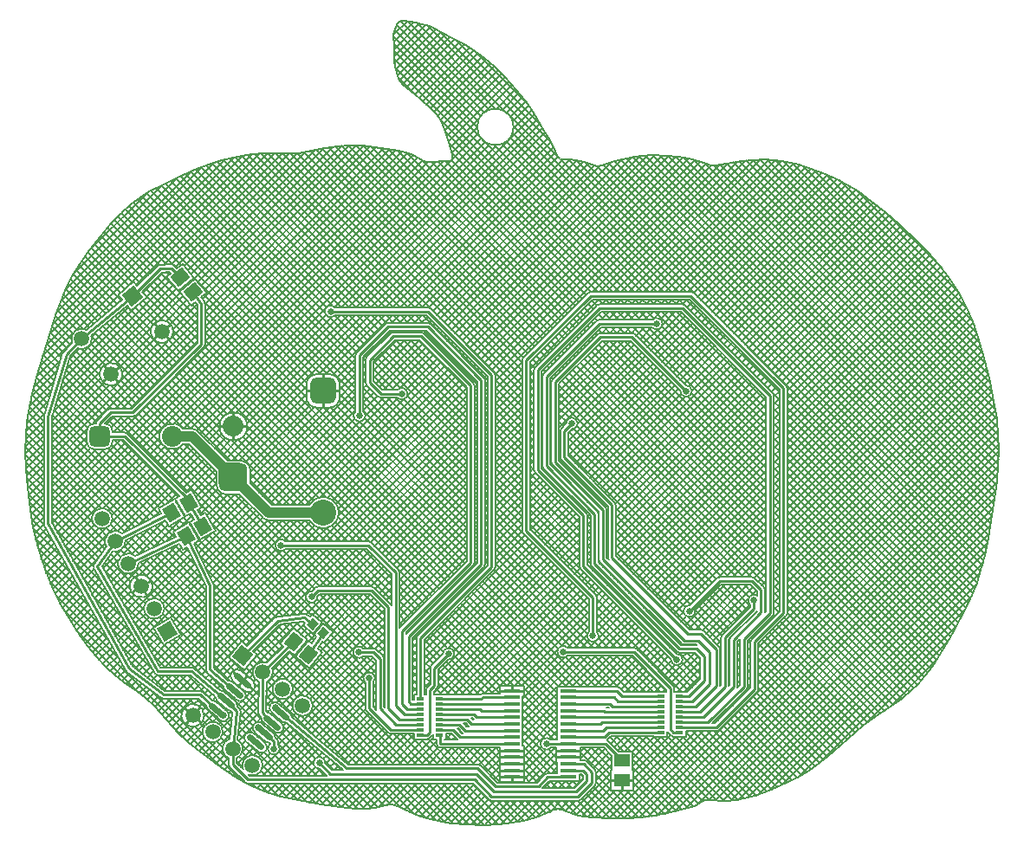
<source format=gbr>
G04 Layer_Physical_Order=2*
G04 Layer_Color=16711680*
%FSLAX26Y26*%
%MOIN*%
%TF.FileFunction,Copper,L2,Bot,Signal*%
%TF.Part,Single*%
%TFFileComment,Halloween PCB
Pumpkin Badge
V1
Gadorach
(W.W.S.)*%
G01*
G75*
%TA.AperFunction,NonConductor*%
%ADD10C,0.008000*%
%TA.AperFunction,SMDPad,CuDef*%
G04:AMPARAMS|DCode=19|XSize=35.433mil|YSize=31.496mil|CornerRadius=0mil|HoleSize=0mil|Usage=FLASHONLY|Rotation=230.000|XOffset=0mil|YOffset=0mil|HoleType=Round|Shape=Rectangle|*
%AMROTATEDRECTD19*
4,1,4,-0.000676,0.023694,0.023452,0.003449,0.000676,-0.023694,-0.023452,-0.003449,-0.000676,0.023694,0.0*
%
%ADD19ROTATEDRECTD19*%

%TA.AperFunction,NonConductor*%
%ADD23C,0.010000*%
%TA.AperFunction,Conductor*%
%ADD24C,0.010000*%
%TA.AperFunction,ViaPad*%
%ADD26C,0.025000*%
%TA.AperFunction,ComponentPad*%
%ADD27P,0.083516X4X265.0*%
%ADD28C,0.059055*%
%ADD29C,0.080000*%
G04:AMPARAMS|DCode=30|XSize=110mil|YSize=110mil|CornerRadius=27.5mil|HoleSize=0mil|Usage=FLASHONLY|Rotation=90.000|XOffset=0mil|YOffset=0mil|HoleType=Round|Shape=RoundedRectangle|*
%AMROUNDEDRECTD30*
21,1,0.110000,0.055000,0,0,90.0*
21,1,0.055000,0.110000,0,0,90.0*
1,1,0.055000,0.027500,0.027500*
1,1,0.055000,0.027500,-0.027500*
1,1,0.055000,-0.027500,-0.027500*
1,1,0.055000,-0.027500,0.027500*
%
%ADD30ROUNDEDRECTD30*%
%ADD31P,0.083516X4X165.0*%
%ADD32P,0.083516X4X275.0*%
G04:AMPARAMS|DCode=33|XSize=80mil|YSize=80mil|CornerRadius=20mil|HoleSize=0mil|Usage=FLASHONLY|Rotation=180.000|XOffset=0mil|YOffset=0mil|HoleType=Round|Shape=RoundedRectangle|*
%AMROUNDEDRECTD33*
21,1,0.080000,0.040000,0,0,180.0*
21,1,0.040000,0.080000,0,0,180.0*
1,1,0.040000,-0.020000,0.020000*
1,1,0.040000,0.020000,0.020000*
1,1,0.040000,0.020000,-0.020000*
1,1,0.040000,-0.020000,-0.020000*
%
%ADD33ROUNDEDRECTD33*%
%ADD34C,0.100000*%
G04:AMPARAMS|DCode=35|XSize=100mil|YSize=100mil|CornerRadius=25mil|HoleSize=0mil|Usage=FLASHONLY|Rotation=180.000|XOffset=0mil|YOffset=0mil|HoleType=Round|Shape=RoundedRectangle|*
%AMROUNDEDRECTD35*
21,1,0.100000,0.050000,0,0,180.0*
21,1,0.050000,0.100000,0,0,180.0*
1,1,0.050000,-0.025000,0.025000*
1,1,0.050000,0.025000,0.025000*
1,1,0.050000,0.025000,-0.025000*
1,1,0.050000,-0.025000,-0.025000*
%
%ADD35ROUNDEDRECTD35*%
%TA.AperFunction,SMDPad,CuDef*%
G04:AMPARAMS|DCode=36|XSize=59.055mil|YSize=51.181mil|CornerRadius=0mil|HoleSize=0mil|Usage=FLASHONLY|Rotation=220.000|XOffset=0mil|YOffset=0mil|HoleType=Round|Shape=Rectangle|*
%AMROTATEDRECTD36*
4,1,4,0.006170,0.038584,0.039069,-0.000624,-0.006170,-0.038584,-0.039069,0.000624,0.006170,0.038584,0.0*
%
%ADD36ROTATEDRECTD36*%

G04:AMPARAMS|DCode=37|XSize=23.622mil|YSize=80.709mil|CornerRadius=0mil|HoleSize=0mil|Usage=FLASHONLY|Rotation=50.000|XOffset=0mil|YOffset=0mil|HoleType=Round|Shape=Round|*
%AMOVALD37*
21,1,0.057087,0.023622,0.000000,0.000000,140.0*
1,1,0.023622,0.021865,-0.018347*
1,1,0.023622,-0.021865,0.018347*
%
%ADD37OVALD37*%

G04:AMPARAMS|DCode=38|XSize=59.055mil|YSize=51.181mil|CornerRadius=0mil|HoleSize=0mil|Usage=FLASHONLY|Rotation=120.000|XOffset=0mil|YOffset=0mil|HoleType=Round|Shape=Rectangle|*
%AMROTATEDRECTD38*
4,1,4,0.036926,-0.012776,-0.007398,-0.038367,-0.036926,0.012776,0.007398,0.038367,0.036926,-0.012776,0.0*
%
%ADD38ROTATEDRECTD38*%

%ADD39R,0.059055X0.051181*%
G04:AMPARAMS|DCode=40|XSize=59.055mil|YSize=51.181mil|CornerRadius=0mil|HoleSize=0mil|Usage=FLASHONLY|Rotation=50.000|XOffset=0mil|YOffset=0mil|HoleType=Round|Shape=Rectangle|*
%AMROTATEDRECTD40*
4,1,4,0.000624,-0.039069,-0.038584,-0.006170,-0.000624,0.039069,0.038584,0.006170,0.000624,-0.039069,0.0*
%
%ADD40ROTATEDRECTD40*%

%ADD41R,0.030000X0.014000*%
%ADD42R,0.064961X0.011811*%
%TA.AperFunction,Conductor*%
%ADD43C,0.040000*%
D10*
X4565625Y3407143D02*
G03*
X4555024Y3411530I-10601J-10613D01*
G01*
X4565631Y3407137D02*
G03*
X4555024Y3411530I-10607J-10607D01*
G01*
X4533345Y3359616D02*
G03*
X4522745Y3364004I-10601J-10613D01*
G01*
X4533351Y3359610D02*
G03*
X4522745Y3364004I-10607J-10607D01*
G01*
X4169934Y3411530D02*
G03*
X4159333Y3407143I0J-15000D01*
G01*
X4169934Y3411530D02*
G03*
X4159327Y3407137I0J-15000D01*
G01*
X4204801Y3364004D02*
G03*
X4194200Y3359616I0J-15000D01*
G01*
X4204801Y3364004D02*
G03*
X4194194Y3359610I0J-15000D01*
G01*
X4445643Y3288481D02*
G03*
X4406372Y3303481I-22500J0D01*
G01*
X4202325D02*
G03*
X4191718Y3299087I0J-15000D01*
G01*
X4926112Y3040442D02*
G03*
X4921719Y3051049I-15000J0D01*
G01*
X4926112Y3040442D02*
G03*
X4921725Y3051043I-15000J0D01*
G01*
X4874235Y3012514D02*
G03*
X4869841Y3023120I-15000J0D01*
G01*
X4874235Y3012514D02*
G03*
X4869847Y3023114I-15000J0D01*
G01*
X4406372Y3273481D02*
G03*
X4445643Y3288481I16770J15000D01*
G01*
X4338740Y3248456D02*
G03*
X4328140Y3252844I-10601J-10613D01*
G01*
X4338746Y3248450D02*
G03*
X4328140Y3252844I-10607J-10607D01*
G01*
X4559006Y3029477D02*
G03*
X4535254Y3051942I-22500J0D01*
G01*
X4514041Y3030729D02*
G03*
X4559006Y3029477I22465J-1252D01*
G01*
X4207550Y3252844D02*
G03*
X4196944Y3248450I0J-15000D01*
G01*
X4207550Y3252844D02*
G03*
X4196949Y3248456I0J-15000D01*
G01*
X4202325Y3303481D02*
G03*
X4191725Y3299093I0J-15000D01*
G01*
X4265450Y2591942D02*
G03*
X4261056Y2602549I-15000J0D01*
G01*
X4265450Y2591942D02*
G03*
X4261062Y2602543I-15000J0D01*
G01*
X4235450Y2389267D02*
G03*
X4238654Y2380001I15000J0D01*
G01*
X4235450Y2389267D02*
G03*
X4238654Y2380001I15000J0D01*
G01*
X4230430Y2572515D02*
G03*
X4226037Y2583122I-15000J0D01*
G01*
X4230430Y2572515D02*
G03*
X4226043Y2583116I-15000J0D01*
G01*
X4198641Y2556386D02*
G03*
X4194253Y2566987I-15000J0D01*
G01*
X4198641Y2556386D02*
G03*
X4194247Y2566993I-15000J0D01*
G01*
X4200430Y2382012D02*
G03*
X4204818Y2371411I15000J0D01*
G01*
X4200430Y2382012D02*
G03*
X4204824Y2371405I15000J0D01*
G01*
X4168641Y2364521D02*
G03*
X4173028Y2353921I15000J0D01*
G01*
X4168641Y2364521D02*
G03*
X4173034Y2353914I15000J0D01*
G01*
X3909582Y3157392D02*
G03*
X3905189Y3146785I10607J-10607D01*
G01*
X3909576Y3157386D02*
G03*
X3905189Y3146785I10613J-10601D01*
G01*
X3987887Y3095256D02*
G03*
X3983494Y3084649I10607J-10607D01*
G01*
X3987881Y3095250D02*
G03*
X3983494Y3084649I10613J-10601D01*
G01*
X3955737Y3121153D02*
G03*
X3951344Y3110546I10607J-10607D01*
G01*
X3955731Y3121147D02*
G03*
X3951344Y3110546I10613J-10601D01*
G01*
X4022437Y3073943D02*
G03*
X4018043Y3063337I10607J-10607D01*
G01*
X4022431Y3073937D02*
G03*
X4018043Y3063337I10613J-10601D01*
G01*
X4119825Y2905185D02*
G03*
X4074860Y2903933I-22500J0D01*
G01*
X4096073Y2882720D02*
G03*
X4119825Y2905185I1252J22465D01*
G01*
X4057352Y2886425D02*
G03*
X4052958Y2875818I10607J-10607D01*
G01*
X4057345Y2886419D02*
G03*
X4052958Y2875818I10613J-10601D01*
G01*
X3802429Y3091187D02*
G03*
X3798036Y3101794I-15000J0D01*
G01*
X3802429Y3091187D02*
G03*
X3798042Y3101788I-15000J0D01*
G01*
X3872796Y4046367D02*
G03*
X3872796Y4046367I-70000J0D01*
G01*
X3762340Y3072391D02*
G03*
X3757946Y3082997I-15000J0D01*
G01*
X3762340Y3072391D02*
G03*
X3757952Y3082992I-15000J0D01*
G01*
X3722008Y3050916D02*
G03*
X3717620Y3061516I-15000J0D01*
G01*
X3722008Y3050916D02*
G03*
X3717614Y3061522I-15000J0D01*
G01*
X4052958Y2774434D02*
G03*
X4057345Y2763834I15000J0D01*
G01*
X4052958Y2774434D02*
G03*
X4057352Y2763828I15000J0D01*
G01*
X4018043Y2754902D02*
G03*
X4022437Y2744296I15000J0D01*
G01*
X4018043Y2754902D02*
G03*
X4022431Y2744302I15000J0D01*
G01*
X3983494Y2741533D02*
G03*
X3987881Y2730933I15000J0D01*
G01*
X3983494Y2741533D02*
G03*
X3987887Y2730927I15000J0D01*
G01*
X3951344Y2726364D02*
G03*
X3955737Y2715758I15000J0D01*
G01*
X3951344Y2726364D02*
G03*
X3955731Y2715764I15000J0D01*
G01*
X4156212Y2551496D02*
G03*
X4151819Y2562102I-15000J0D01*
G01*
X4156212Y2551496D02*
G03*
X4151825Y2562096I-15000J0D01*
G01*
X4126212Y2355431D02*
G03*
X4130600Y2344830I15000J0D01*
G01*
X4126212Y2355431D02*
G03*
X4130606Y2344824I15000J0D01*
G01*
X3905189Y2492615D02*
G03*
X3909576Y2482014I15000J0D01*
G01*
X3905189Y2492615D02*
G03*
X3909582Y2482008I15000J0D01*
G01*
X3798042Y2340829D02*
G03*
X3802429Y2351430I-10613J10601D01*
G01*
X3798036Y2340823D02*
G03*
X3802429Y2351430I-10607J10607D01*
G01*
X3757946Y2351714D02*
G03*
X3762340Y2362320I-10607J10607D01*
G01*
X3757952Y2351720D02*
G03*
X3762340Y2362320I-10613J10601D01*
G01*
X3717620Y2359055D02*
G03*
X3722008Y2369656I-10613J10601D01*
G01*
X3717614Y2359049D02*
G03*
X3722008Y2369656I-10607J10607D01*
G01*
X4800940Y2308878D02*
G03*
X4790333Y2313272I-10607J-10607D01*
G01*
X4839760Y2263845D02*
G03*
X4835367Y2274451I-15000J0D01*
G01*
X4800934Y2308884D02*
G03*
X4790333Y2313272I-10601J-10613D01*
G01*
X4839760Y2263845D02*
G03*
X4835373Y2274445I-15000J0D01*
G01*
X4809760Y2243112D02*
G03*
X4783107Y2207095I-11653J-19247D01*
G01*
X4921725Y2164597D02*
G03*
X4926112Y2175197I-10613J10601D01*
G01*
X4921719Y2164591D02*
G03*
X4926112Y2175197I-10607J10607D01*
G01*
X4869847Y2164662D02*
G03*
X4874235Y2175263I-10613J10601D01*
G01*
X4869841Y2164656D02*
G03*
X4874235Y2175263I-10607J10607D01*
G01*
X4789329Y2074627D02*
G03*
X4784935Y2064021I10607J-10607D01*
G01*
X4665397Y2313272D02*
G03*
X4654796Y2308884I0J-15000D01*
G01*
X4665397Y2313272D02*
G03*
X4654790Y2308878I0J-15000D01*
G01*
X4550597Y2204685D02*
G03*
X4571845Y2182220I-1252J-22465D01*
G01*
X4675335Y2091211D02*
G03*
X4670942Y2080605I10607J-10607D01*
G01*
X4675329Y2091206D02*
G03*
X4670942Y2080605I10613J-10601D01*
G01*
X4708096Y2081217D02*
G03*
X4703703Y2070610I10607J-10607D01*
G01*
X4708091Y2081211D02*
G03*
X4703703Y2070610I10613J-10601D01*
G01*
X4602899Y2106715D02*
G03*
X4592298Y2111102I-10601J-10613D01*
G01*
X4602904Y2106709D02*
G03*
X4592298Y2111102I-10607J-10607D01*
G01*
X4789323Y2074621D02*
G03*
X4784935Y2064021I10613J-10601D01*
G01*
X4667596Y2035804D02*
G03*
X4663203Y2046411I-15000J0D01*
G01*
X4667596Y2035804D02*
G03*
X4663209Y2046405I-15000J0D01*
G01*
X4810548Y1871348D02*
G03*
X4814935Y1881948I-10613J10601D01*
G01*
X4769165Y1881163D02*
G03*
X4773553Y1891763I-10613J10601D01*
G01*
X4810542Y1871342D02*
G03*
X4814935Y1881948I-10607J10607D01*
G01*
X4769159Y1881157D02*
G03*
X4773553Y1891763I-10607J10607D01*
G01*
X4518516Y2057713D02*
G03*
X4529117Y2053325I10601J10613D01*
G01*
X4518510Y2057719D02*
G03*
X4529117Y2053325I10607J10607D01*
G01*
X4499656Y2027293D02*
G03*
X4510256Y2022905I10601J10613D01*
G01*
X4499650Y2027299D02*
G03*
X4510256Y2022905I10607J10607D01*
G01*
X4523279Y1995864D02*
G03*
X4499527Y2018329I-22500J0D01*
G01*
X4478314Y1997116D02*
G03*
X4523279Y1995864I22465J-1252D01*
G01*
X4346231Y2036842D02*
G03*
X4335624Y2041236I-10607J-10607D01*
G01*
X4346225Y2036848D02*
G03*
X4335624Y2041236I-10601J-10613D01*
G01*
X4490992Y1885868D02*
G03*
X4486599Y1896475I-15000J0D01*
G01*
X4490992Y1885868D02*
G03*
X4486605Y1896469I-15000J0D01*
G01*
X4652987Y1720000D02*
G03*
X4663593Y1724393I0J15000D01*
G01*
X4652987Y1720000D02*
G03*
X4663587Y1724387I0J15000D01*
G01*
X4477018Y1704387D02*
G03*
X4486500Y1700042I10601J10613D01*
G01*
X4477012Y1704393D02*
G03*
X4486500Y1700042I10607J10607D01*
G01*
X4192990Y2234814D02*
G03*
X4188597Y2245420I-15000J0D01*
G01*
X4192990Y2234814D02*
G03*
X4188603Y2245414I-15000J0D01*
G01*
X4200490Y2087197D02*
G03*
X4192990Y2103968I-22500J0D01*
G01*
X4162990D02*
G03*
X4200490Y2087197I15000J-16770D01*
G01*
X4080655Y2041236D02*
G03*
X4080655Y2011236I-16770J-15000D01*
G01*
X4279269Y1886945D02*
G03*
X4268662Y1891338I-10607J-10607D01*
G01*
X4279263Y1886951D02*
G03*
X4268662Y1891338I-10601J-10613D01*
G01*
X3621184Y1995921D02*
G03*
X3644936Y2018386I1252J22465D01*
G01*
D02*
G03*
X3599971Y2017134I-22500J0D01*
G01*
X3755000Y1865000D02*
G03*
X3744399Y1860613I0J-15000D01*
G01*
X3755000Y1865000D02*
G03*
X3744393Y1860607I0J-15000D01*
G01*
X4236389Y1682227D02*
G03*
X4231543Y1685466I-10601J-10613D01*
G01*
X4236395Y1682221D02*
G03*
X4231543Y1685466I-10607J-10607D01*
G01*
X4189868Y1562446D02*
G03*
X4185481Y1573047I-15000J0D01*
G01*
X4153079Y1605449D02*
G03*
X4142472Y1609842I-10607J-10607D01*
G01*
X4153073Y1605455D02*
G03*
X4142472Y1609842I-10601J-10613D01*
G01*
X4189868Y1562446D02*
G03*
X4185475Y1573053I-15000J0D01*
G01*
X4004882Y1558662D02*
G03*
X3994275Y1554269I0J-15000D01*
G01*
X4004882Y1558662D02*
G03*
X3994281Y1554275I0J-15000D01*
G01*
X4185475Y1510318D02*
G03*
X4189868Y1520924I-10607J10606D01*
G01*
X4185481Y1510324D02*
G03*
X4189868Y1520924I-10613J10600D01*
G01*
X4121294Y1452348D02*
G03*
X4131901Y1456742I0J15000D01*
G01*
X4121294Y1452348D02*
G03*
X4131895Y1456736I0J15000D01*
G01*
X4015705Y1686614D02*
G03*
X4015705Y1656614I-16770J-15000D01*
G01*
X3745405Y1588195D02*
G03*
X3734804Y1592582I-10601J-10613D01*
G01*
X3745411Y1588189D02*
G03*
X3734804Y1592582I-10607J-10607D01*
G01*
X3777861Y1456742D02*
G03*
X3788468Y1452348I10607J10606D01*
G01*
X3777867Y1456736D02*
G03*
X3788468Y1452348I10601J10613D01*
G01*
X3553062Y3346768D02*
G03*
X3542455Y3351161I-10607J-10607D01*
G01*
X3553324Y3287620D02*
G03*
X3542717Y3292013I-10607J-10607D01*
G01*
X3553056Y3346774D02*
G03*
X3542455Y3351161I-10601J-10613D01*
G01*
X3553318Y3287626D02*
G03*
X3542717Y3292013I-10601J-10613D01*
G01*
X3390014D02*
G03*
X3379413Y3287626I0J-15000D01*
G01*
X3390014Y3292013D02*
G03*
X3379407Y3287620I0J-15000D01*
G01*
X3527550Y3251587D02*
G03*
X3516949Y3255974I-10601J-10613D01*
G01*
X3527556Y3251581D02*
G03*
X3516949Y3255974I-10607J-10607D01*
G01*
X3409770D02*
G03*
X3399170Y3251587I0J-15000D01*
G01*
X3409770Y3255974D02*
G03*
X3399164Y3251581I0J-15000D01*
G01*
X3185318Y3351161D02*
G03*
X3185318Y3321161I-16770J-15000D01*
G01*
X3464814Y3019239D02*
G03*
X3425544Y3034239I-22500J0D01*
G01*
Y3004239D02*
G03*
X3464814Y3019239I16770J15000D01*
G01*
X3308040Y3160457D02*
G03*
X3303646Y3149850I10607J-10607D01*
G01*
X3308034Y3160451D02*
G03*
X3303646Y3149850I10613J-10601D01*
G01*
X3269461Y3177674D02*
G03*
X3265068Y3167067I10607J-10607D01*
G01*
X3269455Y3177668D02*
G03*
X3265068Y3167067I10613J-10601D01*
G01*
X3303646Y3062631D02*
G03*
X3308034Y3052031I15000J0D01*
G01*
X3351432Y3008633D02*
G03*
X3362039Y3004239I10607J10607D01*
G01*
X3351438Y3008627D02*
G03*
X3362039Y3004239I10601J10613D01*
G01*
X3303646Y3062631D02*
G03*
X3308040Y3052025I15000J0D01*
G01*
X3265068Y2951728D02*
G03*
X3302568Y2934958I15000J-16770D01*
G01*
D02*
G03*
X3295068Y2951728I-22500J0D01*
G01*
X3324440Y2446843D02*
G03*
X3313840Y2451230I-10601J-10613D01*
G01*
X3324446Y2446837D02*
G03*
X3313840Y2451230I-10607J-10607D01*
G01*
X3433678Y2331392D02*
G03*
X3429285Y2341998I-15000J0D01*
G01*
X3433678Y2331392D02*
G03*
X3429291Y2341992I-15000J0D01*
G01*
X3204000Y3055000D02*
G03*
X3165000Y3094000I-39000J0D01*
G01*
X3115000D02*
G03*
X3076000Y3055000I0J-39000D01*
G01*
X3165000Y2966000D02*
G03*
X3204000Y3005000I0J39000D01*
G01*
X3076000D02*
G03*
X3115000Y2966000I39000J0D01*
G01*
X2849000Y2893426D02*
G03*
X2849000Y2893426I-54000J0D01*
G01*
X2860000Y2724074D02*
G03*
X2822500Y2761574I-37500J0D01*
G01*
X2730000Y2669074D02*
G03*
X2767500Y2631574I37500J0D01*
G01*
X3200000Y2561496D02*
G03*
X3088039Y2591496I-60000J0D01*
G01*
Y2531496D02*
G03*
X3200000Y2561496I51962J30000D01*
G01*
X2908853Y2540295D02*
G03*
X2930078Y2531496I21225J21201D01*
G01*
X2908865Y2540283D02*
G03*
X2930078Y2531496I21213J21213D01*
G01*
X2994984Y2451230D02*
G03*
X2994984Y2421230I-16770J-15000D01*
G01*
X2566873Y3513526D02*
G03*
X2555141Y3517978I-10700J-10512D01*
G01*
X2566900Y3513498D02*
G03*
X2555141Y3517978I-10728J-10484D01*
G01*
X2685376Y3365537D02*
G03*
X2682681Y3374116I-15000J0D01*
G01*
X2685376Y3365537D02*
G03*
X2682658Y3374148I-15000J0D01*
G01*
X2511967Y3515001D02*
G03*
X2502457Y3510707I1032J-14964D01*
G01*
X2511967Y3515001D02*
G03*
X2502446Y3510696I1032J-14964D01*
G01*
X2563879Y3259079D02*
G03*
X2492372Y3292423I-43528J0D01*
G01*
X2680983Y3198320D02*
G03*
X2685376Y3208926I-10607J10607D01*
G01*
X2680989Y3198325D02*
G03*
X2685376Y3208926I-10613J10601D01*
G01*
X2548330Y3225735D02*
G03*
X2563879Y3259079I-27979J33344D01*
G01*
X2492372Y3292423D02*
G03*
X2548330Y3225735I27979J-33344D01*
G01*
X2352295Y3061242D02*
G03*
X2367844Y3094586I-27979J33344D01*
G01*
X2408293Y2931843D02*
G03*
X2418899Y2936236I0J15000D01*
G01*
X2408293Y2931843D02*
G03*
X2418893Y2936230I0J15000D01*
G01*
X2321997Y2961843D02*
G03*
X2311396Y2957455I0J-15000D01*
G01*
X2321997Y2961843D02*
G03*
X2311390Y2957449I0J-15000D01*
G01*
X2367844Y3094586D02*
G03*
X2296337Y3127930I-43528J0D01*
G01*
X2228809Y3265301D02*
G03*
X2185028Y3260583I-18373J-34998D01*
G01*
X2249964Y3230303D02*
G03*
X2248093Y3242319I-39528J0D01*
G01*
X2235844Y3200023D02*
G03*
X2249964Y3230303I-25408J30280D01*
G01*
X2185028Y3260583D02*
G03*
X2173970Y3215050I25408J-30280D01*
G01*
X2195184Y3193837D02*
G03*
X2235844Y3200023I15253J36466D01*
G01*
X2141989Y3183068D02*
G03*
X2138225Y3176747I10613J-10601D01*
G01*
X2141995Y3183074D02*
G03*
X2138225Y3176747I10607J-10607D01*
G01*
X2296337Y3127930D02*
G03*
X2352295Y3061242I27979J-33344D01*
G01*
X2066311Y2935141D02*
G03*
X2065688Y2930862I14377J-4279D01*
G01*
X2066311Y2935141D02*
G03*
X2065688Y2930862I14377J-4279D01*
G01*
X2657787Y2876213D02*
G03*
X2636574Y2885000I-21213J-21213D01*
G01*
X2657799Y2876201D02*
G03*
X2636574Y2885000I-21225J-21201D01*
G01*
X2599764D02*
G03*
X2599764Y2825000I-40000J-30000D01*
G01*
X2387967Y2865613D02*
G03*
X2377366Y2870000I-10601J-10613D01*
G01*
X2387973Y2865607D02*
G03*
X2377366Y2870000I-10607J-10607D01*
G01*
X2329528Y2538206D02*
G03*
X2324232Y2557970I-39528J0D01*
G01*
X2379528Y2451602D02*
G03*
X2379408Y2454670I-39528J0D01*
G01*
X2330904Y2413135D02*
G03*
X2379528Y2451602I9096J38467D01*
G01*
X2416538Y2394295D02*
G03*
X2355768Y2345236I-26538J-29295D01*
G01*
D02*
G03*
X2429528Y2365000I34232J19764D01*
G01*
X2269629Y2915688D02*
G03*
X2265236Y2905082I10607J-10607D01*
G01*
X2330236Y2875000D02*
G03*
X2301347Y2904979I-30000J0D01*
G01*
X2269623Y2915682D02*
G03*
X2265236Y2905082I10613J-10601D01*
G01*
X2300236Y2805000D02*
G03*
X2330236Y2835000I0J30000D01*
G01*
X2260236Y2905000D02*
G03*
X2230236Y2875000I0J-30000D01*
G01*
Y2835000D02*
G03*
X2260236Y2805000I30000J0D01*
G01*
X2324232Y2557970D02*
G03*
X2255768Y2518442I-34232J-19764D01*
G01*
D02*
G03*
X2329528Y2538206I34232J19764D01*
G01*
X2365904Y2481458D02*
G03*
X2305768Y2431838I-25904J-29856D01*
G01*
X2065688Y2520158D02*
G03*
X2067611Y2512809I15000J0D01*
G01*
X2065688Y2520158D02*
G03*
X2067601Y2512829I15000J0D01*
G01*
X2258973Y2364213D02*
G03*
X2258165Y2347970I12185J-8747D01*
G01*
X2258962Y2364199D02*
G03*
X2258165Y2347970I12196J-8733D01*
G01*
X3336124Y2272697D02*
G03*
X3325524Y2277085I-10601J-10613D01*
G01*
X3336131Y2272691D02*
G03*
X3325524Y2277085I-10607J-10607D01*
G01*
X3403678Y2204035D02*
G03*
X3400854Y2207967I-13436J-6668D01*
G01*
X3403678Y2204035D02*
G03*
X3400849Y2207973I-13436J-6668D01*
G01*
X3504393Y2089607D02*
G03*
X3500000Y2079000I10607J-10607D01*
G01*
X3504387Y2089601D02*
G03*
X3500000Y2079000I10613J-10601D01*
G01*
X3294657Y2039597D02*
G03*
X3294657Y2009597I-16770J-15000D01*
G01*
X3374150Y1999378D02*
G03*
X3369763Y2009978I-15000J0D01*
G01*
X3374150Y1999378D02*
G03*
X3369757Y2009984I-15000J0D01*
G01*
X3344531Y2035210D02*
G03*
X3333930Y2039597I-10601J-10613D01*
G01*
X3344537Y2035204D02*
G03*
X3333930Y2039597I-10607J-10607D01*
G01*
X3120963Y2277085D02*
G03*
X3110362Y2272697I0J-15000D01*
G01*
X3120963Y2277085D02*
G03*
X3110356Y2272691I0J-15000D01*
G01*
X3096994Y2259330D02*
G03*
X3118243Y2236865I-1252J-22465D01*
G01*
X3077597Y2169242D02*
G03*
X3066719Y2172309I-9209J-11840D01*
G01*
X3077597Y2169242D02*
G03*
X3066749Y2172312I-9209J-11840D01*
G01*
X3556380Y1973543D02*
G03*
X3551986Y1962936I10607J-10607D01*
G01*
X3556374Y1973537D02*
G03*
X3551986Y1962936I10613J-10601D01*
G01*
X3577599Y1884563D02*
G03*
X3581986Y1895164I-10613J10601D01*
G01*
X3577593Y1884557D02*
G03*
X3581986Y1895164I-10607J10607D01*
G01*
X3540053Y1889443D02*
G03*
X3535659Y1878837I10607J-10607D01*
G01*
X3540047Y1889437D02*
G03*
X3535659Y1878837I10613J-10601D01*
G01*
X3332117Y1907648D02*
G03*
X3339617Y1924418I-15000J16770D01*
G01*
D02*
G03*
X3302117Y1907648I-22500J0D01*
G01*
X3344150Y1807426D02*
G03*
X3344801Y1803058I15000J0D01*
G01*
X3391044Y1714387D02*
G03*
X3401645Y1710000I10601J10613D01*
G01*
X3344150Y1807426D02*
G03*
X3344801Y1803058I15000J0D01*
G01*
X3391038Y1714393D02*
G03*
X3401645Y1710000I10607J10607D01*
G01*
X3302117Y1809528D02*
G03*
X3306511Y1798921I15000J0D01*
G01*
X3302117Y1809528D02*
G03*
X3306505Y1798927I15000J0D01*
G01*
X3576614Y1671614D02*
G03*
X3591614Y1656614I15000J0D01*
G01*
X3576614Y1671614D02*
G03*
X3591614Y1656614I15000J0D01*
G01*
X3540000Y1690004D02*
G03*
X3550269Y1694393I-338J14996D01*
G01*
X3540000Y1690004D02*
G03*
X3550263Y1694387I-338J14996D01*
G01*
X3147754Y1598646D02*
G03*
X3126506Y1576181I-22500J0D01*
G01*
X3015000Y1857360D02*
G03*
X3024248Y1882768I-30280J25408D01*
G01*
X3100852Y1818488D02*
G03*
X3031044Y1843896I-39528J0D01*
G01*
D02*
G03*
X3091604Y1793080I30280J-25408D01*
G01*
X3024248Y1882768D02*
G03*
X2954440Y1908176I-39528J0D01*
G01*
D02*
G03*
X3015000Y1857360I30280J-25408D01*
G01*
X3091604Y1793080D02*
G03*
X3100852Y1818488I-30280J25408D01*
G01*
X3020796Y1774620D02*
G03*
X3013057Y1789809I-21758J-1519D01*
G01*
X2985018Y1756392D02*
G03*
X3001728Y1751456I14020J16708D01*
G01*
X2988711Y1734799D02*
G03*
X2980919Y1751507I-21811J0D01*
G01*
X2952880Y1718091D02*
G03*
X2988711Y1734799I14020J16708D01*
G01*
X2964066Y2161028D02*
G03*
X2955043Y2156696I1608J-14914D01*
G01*
X2964035Y2161024D02*
G03*
X2955021Y2156674I1639J-14910D01*
G01*
X2718794Y2282250D02*
G03*
X2717305Y2288767I-15000J0D01*
G01*
X2718794Y2282250D02*
G03*
X2717305Y2288767I-15000J0D01*
G01*
X2923682Y1983380D02*
G03*
X2877836Y1972454I-15566J-36334D01*
G01*
X2529528Y2191794D02*
G03*
X2524232Y2211558I-39528J0D01*
G01*
X2877836Y1972454D02*
G03*
X2892452Y1910754I30280J-25408D01*
G01*
X2947644Y1947046D02*
G03*
X2944712Y1961985I-39528J0D01*
G01*
X2938396Y1921638D02*
G03*
X2947644Y1947046I-30280J25408D01*
G01*
X2922448Y1910208D02*
G03*
X2938396Y1921638I-14332J36838D01*
G01*
X2825626Y1952304D02*
G03*
X2792443Y1912759I-16591J-19772D01*
G01*
X2688794Y1956598D02*
G03*
X2694080Y1945169I15000J0D01*
G01*
X2688794Y1956598D02*
G03*
X2694080Y1945169I15000J0D01*
G01*
X2644325Y1961380D02*
G03*
X2634603Y1964958I-9723J-11422D01*
G01*
X2644343Y1961366D02*
G03*
X2634603Y1964958I-9740J-11408D01*
G01*
X2492099Y1942463D02*
G03*
X2505092Y1934958I12993J7495D01*
G01*
X2492099Y1942463D02*
G03*
X2505092Y1934958I12993J7495D01*
G01*
X2483528Y2278398D02*
G03*
X2477696Y2300162I-43528J0D01*
G01*
D02*
G03*
X2402304Y2256634I-37696J-21764D01*
G01*
X2524232Y2211558D02*
G03*
X2455768Y2172030I-34232J-19764D01*
G01*
D02*
G03*
X2529528Y2191794I34232J19764D01*
G01*
X2402304Y2256634D02*
G03*
X2483528Y2278398I37696J21764D01*
G01*
X2380812Y1953523D02*
G03*
X2384841Y1948885I13098J7310D01*
G01*
X2380822Y1953504D02*
G03*
X2384856Y1948874I13088J7329D01*
G01*
X2974255Y1822368D02*
G03*
X2944144Y1790690I-18939J-12148D01*
G01*
X2890311Y1793163D02*
G03*
X2894702Y1782263I14997J-293D01*
G01*
X2890311Y1793143D02*
G03*
X2894696Y1782269I14998J-273D01*
G01*
X2937188Y1788201D02*
G03*
X2926316Y1793076I-14020J-16708D01*
G01*
X2956571Y1696495D02*
G03*
X2948779Y1713203I-21811J0D01*
G01*
X2901688Y1775277D02*
G03*
X2909149Y1754785I21480J-3784D01*
G01*
X2911400Y1744568D02*
G03*
X2869691Y1737706I-19602J-11046D01*
G01*
X2878577Y1895837D02*
G03*
X2869356Y1915609I-25811J0D01*
G01*
X2836175Y1876064D02*
G03*
X2878577Y1895837I16591J19772D01*
G01*
X2842992Y1858158D02*
G03*
X2828987Y1878993I-22500J0D01*
G01*
X2803422Y1843499D02*
G03*
X2842992Y1858158I17070J14659D01*
G01*
X2869691Y1737706D02*
G03*
X2877009Y1716481I21338J-4517D01*
G01*
X2822362Y1796838D02*
G03*
X2817969Y1807444I-15000J0D01*
G01*
X2822362Y1796838D02*
G03*
X2817975Y1807438I-15000J0D01*
G01*
X2878914Y1706559D02*
G03*
X2853592Y1716047I-18972J-12097D01*
G01*
X2810298Y1819233D02*
G03*
X2802507Y1835941I-21811J0D01*
G01*
X2809967Y1815446D02*
G03*
X2810298Y1819233I-21480J3786D01*
G01*
X2966222Y1681034D02*
G03*
X2961145Y1692283I-15000J0D01*
G01*
X2966222Y1681034D02*
G03*
X2961145Y1692283I-15000J0D01*
G01*
X2920740Y1679786D02*
G03*
X2935722Y1674705I14020J16708D01*
G01*
X2935929Y1670237D02*
G03*
X2972977Y1653072I14548J-17164D01*
G01*
D02*
G03*
X2965919Y1669437I-22500J0D01*
G01*
X2924431Y1658195D02*
G03*
X2916639Y1674903I-21811J0D01*
G01*
X2888600Y1641486D02*
G03*
X2924431Y1658195I14020J16708D01*
G01*
X2898768Y1563268D02*
G03*
X2908016Y1588676I-30280J25408D01*
G01*
D02*
G03*
X2838208Y1614084I-39528J0D01*
G01*
X2853266Y1552197D02*
G03*
X2898768Y1563268I15222J36479D01*
G01*
X2853592Y1716047D02*
G03*
X2840349Y1683400I5296J-21158D01*
G01*
Y1683400D02*
G03*
X2848679Y1674984I19593J11062D01*
G01*
X2822164Y1627546D02*
G03*
X2831412Y1652954I-30280J25408D01*
G01*
D02*
G03*
X2810709Y1687711I-39528J0D01*
G01*
X2806884Y1616383D02*
G03*
X2822164Y1627546I-15000J36571D01*
G01*
X2839759Y1523277D02*
G03*
X2850360Y1518890I10601J10613D01*
G01*
X2839753Y1523283D02*
G03*
X2850360Y1518890I10607J10607D01*
G01*
X2838208Y1614084D02*
G03*
X2832009Y1573454I30280J-25408D01*
G01*
X2790916Y1910938D02*
G03*
X2774794Y1915939I-14020J-16708D01*
G01*
X2755105Y1893301D02*
G03*
X2762877Y1877521I21791J928D01*
G01*
X2758776Y1872636D02*
G03*
X2742700Y1877641I-14020J-16708D01*
G01*
X2774468Y1802524D02*
G03*
X2785337Y1797650I14020J16708D01*
G01*
X2778159Y1780931D02*
G03*
X2770367Y1797639I-21811J0D01*
G01*
X2722963Y1855045D02*
G03*
X2730737Y1839219I21793J882D01*
G01*
X2726636Y1834333D02*
G03*
X2711837Y1839422I-14020J-16708D01*
G01*
X2690808Y1817974D02*
G03*
X2698597Y1800917I21808J-349D01*
G01*
X2675824Y1871375D02*
G03*
X2665869Y1875154I-9955J-11220D01*
G01*
X2675846Y1871355D02*
G03*
X2665869Y1875154I-9977J-11201D01*
G01*
X2517466Y1848218D02*
G03*
X2526550Y1845154I9084J11937D01*
G01*
X2682204Y1781512D02*
G03*
X2605332Y1809491I-43528J0D01*
G01*
X2517481Y1848206D02*
G03*
X2526550Y1845154I9069J11948D01*
G01*
X2772727Y1766529D02*
G03*
X2778159Y1780931I-16380J14402D01*
G01*
X2735232Y1770177D02*
G03*
X2772727Y1766529I19939J10425D01*
G01*
X2754808Y1717232D02*
G03*
X2685000Y1742640I-39528J0D01*
G01*
X2745560Y1691824D02*
G03*
X2754808Y1717232I-30280J25408D01*
G01*
X2776884Y1592366D02*
G03*
X2781271Y1581765I15000J0D01*
G01*
X2776884Y1592366D02*
G03*
X2781277Y1581759I15000J0D01*
G01*
X2780881Y1690919D02*
G03*
X2761604Y1678362I11002J-37965D01*
G01*
D02*
G03*
X2776884Y1616383I30280J-25408D01*
G01*
X2672020Y1753533D02*
G03*
X2682204Y1781512I-33344J27979D01*
G01*
X2605332Y1809491D02*
G03*
X2672020Y1753533I33344J-27979D01*
G01*
X2685000Y1742640D02*
G03*
X2745560Y1691824I30280J-25408D01*
G01*
X5063565Y3869371D02*
X5108847Y3849126D01*
X5153274Y3825609D01*
X4970990Y3900096D02*
X5017391Y3886434D01*
X5063565Y3869371D01*
X5072420Y3865412D02*
X5637550Y3300282D01*
X5126149Y3839967D02*
X5616654Y3349462D01*
X5153274Y3825609D02*
X5198879Y3797423D01*
X4651065Y3321703D02*
X5154322Y3824961D01*
X4580354Y3392414D02*
X5058998Y3871058D01*
X4594496Y3378272D02*
X5078789Y3862564D01*
X4542902Y3411530D02*
X5017694Y3886323D01*
X4566212Y3406556D02*
X5038346Y3878690D01*
X4622780Y3349987D02*
X5117394Y3844601D01*
X4636922Y3335845D02*
X5135889Y3834811D01*
X4608638Y3364130D02*
X5098334Y3853826D01*
X5469223Y3561736D02*
X5510531Y3515403D01*
X5545012Y3471619D01*
X5353501Y3673881D02*
X5418810Y3612738D01*
X5469223Y3561736D01*
X5597997Y3387586D02*
X5620851Y3340885D01*
X5642727Y3287693D01*
X5545012Y3471619D02*
X5573873Y3429268D01*
X5597997Y3387586D01*
X5302302Y3718916D02*
X5353501Y3673881D01*
X5314483Y3708202D02*
X5522576Y3500109D01*
X5198879Y3797423D02*
X5247248Y3763092D01*
X5302302Y3718916D01*
X4679349Y3293419D02*
X5189284Y3803354D01*
X5193900Y3800501D02*
X5585882Y3408518D01*
X4665207Y3307561D02*
X5171803Y3814157D01*
X4835721Y3919977D02*
X4879728Y3916853D01*
X4924942Y3910242D01*
X4793193Y3919712D02*
X4835721Y3919977D01*
X4752326Y3916180D02*
X4793193Y3919712D01*
X4713225Y3909515D02*
X4752326Y3916180D01*
X4924942Y3910242D02*
X4970990Y3900096D01*
X4649060Y3899143D02*
X4713225Y3909515D01*
X4629245Y3899710D02*
X4649060Y3899143D01*
X4585086Y3915867D02*
X4623060Y3901343D01*
X4629245Y3899710D01*
X4508131Y3931645D02*
X4545290Y3925933D01*
X4585086Y3915867D01*
X4486333Y3411530D02*
X4974010Y3899207D01*
X4514617Y3411530D02*
X4995861Y3892773D01*
X4458049Y3411530D02*
X4951016Y3904497D01*
X4523633Y3363977D02*
X4541186Y3381530D01*
X4540451Y3352511D02*
X4559141Y3371201D01*
X4582877Y3310084D02*
X4601567Y3328774D01*
X4597019Y3295942D02*
X4615709Y3314632D01*
X4554593Y3338369D02*
X4573283Y3357059D01*
X4568735Y3324226D02*
X4587425Y3342916D01*
X4481498Y3381530D02*
X4499025Y3364004D01*
X4495375D02*
X4512902Y3381530D01*
X4453214D02*
X4470740Y3364004D01*
X4467091D02*
X4484617Y3381530D01*
X4509782D02*
X4528427Y3362886D01*
X4849098Y3919027D02*
X5707125Y3061001D01*
X4879544Y3916866D02*
X5698249Y3098161D01*
X4912656Y3912039D02*
X5689101Y3135594D01*
X4947765Y3905213D02*
X5678865Y3174114D01*
X4765918Y3917354D02*
X5726560Y2956713D01*
X4740777Y3914211D02*
X5731638Y2923350D01*
X4819963Y3919879D02*
X5714291Y3025551D01*
X4791952Y3919605D02*
X5721456Y2990101D01*
X4564110Y3921173D02*
X5738302Y2746981D01*
X4605513Y3908055D02*
X5739162Y2774405D01*
X4716612Y3910092D02*
X5734762Y2891943D01*
X4692289Y3906131D02*
X5737764Y2860656D01*
X4496305Y3932409D02*
X5733770Y2694944D01*
X4528482Y3928517D02*
X5736126Y2720872D01*
X4466066Y3934363D02*
X5730697Y2669733D01*
X4985414Y3895849D02*
X5667454Y3213809D01*
X5026467Y3883081D02*
X5653632Y3255915D01*
X4926112Y2889643D02*
X5528744Y3492276D01*
X4926112Y2861359D02*
X5541206Y3476452D01*
X4926112Y2776506D02*
X5575706Y3426100D01*
X4926112Y2663369D02*
X5615192Y3352449D01*
X4926112Y2833075D02*
X5552974Y3459936D01*
X4926112Y2804790D02*
X5564437Y3443115D01*
X4667941Y3902195D02*
X5738897Y2831238D01*
X4642522Y3899330D02*
X5739904Y2801948D01*
X4926112Y2748222D02*
X5586075Y3408185D01*
X4926112Y2719937D02*
X5596444Y3390269D01*
X4926112Y2635084D02*
X5624075Y3333047D01*
X4926112Y2606800D02*
X5632317Y3313005D01*
X4926112Y2691653D02*
X5605899Y3371440D01*
X4820770Y3151997D02*
X5347730Y3678957D01*
X4834913Y3137855D02*
X5362507Y3665450D01*
X4792486Y3180282D02*
X5317634Y3705430D01*
X4806628Y3166139D02*
X5332682Y3692193D01*
X4877339Y3095429D02*
X5406331Y3624421D01*
X4891481Y3081287D02*
X5420859Y3610665D01*
X4849055Y3123713D02*
X5377115Y3651773D01*
X4863197Y3109571D02*
X5391723Y3638097D01*
X4721775Y3250992D02*
X5239427Y3768644D01*
X4735917Y3236850D02*
X5255521Y3756454D01*
X4693491Y3279277D02*
X5206341Y3792127D01*
X4707633Y3265135D02*
X5222884Y3780385D01*
X4764202Y3208566D02*
X5286906Y3731270D01*
X4778344Y3194424D02*
X5302586Y3718666D01*
X4750060Y3222708D02*
X5271213Y3743862D01*
X4919765Y3053002D02*
X5448980Y3582216D01*
X4926112Y3031065D02*
X5463039Y3567992D01*
X4905623Y3067144D02*
X5434919Y3596441D01*
X4565637Y3407131D02*
X4921713Y3051055D01*
X4926112Y2946212D02*
X5503354Y3523454D01*
X4926112Y2917927D02*
X5516283Y3508099D01*
X4926112Y3002780D02*
X5476691Y3553360D01*
X4926112Y2974496D02*
X5490023Y3538407D01*
X4538066Y3381530D02*
X4896112Y3023485D01*
X4548811Y3381530D02*
X4896112Y3034229D01*
X4533357Y3359604D02*
X4869835Y3023126D01*
X4445486Y3285830D02*
X4493659Y3334004D01*
X4500740D02*
X4844235Y2990509D01*
X4472456Y3334004D02*
X4844235Y2962225D01*
X4516531Y3334004D02*
X4844235Y3006300D01*
X4373196Y3411530D02*
X4878599Y3916933D01*
X4401480Y3411530D02*
X4903349Y3913399D01*
X4364604Y3935362D02*
X4408510Y3938083D01*
X4508131Y3931645D01*
X4316627Y3411530D02*
X4825007Y3919910D01*
X4344912Y3411530D02*
X4852189Y3918808D01*
X4288343Y3411530D02*
X4796546Y3919733D01*
X4260059Y3411530D02*
X4765880Y3917351D01*
X3855860Y4092022D02*
X4536351Y3411530D01*
X3858738Y4004290D02*
X4451498Y3411530D01*
X3844556Y3990188D02*
X4423214Y3411530D01*
X3826099Y3980360D02*
X4394929Y3411530D01*
X3872795Y4046802D02*
X4508066Y3411530D01*
X4231774D02*
X4733156Y3912912D01*
X3868658Y4022655D02*
X4479782Y3411530D01*
X4429765D02*
X4927838Y3909604D01*
X4438806Y3364004D02*
X4456333Y3381530D01*
X4410522Y3364004D02*
X4428049Y3381530D01*
X4424929D02*
X4442456Y3364004D01*
X4396645Y3381530D02*
X4414172Y3364004D01*
X4387603Y3334004D02*
X4413028Y3308579D01*
X4368361Y3381530D02*
X4385887Y3364004D01*
X4382238D02*
X4399765Y3381530D01*
X4203490Y3411530D02*
X4699209Y3907249D01*
X4175206Y3411530D02*
X4665471Y3901796D01*
X4169934Y3411530D02*
X4555024D01*
X4176147Y3381530D02*
X4548811D01*
X4204801Y3364004D02*
X4522745D01*
X4211014Y3334004D02*
X4516531D01*
X4353953Y3364004D02*
X4371480Y3381530D01*
X4323854Y3929337D02*
X4364604Y3935362D01*
X4275376Y3918476D02*
X4323854Y3929337D01*
X4251279Y3911814D02*
X4275376Y3918476D01*
X4232831Y3905749D02*
X4251279Y3911814D01*
X4200713Y3894576D02*
X4232831Y3905749D01*
X4197358Y3894750D02*
X4200713Y3894576D01*
X4191984Y3896087D02*
X4197358Y3894750D01*
X3593265Y4071773D02*
X4253508Y3411530D01*
X3801801Y3976375D02*
X4366645Y3411530D01*
X3625656Y3982813D02*
X4196939Y3411530D01*
X4142491Y3912243D02*
X4191984Y3896087D01*
X3612470Y4024284D02*
X4225224Y3411530D01*
X3636300Y3943885D02*
X4168705Y3411480D01*
X4269101Y3364004D02*
X4286627Y3381530D01*
X4283508D02*
X4301034Y3364004D01*
X4240816D02*
X4258343Y3381530D01*
X4255224D02*
X4272750Y3364004D01*
X4325669D02*
X4343196Y3381530D01*
X4340076D02*
X4357603Y3364004D01*
X4297385D02*
X4314912Y3381530D01*
X4311792D02*
X4329319Y3364004D01*
X4212532D02*
X4230059Y3381530D01*
X4226939D02*
X4244466Y3364004D01*
X4198655Y3381530D02*
X4216182Y3364004D01*
X4173259Y3378642D02*
X4193243Y3358658D01*
X4159117Y3364500D02*
X4179100Y3344516D01*
X4405938Y3937924D02*
X5723154Y2620707D01*
X4435828Y3936318D02*
X5726926Y2645220D01*
X4379304Y3936273D02*
X5719383Y2596194D01*
X4353563Y3933729D02*
X5715611Y2571681D01*
X4328922Y3930086D02*
X5711840Y2547169D01*
X4305499Y3925225D02*
X5708068Y2522656D01*
X4282392Y3920048D02*
X5704297Y2498143D01*
X4114671Y3918063D02*
X5675843Y2356891D01*
X3732758Y3167072D02*
X4497986Y3932300D01*
X3746900Y3152930D02*
X4523285Y3929316D01*
X3704473Y3195356D02*
X4444851Y3935735D01*
X3718615Y3181214D02*
X4471419Y3934017D01*
X3761042Y3138788D02*
X4547602Y3925348D01*
X3775184Y3124646D02*
X4570176Y3919638D01*
X3761042Y3138788D02*
X4547602Y3925348D01*
X4437322Y3305951D02*
X4465375Y3334004D01*
X4387568Y3199628D02*
X4519238Y3331298D01*
X4409326Y3306239D02*
X4437091Y3334004D01*
X4259945Y3914210D02*
X5700525Y2473630D01*
X4415887Y3334004D02*
X4844235Y2905656D01*
X4444172Y3334004D02*
X4844235Y2933941D01*
X4401710Y3185486D02*
X4533380Y3317155D01*
X4238318Y3907553D02*
X5696148Y2449724D01*
X3802429Y3067038D02*
X4634938Y3899547D01*
X3789326Y3110503D02*
X4592033Y3913210D01*
X3801972Y3094865D02*
X4612492Y3905385D01*
X4217256Y3900331D02*
X5691523Y2426064D01*
X4193623Y3895679D02*
X5686898Y2402405D01*
X4151821Y3909197D02*
X5681479Y2379539D01*
X4359319Y3334004D02*
X4389842Y3303481D01*
X4378284D02*
X4408806Y3334004D01*
X4302750D02*
X4333273Y3303481D01*
X4321715D02*
X4352238Y3334004D01*
X3690331Y3209499D02*
X4418284Y3937452D01*
X3935189Y3114945D02*
X4201774Y3381530D01*
X3935189Y3140572D02*
X4176147Y3381530D01*
X3955743Y3121159D02*
X4194189Y3359604D01*
X3633762Y3266067D02*
X4289289Y3921593D01*
X3619620Y3280209D02*
X4251198Y3911787D01*
X3591336Y3308494D02*
X4182142Y3899300D01*
X3605478Y3294351D02*
X4208365Y3897238D01*
X3676189Y3223641D02*
X4389450Y3936902D01*
X3662047Y3237783D02*
X4358762Y3934498D01*
X3647905Y3251925D02*
X4325571Y3929591D01*
X4265146Y3303481D02*
X4295669Y3334004D01*
X4274466D02*
X4304989Y3303481D01*
X4236862D02*
X4267385Y3334004D01*
X4246182D02*
X4276704Y3303481D01*
X4331034Y3334004D02*
X4361557Y3303481D01*
X4349999D02*
X4380522Y3334004D01*
X4293431Y3303481D02*
X4323953Y3334004D01*
X4217897D02*
X4248420Y3303481D01*
X4202325D02*
X4406372D01*
X4208578D02*
X4239101Y3334004D01*
X4200314Y3323303D02*
X4220136Y3303481D01*
X3981344Y3104333D02*
X4211014Y3334004D01*
X4186172Y3309161D02*
X4194226Y3301106D01*
X5664210Y3225092D02*
X5684348Y3155042D01*
X5706140Y3065875D01*
X5642727Y3287693D02*
X5664210Y3225092D01*
X4823294Y3069668D02*
X4841984Y3088358D01*
X5706140Y3065875D02*
X5721545Y2989663D01*
X4837436Y3055526D02*
X4856126Y3074215D01*
X4851578Y3041383D02*
X4870268Y3060073D01*
X4766725Y3126236D02*
X4785415Y3144926D01*
X4780867Y3112094D02*
X4799557Y3130784D01*
X4738441Y3154521D02*
X4757131Y3173211D01*
X4752583Y3140378D02*
X4771273Y3159068D01*
X4443241Y3278366D02*
X4844235Y2877372D01*
X4809151Y3083810D02*
X4827842Y3102500D01*
X4795009Y3097952D02*
X4813699Y3116642D01*
X4874235Y3007472D02*
X4896112Y3029349D01*
X4874235Y2979187D02*
X4896112Y3001065D01*
X4874235Y2988794D02*
X4896112Y2966916D01*
X5721545Y2989663D02*
X5731936Y2921395D01*
X4874235Y2932225D02*
X4896112Y2910347D01*
X4874235Y2894334D02*
X4896112Y2916212D01*
X4874235Y2903941D02*
X4896112Y2882063D01*
X4865720Y3027241D02*
X4884410Y3045931D01*
X4873117Y3018196D02*
X4896112Y2995200D01*
X4874235Y2960509D02*
X4896112Y2938632D01*
X4874235Y2922619D02*
X4896112Y2944496D01*
X4874235Y2950903D02*
X4896112Y2972780D01*
X4639446Y3253516D02*
X4658136Y3272206D01*
X4653588Y3239374D02*
X4672278Y3258063D01*
X4611161Y3281800D02*
X4629851Y3300490D01*
X4625304Y3267658D02*
X4643993Y3286348D01*
X4444137Y3143059D02*
X4575806Y3274729D01*
X4458279Y3128917D02*
X4589948Y3260587D01*
X4415852Y3171344D02*
X4547522Y3303013D01*
X4429995Y3157202D02*
X4561664Y3288871D01*
X4327646Y3252844D02*
X4348284Y3273481D01*
X4359284Y3227912D02*
X4404852Y3273481D01*
X4373426Y3213770D02*
X4425793Y3266137D01*
X4345142Y3242055D02*
X4376568Y3273481D01*
X4696014Y3196947D02*
X4714704Y3215637D01*
X4710157Y3182805D02*
X4728846Y3201495D01*
X4667730Y3225231D02*
X4686420Y3243921D01*
X4681872Y3211089D02*
X4700562Y3229779D01*
X4724299Y3168663D02*
X4742989Y3187353D01*
X4558909Y3031558D02*
X4688943Y3161592D01*
X4547929Y3048862D02*
X4674801Y3175734D01*
X4500705Y3086491D02*
X4632375Y3218160D01*
X4514847Y3072349D02*
X4646517Y3204018D01*
X4472421Y3114775D02*
X4604090Y3246445D01*
X4486563Y3100633D02*
X4618233Y3232302D01*
X4528990Y3058207D02*
X4660659Y3189876D01*
X4338752Y3248444D02*
X4535254Y3051942D01*
X5731936Y2921395D02*
X5737954Y2858668D01*
X5739968Y2800083D01*
X4926112Y2578516D02*
X5640560Y3292963D01*
X4926112Y2550231D02*
X5648053Y3272173D01*
X4926112Y2465379D02*
X5669037Y3208303D01*
X4926112Y2437094D02*
X5675352Y3186334D01*
X4926112Y2521947D02*
X5655280Y3251115D01*
X4926112Y2493663D02*
X5662506Y3230057D01*
X4874235Y2837766D02*
X4896112Y2859643D01*
X4874235Y2847372D02*
X4896112Y2825495D01*
X4874235Y2866050D02*
X4896112Y2887927D01*
X4874235Y2875656D02*
X4896112Y2853779D01*
X4926112Y2380526D02*
X5687545Y3141959D01*
X4926112Y2352241D02*
X5693100Y3119229D01*
X4926112Y2408810D02*
X5681667Y3164365D01*
X4874235Y2809481D02*
X4896112Y2831359D01*
X5738198Y2743672D02*
X5739968Y2800083D01*
X4874235Y2790803D02*
X4896112Y2768926D01*
X4874235Y2762519D02*
X4896112Y2740642D01*
X5732607Y2682143D02*
X5738198Y2743672D01*
X5699432Y2466527D02*
X5732607Y2682143D01*
X4874235Y2724628D02*
X4896112Y2746506D01*
X5685901Y2397308D02*
X5699432Y2466527D01*
X4874235Y2696344D02*
X4896112Y2718222D01*
X4874235Y2705950D02*
X4896112Y2684073D01*
X4874235Y2752913D02*
X4896112Y2774790D01*
X4874235Y2734235D02*
X4896112Y2712357D01*
X4874235Y2677666D02*
X4896112Y2655789D01*
X4874235Y2639776D02*
X4896112Y2661653D01*
X4874235Y2668060D02*
X4896112Y2689937D01*
X4874235Y2649382D02*
X4896112Y2627505D01*
X4874235Y2611491D02*
X4896112Y2633369D01*
X4874235Y2819088D02*
X4896112Y2797210D01*
X4874235Y2781197D02*
X4896112Y2803075D01*
X4874235Y2554923D02*
X4896112Y2576800D01*
X4874235Y2564529D02*
X4896112Y2542652D01*
X4874235Y2621098D02*
X4896112Y2599220D01*
X4874235Y2583207D02*
X4896112Y2605084D01*
X4363273Y3273481D02*
X4844235Y2792519D01*
X4334989Y3273481D02*
X4844235Y2764235D01*
X4391557Y3273481D02*
X4844235Y2820803D01*
X4427007Y3266315D02*
X4844235Y2849088D01*
X4543732Y3008169D02*
X4844235Y2707666D01*
X4874235Y2592813D02*
X4896112Y2570936D01*
X4557844Y3022341D02*
X4844235Y2735950D01*
X4874235Y2423108D02*
X4896112Y2401230D01*
X4874235Y2385217D02*
X4896112Y2407094D01*
X4874235Y2451392D02*
X4896112Y2429514D01*
X4874235Y2413501D02*
X4896112Y2435379D01*
X4874235Y2356933D02*
X4896112Y2378810D01*
X4874235Y2366539D02*
X4896112Y2344662D01*
X4874235Y2394823D02*
X4896112Y2372946D01*
X4874235Y2498354D02*
X4896112Y2520231D01*
X4874235Y2507960D02*
X4896112Y2486083D01*
X4874235Y2526638D02*
X4896112Y2548516D01*
X4874235Y2536245D02*
X4896112Y2514367D01*
X4874235Y2479676D02*
X4896112Y2457799D01*
X4874235Y2441785D02*
X4896112Y2463663D01*
X4874235Y2470070D02*
X4896112Y2491947D01*
X4208538Y3273481D02*
X4406372D01*
X4321926Y3222844D02*
X4514041Y3030729D01*
X4306704Y3273481D02*
X4327342Y3252844D01*
X4213763Y3222844D02*
X4321926D01*
X4244204D02*
X4844235Y2622813D01*
X4215920Y3222844D02*
X4844235Y2594529D01*
X4300773Y3222844D02*
X4844235Y2679382D01*
X4272489Y3222844D02*
X4844235Y2651098D01*
X4048043Y2916672D02*
X4338071Y3206699D01*
X4110995Y2923055D02*
X4366355Y3178415D01*
X4207550Y3252844D02*
X4328140D01*
X4048043Y2944956D02*
X4323928Y3220841D01*
X4119764Y2903540D02*
X4380497Y3164273D01*
X4082958Y2838450D02*
X4394639Y3150131D01*
X4048043Y2888388D02*
X4352213Y3192557D01*
X4209621Y2653985D02*
X4703085Y3147450D01*
X4195479Y2668127D02*
X4534425Y3007074D01*
X4167194Y2696411D02*
X4507776Y3036993D01*
X4181336Y2682269D02*
X4517121Y3018054D01*
X4252047Y2611558D02*
X4745512Y3105023D01*
X4264865Y2596091D02*
X4759654Y3090881D01*
X4223763Y2639843D02*
X4717228Y3133307D01*
X4237905Y2625700D02*
X4731370Y3119165D01*
X4096484Y2767122D02*
X4437066Y3107704D01*
X4110626Y2752980D02*
X4451208Y3093562D01*
X4082958Y2810165D02*
X4408781Y3135988D01*
X4082958Y2781881D02*
X4422923Y3121846D01*
X4138910Y2724695D02*
X4479492Y3065278D01*
X4153052Y2710553D02*
X4493634Y3051136D01*
X4124768Y2738838D02*
X4465350Y3079420D01*
X4221851Y3273481D02*
X4242489Y3252844D01*
X4242793D02*
X4263431Y3273481D01*
X4214509Y3252844D02*
X4235146Y3273481D01*
X4201053Y3265995D02*
X4214204Y3252844D01*
X4278420Y3273481D02*
X4299057Y3252844D01*
X4299362D02*
X4319999Y3273481D01*
X4250136D02*
X4270773Y3252844D01*
X4271078D02*
X4291715Y3273481D01*
X4172029Y3295019D02*
X4179840Y3287209D01*
X4013494Y3078436D02*
X4208538Y3273481D01*
X4186911Y3251853D02*
X4193628Y3245135D01*
X3987893Y3095262D02*
X4191712Y3299081D01*
X4182397Y2626762D02*
X4188408Y2632772D01*
X4196539Y2612619D02*
X4202550Y2618629D01*
X4172769Y3237711D02*
X4179486Y3230993D01*
X4168255Y2640904D02*
X4174265Y2646914D01*
X4210682Y2598477D02*
X4216692Y2604487D01*
X4172580Y2588660D02*
X4175326Y2591406D01*
X4048043Y3029809D02*
X4241078Y3222844D01*
X4048043Y3001525D02*
X4269362Y3222844D01*
X4022443Y3073949D02*
X4196938Y3248444D01*
X4048043Y3057124D02*
X4213763Y3222844D01*
X4048043Y2973240D02*
X4297646Y3222844D01*
X4082958Y2780647D02*
X4261051Y2602555D01*
X4057358Y2763822D02*
X4235450Y2585729D01*
X4200700Y3209780D02*
X4844235Y2566245D01*
X4265450Y2511824D02*
X4802081Y3048454D01*
X4265450Y2568392D02*
X4773796Y3076739D01*
X4265450Y2540108D02*
X4787938Y3062597D01*
X4265450Y2426971D02*
X4844235Y3005756D01*
X4265450Y2398687D02*
X4844235Y2977472D01*
X4265450Y2483540D02*
X4816223Y3034312D01*
X4265450Y2455255D02*
X4830365Y3020170D01*
X4158273Y3167353D02*
X4844235Y2481392D01*
X4144131Y3153211D02*
X4844235Y2453108D01*
X4186557Y3195638D02*
X4844235Y2537960D01*
X4172415Y3181496D02*
X4844235Y2509676D01*
X4115847Y3124927D02*
X4844235Y2396539D01*
X4101704Y3110785D02*
X4844235Y2368255D01*
X4129989Y3139069D02*
X4844235Y2424823D01*
X4277989Y2382941D02*
X4844235Y2949187D01*
X4265450Y2395480D02*
Y2591942D01*
X4230430Y2561657D02*
X4235450Y2566677D01*
X4230430Y2557798D02*
X4235450Y2552779D01*
X4292131Y2368799D02*
X4844235Y2920903D01*
X4306273Y2354657D02*
X4844235Y2892619D01*
X4230430Y2505089D02*
X4235450Y2510108D01*
X4230430Y2501230D02*
X4235450Y2496210D01*
X4048043Y2768470D02*
X4235450Y2581063D01*
X4230430Y2533373D02*
X4235450Y2538392D01*
X4230430Y2472945D02*
X4235450Y2467926D01*
X4230430Y2388225D02*
X4238654Y2380001D01*
X4230430Y2476804D02*
X4235450Y2481824D01*
X4224824Y2584335D02*
X4230834Y2590345D01*
X4230430Y2529514D02*
X4235450Y2524494D01*
Y2389267D02*
Y2585729D01*
X4230430Y2388225D02*
Y2572515D01*
X4200430Y2382012D02*
Y2566302D01*
X4198641Y2370734D02*
Y2556386D01*
X4048043Y2761116D02*
X4226031Y2583128D01*
X4022443Y2744290D02*
X4200430Y2566302D01*
X4013494Y2747746D02*
X4194241Y2566999D01*
X4186722Y2574518D02*
X4189468Y2577264D01*
X4197249Y2562695D02*
X4200430Y2559514D01*
X4230430Y2420236D02*
X4235450Y2425255D01*
X4230430Y2416377D02*
X4235450Y2411357D01*
X4230430Y2448520D02*
X4235450Y2453540D01*
X4230430Y2444661D02*
X4235450Y2439642D01*
X4230430Y2391951D02*
X4235450Y2396971D01*
X4218069Y2351306D02*
X4221496Y2354733D01*
X4203927Y2365448D02*
X4207354Y2368875D01*
X4156212Y2374302D02*
X4168641Y2386730D01*
X4156212Y2377457D02*
X4168641Y2365029D01*
X4164025Y2353831D02*
X4169556Y2359361D01*
X4144975Y3350358D02*
X4164958Y3330374D01*
X4130832Y3336216D02*
X4150816Y3316232D01*
X4114230Y3918155D02*
X4142491Y3912243D01*
X4116690Y3322073D02*
X4136674Y3302090D01*
X4157887Y3280876D02*
X4165697Y3273066D01*
X4143745Y3266734D02*
X4151555Y3258924D01*
X4102548Y3307931D02*
X4122532Y3287948D01*
X4129603Y3252592D02*
X4137413Y3244782D01*
X4086578Y3921695D02*
X4114230Y3918155D01*
X4088406Y3293789D02*
X4108390Y3273805D01*
X4055711Y3922259D02*
X4062118Y3921802D01*
X4086578Y3921695D01*
X3909588Y3157398D02*
X4159321Y3407131D01*
X4074264Y3279647D02*
X4094248Y3259663D01*
X4060122Y3265505D02*
X4080105Y3245521D01*
X4158626Y3223569D02*
X4165344Y3216851D01*
X4144484Y3209427D02*
X4151202Y3202709D01*
X4115461Y3238450D02*
X4123271Y3230640D01*
X4101319Y3224308D02*
X4109129Y3216498D01*
X4130342Y3195285D02*
X4137060Y3188567D01*
X4116200Y3181142D02*
X4122918Y3174425D01*
X4102058Y3167000D02*
X4108776Y3160282D01*
X4087916Y3152858D02*
X4094633Y3146140D01*
X4087177Y3210166D02*
X4094987Y3202356D01*
X4073034Y3196024D02*
X4080845Y3188213D01*
X4045979Y3251363D02*
X4065963Y3231379D01*
X4058892Y3181881D02*
X4066702Y3174071D01*
X4073773Y3138716D02*
X4080491Y3131998D01*
X4059631Y3124574D02*
X4066349Y3117856D01*
X4044750Y3167739D02*
X4052560Y3159929D01*
X4044807Y3930846D02*
X4047158Y3927549D01*
X4049595Y3925070D01*
X3984272Y4040041D02*
X4013646Y3993795D01*
X4044807Y3930846D01*
X4031837Y3237221D02*
X4051821Y3217237D01*
X4017695Y3223078D02*
X4037679Y3203095D01*
X4003553Y3208936D02*
X4023537Y3188952D01*
X3989411Y3194794D02*
X4009395Y3174810D01*
X3965946Y4070370D02*
X3984272Y4040041D01*
X3975269Y3180652D02*
X3995253Y3160668D01*
X3918562Y4146328D02*
X3942740Y4111702D01*
X3965946Y4070370D01*
X3961127Y3166510D02*
X3981110Y3146526D01*
X4030608Y3153597D02*
X4038418Y3145787D01*
X4045489Y3110432D02*
X4052207Y3103714D01*
X4016466Y3139455D02*
X4024276Y3131645D01*
X4002324Y3125313D02*
X4010134Y3117503D01*
X3988181Y3111171D02*
X3995992Y3103360D01*
X4031347Y3096289D02*
X4038065Y3089572D01*
X3946985Y3152368D02*
X3966968Y3132384D01*
X3935189Y3135883D02*
X3953235Y3117837D01*
X3935189Y3107598D02*
X3951344Y3091444D01*
X3981344Y3089728D02*
X3983736Y3087335D01*
X3935189Y3086660D02*
X3951344Y3102815D01*
X4017205Y3082147D02*
X4023923Y3075429D01*
X4013494Y3057578D02*
X4018043Y3053028D01*
X4048043Y2761116D02*
Y3057124D01*
X4013494Y3051828D02*
X4018043Y3056378D01*
X4013494Y2747746D02*
Y3078436D01*
X4018043Y2754902D02*
Y3063337D01*
X4013494Y3001009D02*
X4018043Y2996460D01*
X4013494Y2995260D02*
X4018043Y2999809D01*
X4013494Y3029294D02*
X4018043Y3024744D01*
X4013494Y3023544D02*
X4018043Y3028093D01*
X3981344Y2976591D02*
X3983494Y2974441D01*
X4013494Y2972725D02*
X4018043Y2968175D01*
X3981344Y2991394D02*
X3983494Y2993544D01*
X4048043Y2966460D02*
X4088585Y2925918D01*
X4048043Y2938175D02*
X4075512Y2910706D01*
X4048043Y2909891D02*
X4064430Y2893504D01*
X4057358Y2886431D02*
X4074860Y2903933D01*
X4013494Y2938691D02*
X4018043Y2943240D01*
X4013494Y2916156D02*
X4018043Y2911607D01*
X4013494Y2966975D02*
X4018043Y2971525D01*
X4013494Y2944441D02*
X4018043Y2939891D01*
X4013494Y2887872D02*
X4018043Y2883323D01*
X4013494Y2882122D02*
X4018043Y2886672D01*
X4013494Y2910407D02*
X4018043Y2914956D01*
X3981344Y3047962D02*
X3983494Y3050112D01*
X3981344Y3033159D02*
X3983494Y3031009D01*
X3981344Y3076247D02*
X3983494Y3078397D01*
X3981344Y3061444D02*
X3983494Y3059294D01*
Y2741533D02*
Y3084649D01*
X3981344Y3019678D02*
X3983494Y3021828D01*
X3951344Y2726364D02*
Y3110546D01*
X3981344Y2732578D02*
Y3104333D01*
X3935189Y3051030D02*
X3951344Y3034875D01*
X3935189Y3030092D02*
X3951344Y3046247D01*
X3935189Y3079314D02*
X3951344Y3063159D01*
X3935189Y3058376D02*
X3951344Y3074531D01*
X3935189Y3022745D02*
X3951344Y3006591D01*
X3935189Y3001808D02*
X3951344Y3017962D01*
X3935189Y2498828D02*
Y3140572D01*
X3981344Y3004875D02*
X3983494Y3002725D01*
X3981344Y2963110D02*
X3983494Y2965260D01*
X3935189Y2966177D02*
X3951344Y2950022D01*
X3981344Y2948306D02*
X3983494Y2946156D01*
X3981344Y2906541D02*
X3983494Y2908691D01*
X3981344Y2891738D02*
X3983494Y2889588D01*
X3981344Y2934825D02*
X3983494Y2936975D01*
X3981344Y2920022D02*
X3983494Y2917872D01*
X3935189Y2945239D02*
X3951344Y2961394D01*
X3935189Y2937893D02*
X3951344Y2921738D01*
X3935189Y2994461D02*
X3951344Y2978306D01*
X3935189Y2973523D02*
X3951344Y2989678D01*
X3935189Y2909608D02*
X3951344Y2893454D01*
X3935189Y2888670D02*
X3951344Y2904825D01*
X3935189Y2916955D02*
X3951344Y2933110D01*
X3798854Y4278670D02*
X3839847Y4237889D01*
X3884065Y4189041D01*
X3724960Y4338332D02*
X3761144Y4311440D01*
X3798854Y4278670D01*
X3718849Y4342169D02*
X3927524Y4133494D01*
X3884065Y4189041D02*
X3918562Y4146328D01*
X3767270Y4106683D02*
X3867704Y4207116D01*
X3805198Y4116326D02*
X3881142Y4192270D01*
X3649870Y4382864D02*
X3971414Y4061320D01*
X3609329Y4033594D02*
X3826702Y4250967D01*
X3592488Y4073322D02*
X3798309Y4279143D01*
X3601801Y4054351D02*
X3812523Y4265072D01*
X3591410Y4413040D02*
X4016579Y3987871D01*
X3623113Y3990810D02*
X3854265Y4221961D01*
X3616290Y4012271D02*
X3840826Y4236807D01*
X3860180Y4086456D02*
X3919175Y4145450D01*
X3869525Y4067516D02*
X3930805Y4128796D01*
X3828596Y4111440D02*
X3893954Y4176797D01*
X3846494Y4101053D02*
X3906591Y4161150D01*
X3872683Y4042390D02*
X3942434Y4112141D01*
X3745741Y3095203D02*
X3753971Y3103432D01*
X3633069Y3918832D02*
X4152046Y3399855D01*
X3609022Y3914594D02*
X4137904Y3385713D01*
X3629937Y3969349D02*
X3742481Y4081893D01*
X3582398Y3912934D02*
X4123761Y3371571D01*
X3731599Y3109345D02*
X3739829Y3117575D01*
X3731599Y3109345D02*
X3739829Y3117575D01*
X3683242Y4364526D02*
X3724960Y4338332D01*
X3635631Y3946759D02*
X3732838Y4043965D01*
X3631369Y4393031D02*
X3683242Y4364526D01*
X3631549Y3964281D02*
X3637408Y3939127D01*
X3637873Y3931118D01*
X3637332Y3926370D02*
X3637873Y3931118D01*
X3636373Y3923270D02*
X3637332Y3926370D01*
X3625291Y3915787D02*
X3628563Y3916528D01*
X3610800Y4029537D02*
X3631549Y3964281D01*
X3619809Y3915267D02*
X3625291Y3915787D01*
X3591657Y4074978D02*
X3601260Y4055844D01*
X3610800Y4029537D01*
X3604320Y3236624D02*
X3612549Y3244854D01*
X3618462Y3222482D02*
X3626691Y3230712D01*
X3590177Y3250766D02*
X3598407Y3258996D01*
X3689172Y3151771D02*
X3697402Y3160001D01*
X3703315Y3137629D02*
X3711544Y3145859D01*
X3660888Y3180056D02*
X3669118Y3188285D01*
X3675030Y3165914D02*
X3683260Y3174143D01*
X3717457Y3123487D02*
X3725686Y3131717D01*
X3686553Y3092583D02*
X3696244Y3102274D01*
X3658269Y3120868D02*
X3667959Y3130558D01*
X3672411Y3106726D02*
X3682101Y3116416D01*
X3632604Y3208340D02*
X3640834Y3216570D01*
X3646746Y3194198D02*
X3654976Y3202427D01*
X3587558Y3191579D02*
X3597249Y3201269D01*
X3601700Y3177436D02*
X3611391Y3187127D01*
X3629985Y3149152D02*
X3639675Y3158842D01*
X3644127Y3135010D02*
X3653817Y3144700D01*
X3615842Y3163294D02*
X3625533Y3172985D01*
X3802429Y3070652D02*
X3905189Y2967893D01*
X3802429Y2953901D02*
X3905189Y3056660D01*
X3802429Y3010470D02*
X3905189Y3113229D01*
X3802429Y2982185D02*
X3905189Y3084945D01*
X3802429Y2925617D02*
X3905189Y3028376D01*
X3802429Y3014084D02*
X3905189Y2911324D01*
Y2492615D02*
Y3146785D01*
X3802429Y2351430D02*
Y3091187D01*
Y3038754D02*
X3905189Y3141513D01*
X3762340Y3055233D02*
X3772429Y3065323D01*
X3762340Y3054173D02*
X3772429Y3044084D01*
X3762340Y3026948D02*
X3772429Y3037038D01*
X3802429Y3042368D02*
X3905189Y2939608D01*
X3762340Y3025889D02*
X3772429Y3015799D01*
Y2357643D02*
Y3084974D01*
X3802429Y2869048D02*
X3905189Y2971808D01*
X3802429Y2957515D02*
X3905189Y2854755D01*
X3802429Y2897332D02*
X3905189Y3000092D01*
X3802429Y2985799D02*
X3905189Y2883040D01*
X3802429Y2812479D02*
X3905189Y2915239D01*
X3802429Y2784195D02*
X3905189Y2886955D01*
X3802429Y2840764D02*
X3905189Y2943523D01*
X3802429Y2929231D02*
X3905189Y2826471D01*
X3762340Y2970380D02*
X3772429Y2980470D01*
X3762340Y2969320D02*
X3772429Y2959231D01*
X3762340Y2998664D02*
X3772429Y3008754D01*
X3762340Y2997605D02*
X3772429Y2987515D01*
X3762340Y2913811D02*
X3772429Y2923901D01*
X3802429Y2900946D02*
X3905189Y2798187D01*
X3762340Y2942096D02*
X3772429Y2952185D01*
X3759705Y3080882D02*
X3768113Y3089290D01*
X3722008Y3037936D02*
X3732340Y3027605D01*
X3762340Y2362320D02*
Y3072391D01*
X3722008Y3014901D02*
X3732340Y3025233D01*
Y2368534D02*
Y3066178D01*
X3722008Y2369656D02*
Y3050916D01*
X3714837Y3064299D02*
X3724528Y3073990D01*
X3700695Y3078441D02*
X3710386Y3088132D01*
X3700695Y3078441D02*
X3710386Y3088132D01*
X3722008Y3043185D02*
X3732340Y3053517D01*
X3692008Y2375869D02*
Y3044702D01*
X3722008Y2953084D02*
X3732340Y2942752D01*
X3762340Y2941036D02*
X3772429Y2930946D01*
X3722008Y3009652D02*
X3732340Y2999320D01*
X3722008Y2958332D02*
X3732340Y2968664D01*
X3762340Y2885527D02*
X3772429Y2895617D01*
X3762340Y2884467D02*
X3772429Y2874378D01*
X3762340Y2912752D02*
X3772429Y2902662D01*
X3722008Y2930048D02*
X3732340Y2940380D01*
X3722008Y2924799D02*
X3732340Y2914467D01*
X3722008Y2986617D02*
X3732340Y2996948D01*
X3722008Y2981368D02*
X3732340Y2971036D01*
X3722008Y2896515D02*
X3732340Y2886183D01*
X3722008Y2873479D02*
X3732340Y2883811D01*
X3722008Y2901764D02*
X3732340Y2912096D01*
X4082958Y2866734D02*
X4098969Y2882745D01*
X4082958Y2869605D02*
X4096073Y2882720D01*
X4048043Y2881607D02*
X4052982Y2876668D01*
X4048043Y2860103D02*
X4052958Y2865018D01*
X4082958Y2780647D02*
Y2869605D01*
X4048043Y2853323D02*
X4052958Y2848408D01*
Y2774434D02*
Y2875818D01*
X4048043Y2803535D02*
X4052958Y2808450D01*
X4013494Y2859588D02*
X4018043Y2855038D01*
X4048043Y2831819D02*
X4052958Y2836734D01*
X4013494Y2853838D02*
X4018043Y2858388D01*
X4013494Y2825554D02*
X4018043Y2830103D01*
X4048043Y2825038D02*
X4052958Y2820123D01*
X4048043Y2796754D02*
X4052958Y2791839D01*
X4013494Y2803019D02*
X4018043Y2798470D01*
X4055118Y2754041D02*
X4061128Y2760051D01*
X4069260Y2739899D02*
X4075270Y2745909D01*
X4097544Y2711614D02*
X4103555Y2717624D01*
X4111687Y2697472D02*
X4117697Y2703482D01*
X4083402Y2725756D02*
X4089412Y2731767D01*
X4059443Y2701797D02*
X4062189Y2704543D01*
X4048043Y2775250D02*
X4052958Y2780165D01*
X4017017Y2744224D02*
X4020105Y2747312D01*
X4031159Y2730081D02*
X4033905Y2732828D01*
X4045301Y2715939D02*
X4048047Y2718686D01*
X4021641Y2692280D02*
X4024088Y2694726D01*
X3981344Y2849972D02*
X3983494Y2852122D01*
X3981344Y2835169D02*
X3983494Y2833019D01*
X3981344Y2878257D02*
X3983494Y2880407D01*
X3981344Y2863454D02*
X3983494Y2861303D01*
X4013494Y2831303D02*
X4018043Y2826754D01*
X4013494Y2797269D02*
X4018043Y2801819D01*
X3981344Y2821688D02*
X3983494Y2823838D01*
X3981344Y2806885D02*
X3983494Y2804735D01*
X3935189Y2853040D02*
X3951344Y2836885D01*
X3935189Y2803818D02*
X3951344Y2819972D01*
X3935189Y2881324D02*
X3951344Y2865169D01*
X3935189Y2860386D02*
X3951344Y2876541D01*
X3935189Y2796471D02*
X3951344Y2780316D01*
X3981344Y2793404D02*
X3983494Y2795554D01*
X3935189Y2775533D02*
X3951344Y2791688D01*
X4013494Y2774735D02*
X4018043Y2770185D01*
X4013494Y2768985D02*
X4018043Y2773535D01*
X3981344Y2765119D02*
X3983494Y2767269D01*
X3981344Y2750316D02*
X3983494Y2748166D01*
X3993357Y2720564D02*
X3995803Y2723010D01*
X4007499Y2706422D02*
X4009945Y2708868D01*
X3981344Y2778601D02*
X3983494Y2776451D01*
X3981344Y2736835D02*
X3983681Y2739172D01*
X3935189Y2739903D02*
X3951627Y2723465D01*
X3935189Y2718965D02*
X3951344Y2735119D01*
X3935189Y2690680D02*
X3958002Y2713493D01*
X4154113Y2655046D02*
X4160123Y2661056D01*
X4158438Y2602802D02*
X4161184Y2605548D01*
X4144296Y2616944D02*
X4147042Y2619690D01*
X4148921Y2565001D02*
X4151367Y2567447D01*
X4156212Y2544008D02*
X4165509Y2553305D01*
X4156212Y2361644D02*
Y2551496D01*
X4139971Y2669188D02*
X4145981Y2675198D01*
X4134779Y2579143D02*
X4137225Y2581589D01*
X4125829Y2683330D02*
X4131839Y2689340D01*
X4130154Y2631086D02*
X4132900Y2633833D01*
X3981344Y2732578D02*
X4151813Y2562108D01*
X3987893Y2730921D02*
X4168641Y2550173D01*
X3955743Y2715752D02*
X4126212Y2545282D01*
X4156212Y2518879D02*
X4168641Y2506451D01*
X4156212Y2487439D02*
X4168641Y2499867D01*
X4156212Y2547163D02*
X4168641Y2534735D01*
X4156212Y2515724D02*
X4168641Y2528152D01*
Y2364521D02*
Y2550173D01*
X4156212Y2402586D02*
X4168641Y2415015D01*
X4156212Y2490595D02*
X4168641Y2478166D01*
X4156212Y2459155D02*
X4168641Y2471583D01*
X4156212Y2434026D02*
X4168641Y2421598D01*
X4156212Y2405742D02*
X4168641Y2393314D01*
X4156212Y2462310D02*
X4168641Y2449882D01*
X4156212Y2430871D02*
X4168641Y2443299D01*
X3935189Y2541912D02*
X4127315Y2349786D01*
X4087727Y2673513D02*
X4090473Y2676259D01*
X4101869Y2659371D02*
X4104616Y2662117D01*
X4073585Y2687655D02*
X4076331Y2690401D01*
X4049926Y2663996D02*
X4052372Y2666442D01*
X4116011Y2645229D02*
X4118758Y2647975D01*
X4092352Y2621569D02*
X4094798Y2624015D01*
X4064068Y2649853D02*
X4066514Y2652300D01*
X4078210Y2635711D02*
X4080656Y2638157D01*
X4035784Y2678138D02*
X4038230Y2680584D01*
X3935189Y2605827D02*
X4000428Y2671067D01*
X3935189Y2662396D02*
X3972144Y2699351D01*
X3935189Y2634112D02*
X3986286Y2685209D01*
X3935189Y2711618D02*
X4126212Y2520595D01*
X3935189Y2683334D02*
X4126212Y2492310D01*
X3938258Y2495759D02*
X4056997Y2614498D01*
X4037253Y2396764D02*
X4126212Y2485724D01*
X4051395Y2382622D02*
X4126212Y2457439D01*
X4106494Y2607427D02*
X4108940Y2609873D01*
X4120636Y2593285D02*
X4123083Y2595731D01*
X4126212Y2355431D02*
Y2545282D01*
X4079679Y2354338D02*
X4126212Y2400871D01*
X4065537Y2368480D02*
X4126212Y2429155D01*
X3980684Y2453333D02*
X4099423Y2572072D01*
X3994827Y2439191D02*
X4113565Y2557930D01*
X3952400Y2481617D02*
X4071139Y2600356D01*
X3966542Y2467475D02*
X4085281Y2586214D01*
X3935189Y2570197D02*
X4126212Y2379173D01*
X4023111Y2410906D02*
X4126212Y2514008D01*
X4008969Y2425048D02*
X4126212Y2542292D01*
X3935189Y2832102D02*
X3951344Y2848257D01*
X3935189Y2824755D02*
X3951344Y2808601D01*
X3802429Y2872662D02*
X3905189Y2769903D01*
X3802429Y2755911D02*
X3905189Y2858670D01*
X3802429Y2699342D02*
X3905189Y2802102D01*
X3802429Y2787809D02*
X3905189Y2685050D01*
X3802429Y2844378D02*
X3905189Y2741618D01*
X3802429Y2727627D02*
X3905189Y2830386D01*
X3762340Y2828958D02*
X3772429Y2839048D01*
X3762340Y2827899D02*
X3772429Y2817809D01*
X3762340Y2857243D02*
X3772429Y2867332D01*
X3762340Y2856183D02*
X3772429Y2846093D01*
X3802429Y2816093D02*
X3905189Y2713334D01*
X3762340Y2799615D02*
X3772429Y2789525D01*
X3762340Y2800674D02*
X3772429Y2810764D01*
X3935189Y2768187D02*
X3951344Y2752032D01*
X3935189Y2747249D02*
X3951344Y2763404D01*
X3802429Y2671058D02*
X3905189Y2773818D01*
X3802429Y2759525D02*
X3905189Y2656765D01*
X3802429Y2702956D02*
X3905189Y2600197D01*
X3935189Y2577543D02*
X4014570Y2656925D01*
X3802429Y2642774D02*
X3905189Y2745533D01*
X3802429Y2614489D02*
X3905189Y2717249D01*
X3762340Y2744106D02*
X3772429Y2754195D01*
X3762340Y2743046D02*
X3772429Y2732956D01*
X3762340Y2772390D02*
X3772429Y2782479D01*
X3762340Y2771330D02*
X3772429Y2761240D01*
X3802429Y2731240D02*
X3905189Y2628481D01*
X3802429Y2586205D02*
X3905189Y2688965D01*
X3762340Y2715821D02*
X3772429Y2725911D01*
X3722008Y2839946D02*
X3732340Y2829615D01*
X3722008Y2816911D02*
X3732340Y2827243D01*
X3722008Y2868231D02*
X3732340Y2857899D01*
X3722008Y2845195D02*
X3732340Y2855527D01*
X3762340Y2714762D02*
X3772429Y2704672D01*
X3762340Y2687537D02*
X3772429Y2697627D01*
X3722008Y2811662D02*
X3732340Y2801330D01*
X3722008Y2788626D02*
X3732340Y2798958D01*
X3722008Y2755093D02*
X3732340Y2744762D01*
X3722008Y2732058D02*
X3732340Y2742390D01*
X3722008Y2783378D02*
X3732340Y2773046D01*
X3722008Y2760342D02*
X3732340Y2770674D01*
X3722008Y2703774D02*
X3732340Y2714106D01*
X3722008Y2698525D02*
X3732340Y2688193D01*
X3722008Y2726809D02*
X3732340Y2716477D01*
X3762340Y2686477D02*
X3772429Y2676388D01*
X3762340Y2659253D02*
X3772429Y2669342D01*
X3722008Y2670241D02*
X3732340Y2659909D01*
X3762340Y2658193D02*
X3772429Y2648103D01*
X3762340Y2602684D02*
X3772429Y2612774D01*
X3762340Y2601624D02*
X3772429Y2591535D01*
X3762340Y2630968D02*
X3772429Y2641058D01*
X3762340Y2629909D02*
X3772429Y2619819D01*
X3722008Y2641956D02*
X3732340Y2631624D01*
X3722008Y2618921D02*
X3732340Y2629253D01*
X3722008Y2675489D02*
X3732340Y2685821D01*
X3722008Y2647205D02*
X3732340Y2657537D01*
X3722008Y2590636D02*
X3732340Y2600968D01*
X3722008Y2585388D02*
X3732340Y2575056D01*
X3722008Y2613672D02*
X3732340Y2603340D01*
X3935189Y2549259D02*
X4028713Y2642782D01*
X3935189Y2520974D02*
X4042855Y2628640D01*
X3802429Y2674672D02*
X3905189Y2571912D01*
X3802429Y2646388D02*
X3905189Y2543628D01*
X3935189Y2626765D02*
X4126212Y2435742D01*
X3935189Y2598481D02*
X4126212Y2407457D01*
X3935189Y2655050D02*
X4126212Y2464026D01*
X3802429Y2473068D02*
X3905189Y2575827D01*
X3802429Y2557921D02*
X3905189Y2660680D01*
X3802429Y2529637D02*
X3905189Y2632396D01*
X3762340Y2574400D02*
X3772429Y2584489D01*
X3762340Y2573340D02*
X3772429Y2563250D01*
X3802429Y2501352D02*
X3905189Y2604112D01*
X3802429Y2589819D02*
X3907291Y2484958D01*
X3802429Y2618103D02*
X3905189Y2515344D01*
X3802429Y2444784D02*
X3905189Y2547543D01*
X3802429Y2416499D02*
X3905189Y2519259D01*
X3802429Y2388215D02*
X3905270Y2491056D01*
X3802429Y2359931D02*
X3917045Y2474546D01*
X3762340Y2517831D02*
X3772429Y2527921D01*
X3762340Y2516771D02*
X3772429Y2506682D01*
X3762340Y2546115D02*
X3772429Y2556205D01*
X3762340Y2545056D02*
X3772429Y2534966D01*
X3762340Y2488487D02*
X3772429Y2478398D01*
X3762340Y2461262D02*
X3772429Y2471352D01*
X3762340Y2489547D02*
X3772429Y2499637D01*
X3722008Y2528819D02*
X3732340Y2518487D01*
X3722008Y2505784D02*
X3732340Y2516115D01*
X3722008Y2562352D02*
X3732340Y2572684D01*
X3722008Y2557103D02*
X3732340Y2546771D01*
X3762340Y2432978D02*
X3772429Y2443068D01*
X3762340Y2431919D02*
X3772429Y2421829D01*
X3722008Y2500535D02*
X3732340Y2490203D01*
X3762340Y2460203D02*
X3772429Y2450113D01*
X3722008Y2472251D02*
X3732340Y2461919D01*
X3722008Y2449215D02*
X3732340Y2459547D01*
X3722008Y2534068D02*
X3732340Y2544400D01*
X3722008Y2477499D02*
X3732340Y2487831D01*
X3722008Y2420931D02*
X3732340Y2431262D01*
X3722008Y2415682D02*
X3732340Y2405350D01*
X3722008Y2443966D02*
X3732340Y2433634D01*
X3762340Y2376410D02*
X3772429Y2386499D01*
X3762340Y2375350D02*
X3772429Y2365260D01*
X3762340Y2404694D02*
X3772429Y2414784D01*
X3762340Y2403634D02*
X3772429Y2393545D01*
X3757819Y2351586D02*
X3762096Y2347309D01*
X3722008Y2392646D02*
X3732340Y2402978D01*
X3722008Y2387398D02*
X3732340Y2377066D01*
X3720243Y2362597D02*
X3732340Y2374694D01*
X3719606Y2361515D02*
X3722464Y2358657D01*
X3705701Y2347136D02*
X3708322Y2344515D01*
X4926112Y2295673D02*
X5704210Y3073771D01*
X4926112Y2267389D02*
X5709243Y3050520D01*
X4926112Y2323957D02*
X5698655Y3096500D01*
X4926112Y3021769D02*
X5656241Y2291640D01*
X4926112Y2239104D02*
X5713999Y3026992D01*
X4926112Y2210820D02*
X5718755Y3003463D01*
X4926112Y2175197D02*
Y3040442D01*
Y2908632D02*
X5622127Y2212617D01*
X4926112Y2993485D02*
X5648179Y2271418D01*
X4926112Y2965200D02*
X5640078Y2251235D01*
X4926112Y2936916D02*
X5631318Y2231710D01*
X4926112Y2880347D02*
X5612936Y2193524D01*
X4926112Y2182536D02*
X5723090Y2979513D01*
X4926112Y2852063D02*
X5603180Y2174996D01*
X4896112Y2181410D02*
Y3034229D01*
X5671739Y2340398D02*
X5685901Y2397308D01*
X5656033Y2290987D02*
X5671739Y2340398D01*
X4874235Y2338255D02*
X4896112Y2316377D01*
X4874235Y2300364D02*
X4896112Y2322241D01*
X5636866Y2243235D02*
X5656033Y2290987D01*
X5610427Y2188313D02*
X5636866Y2243235D01*
X4874235Y2225117D02*
X4896112Y2203240D01*
X4874235Y2187227D02*
X4896112Y2209104D01*
X4874235Y2272080D02*
X4896112Y2293957D01*
X4874235Y2281686D02*
X4896112Y2259809D01*
X4874235Y2328648D02*
X4896112Y2350526D01*
X4874235Y2309970D02*
X4896112Y2288093D01*
X4874235Y2253402D02*
X4896112Y2231524D01*
X4874235Y2215511D02*
X4896112Y2237389D01*
X4874235Y2243795D02*
X4896112Y2265673D01*
X4799308Y2310290D02*
X4844235Y2355217D01*
X4813560Y2296258D02*
X4844235Y2326933D01*
X4827702Y2282116D02*
X4844235Y2298648D01*
X4874235Y2175263D02*
Y3012514D01*
X4844235Y2181476D02*
Y3006300D01*
X4800946Y2308872D02*
X4835361Y2274457D01*
X4745721Y2313272D02*
X4844235Y2411785D01*
X4774005Y2313272D02*
X4844235Y2383501D01*
X4717436Y2313272D02*
X4844235Y2440070D01*
X4759516Y2283272D02*
X4796481Y2246306D01*
X4784120Y2283272D02*
X4809760Y2257631D01*
X4731231Y2283272D02*
X4778907Y2235596D01*
X4839760Y2231311D02*
X4844235Y2226837D01*
X4839760Y2209321D02*
X4844235Y2213795D01*
X4839760Y2259592D02*
X4844235Y2255117D01*
X4839760Y2237605D02*
X4844235Y2242080D01*
X4874235Y2196837D02*
X4892887Y2178185D01*
X4839760Y2181037D02*
X4844235Y2185511D01*
X4839760Y2177001D02*
Y2263845D01*
Y2177001D02*
X4844235Y2181476D01*
X4839637Y2265766D02*
X4844235Y2270364D01*
X4790696Y2245110D02*
X4806489Y2260903D01*
X4809760Y2243112D02*
Y2257631D01*
X4839760Y2203027D02*
X4844235Y2198553D01*
X4783107Y2198983D02*
Y2207095D01*
X4926112Y2795495D02*
X5583243Y2138363D01*
X4926112Y2767210D02*
X5573275Y2120047D01*
X4926112Y2738926D02*
X5563307Y2101731D01*
X4926112Y2710642D02*
X5553339Y2083415D01*
X4926112Y2682357D02*
X5543020Y2065450D01*
X4926112Y2654073D02*
X5532677Y2047508D01*
X4926112Y2625789D02*
X5522334Y2029566D01*
X4926112Y2597505D02*
X5511638Y2011979D01*
X4814935Y2014790D02*
X5730563Y2930418D01*
X4814935Y1986506D02*
X5733502Y2905073D01*
X4814935Y2043074D02*
X5726826Y2954965D01*
X4926112Y2823779D02*
X5593211Y2156680D01*
X4814935Y1929937D02*
X5738144Y2853146D01*
X4814935Y1901653D02*
X5739084Y2825802D01*
X4814935Y1958222D02*
X5735978Y2879265D01*
X5552707Y2082254D02*
X5610427Y2188313D01*
X5517084Y2020458D02*
X5552707Y2082254D01*
X4926112Y2540936D02*
X5489515Y1977534D01*
X4926112Y2484367D02*
X5465722Y1944757D01*
X4965449Y1543049D02*
X5610086Y2187687D01*
X5046762Y1596078D02*
X5576313Y2125629D01*
X4926112Y2456083D02*
X5453322Y1928873D01*
X4926112Y2427799D02*
X5440184Y1913727D01*
X4857965Y1492134D02*
X5655507Y2289676D01*
X4907951Y1513836D02*
X5636417Y2242302D01*
X4926112Y2569220D02*
X5500576Y1994756D01*
X4926112Y2512652D02*
X5477742Y1961021D01*
X4737421Y1456442D02*
X5687751Y2406773D01*
X4773210Y1463947D02*
X5679053Y2369791D01*
X4813281Y1475734D02*
X5668847Y2331301D01*
X4926112Y2399514D02*
X5426857Y1898770D01*
X4926112Y2371230D02*
X5412503Y1884839D01*
X4926112Y2342946D02*
X5397933Y1871125D01*
X4926112Y2314662D02*
X5382403Y1858371D01*
X4926112Y2286377D02*
X5366806Y1845684D01*
X4926112Y2258093D02*
X5349994Y1834211D01*
X4926112Y2229809D02*
X5333183Y1822738D01*
X4926112Y2201524D02*
X5316372Y1811265D01*
X4789335Y2074633D02*
X4896112Y2181410D01*
X4925998Y2173354D02*
X5299560Y1799792D01*
X4873143Y2169644D02*
X4878744Y2164043D01*
X4914100Y2156972D02*
X5282751Y1788320D01*
X4899958Y2142830D02*
X5265940Y1776847D01*
X4859844Y2154659D02*
X4864602Y2149901D01*
X4845702Y2140517D02*
X4850460Y2135759D01*
X4885815Y2128688D02*
X5249223Y1765280D01*
X4871673Y2114545D02*
X5232771Y1753447D01*
X4857531Y2100403D02*
X5216320Y1741614D01*
X4843389Y2086261D02*
X5201134Y1728516D01*
X4831560Y2126375D02*
X4836318Y2121616D01*
X4817418Y2112233D02*
X4822176Y2107474D01*
X4803275Y2098090D02*
X4808034Y2093332D01*
X4789133Y2083948D02*
X4793892Y2079190D01*
X4773553Y2068367D02*
X4869835Y2164650D01*
X4814935Y2057807D02*
X4921713Y2164585D01*
X4334557Y2326373D02*
X4844235Y2836050D01*
X4348700Y2312231D02*
X4844235Y2807766D01*
X4087562Y3096643D02*
X4844235Y2339970D01*
X4320415Y2340515D02*
X4844235Y2864334D01*
X4391126Y2269804D02*
X4844235Y2722913D01*
X4405268Y2255662D02*
X4844235Y2694628D01*
X4362842Y2298088D02*
X4844235Y2779481D01*
X4376984Y2283946D02*
X4844235Y2751197D01*
X4082738Y3921712D02*
X5669885Y2334565D01*
X4048043Y3051309D02*
X4786081Y2313272D01*
X4048043Y3023028D02*
X4757800Y2313272D01*
X4048043Y2994744D02*
X4729516Y2313272D01*
X4053205Y3922961D02*
X5663063Y2313102D01*
X4073420Y3082501D02*
X4844235Y2311686D01*
X4059278Y3068358D02*
X4844235Y2283402D01*
X4659774Y2312178D02*
X4844235Y2496638D01*
X4689152Y2313272D02*
X4844235Y2468354D01*
X4665397Y2313272D02*
X4790333D01*
X4671610Y2283272D02*
X4784120D01*
X4674663D02*
X4771029Y2186905D01*
X4702947Y2283272D02*
X4783107Y2203112D01*
X4658994Y2270656D02*
X4756887Y2172763D01*
X4644852Y2256514D02*
X4742745Y2158621D01*
X4447695Y2213235D02*
X4844235Y2609776D01*
X4461837Y2199093D02*
X4844235Y2581491D01*
X4419410Y2241520D02*
X4844235Y2666344D01*
X4433552Y2227378D02*
X4844235Y2638060D01*
X4475979Y2184951D02*
X4844235Y2553207D01*
X4490121Y2170809D02*
X4844235Y2524923D01*
X4630710Y2242372D02*
X4728603Y2144479D01*
X4265450Y2579347D02*
X4595355Y2249443D01*
X4265450Y2551063D02*
X4581213Y2235300D01*
X4265450Y2522779D02*
X4567070Y2221158D01*
X4550597Y2204685D02*
X4654784Y2308872D01*
X4265450Y2466210D02*
X4533483Y2198177D01*
X4265450Y2437926D02*
X4527870Y2175505D01*
X4118058Y2896445D02*
X4701231Y2313272D01*
X4102846Y2883373D02*
X4672947Y2313272D01*
X4085644Y2872291D02*
X4651923Y2306011D01*
X4082958Y2846692D02*
X4637781Y2291869D01*
X4082958Y2818408D02*
X4623639Y2277727D01*
X4082958Y2790123D02*
X4609497Y2263585D01*
X4265450Y2494494D02*
X4552928Y2207016D01*
X4571810Y2183472D02*
X4671610Y2283272D01*
X4504263Y2156667D02*
X4527020Y2179423D01*
X4401917Y2167458D02*
X4405344Y2170885D01*
X4616568Y2228229D02*
X4714461Y2130337D01*
X4518405Y2142525D02*
X4538427Y2162546D01*
X4416059Y2153316D02*
X4419486Y2156743D01*
X4430201Y2139174D02*
X4433628Y2142601D01*
X4373633Y2195742D02*
X4377060Y2199169D01*
X4387775Y2181600D02*
X4391202Y2185027D01*
X4345348Y2224026D02*
X4348775Y2227453D01*
X4359490Y2209884D02*
X4362917Y2213311D01*
X4362016Y2155841D02*
X4366562Y2160387D01*
X4376158Y2141699D02*
X4380704Y2146245D01*
X4347873Y2169983D02*
X4352419Y2174529D01*
X4623858Y1456017D02*
X5711263Y2543422D01*
X4571836Y2111102D02*
X4744005Y2283272D01*
X4532547Y2128383D02*
X4687436Y2283272D01*
X4546690Y2114240D02*
X4715721Y2283272D01*
X4575945Y1436388D02*
X5716407Y2576850D01*
X4650727Y1454601D02*
X5706120Y2509995D01*
X4677595Y1453185D02*
X5700977Y2476568D01*
X4705733Y1453039D02*
X5694624Y2441930D01*
X4421861Y1395442D02*
X5735010Y2708591D01*
X4456957Y1402253D02*
X5731836Y2677132D01*
X4494338Y1411350D02*
X5726693Y2643705D01*
X4532093Y1420821D02*
X5721550Y2610277D01*
X4326514Y1384947D02*
X5739913Y2798347D01*
X4356555Y1386704D02*
X5738997Y2769146D01*
X4388587Y1390452D02*
X5737837Y2739702D01*
X4675341Y2091218D02*
X4783107Y2198983D01*
X4708102Y2081223D02*
X4809760Y2182880D01*
X4700942Y2074392D02*
X4808708Y2182157D01*
X4670942Y1898581D02*
Y2080605D01*
X4598690Y2109672D02*
X4772289Y2283272D01*
X4613458Y2096156D02*
X4792347Y2275045D01*
X4602426Y2214087D02*
X4700318Y2116195D01*
X4588284Y2199945D02*
X4686176Y2102052D01*
X4627600Y2082014D02*
X4776863Y2231276D01*
X4641742Y2067871D02*
X4782013Y2208142D01*
X4574141Y2185803D02*
X4672561Y2087383D01*
X4265450Y2395480D02*
X4549828Y2111102D01*
X4542631Y2160745D02*
X4592273Y2111102D01*
X4390300Y2127556D02*
X4394846Y2132102D01*
X4444343Y2125031D02*
X4447770Y2128458D01*
X4265450Y2409642D02*
X4563989Y2111102D01*
X4565302Y2166358D02*
X4670942Y2060718D01*
X4204830Y2371399D02*
X4518504Y2057725D01*
X4275695Y2041236D02*
X4354944Y2120485D01*
X4198641Y2370734D02*
X4516470Y2052905D01*
X4173040Y2353909D02*
X4499644Y2027305D01*
X4156212Y2361644D02*
X4499527Y2018329D01*
X4130612Y2344818D02*
X4478314Y1997116D01*
X3935189Y2513628D02*
X4560163Y1888654D01*
X4192990Y2227543D02*
X4546021Y1874512D01*
X4192990Y2199258D02*
X4520248Y1872000D01*
X4458486Y2110889D02*
X4461913Y2114316D01*
X4549828Y2111102D02*
X4592298D01*
X4602910Y2106703D02*
X4663197Y2046417D01*
X4486770Y2082605D02*
X4490197Y2086032D01*
X4472628Y2096747D02*
X4476055Y2100174D01*
X4432726Y2085130D02*
X4437272Y2089676D01*
X4446868Y2070988D02*
X4451414Y2075534D01*
X4404442Y2113414D02*
X4408988Y2117960D01*
X4418584Y2099272D02*
X4423130Y2103818D01*
X4332263Y2041236D02*
X4383229Y2092201D01*
X4351193Y2031881D02*
X4397371Y2078059D01*
X4303979Y2041236D02*
X4369087Y2106343D01*
X4773553Y2058260D02*
X4787139Y2071846D01*
X4774991Y2069806D02*
X4784935Y2059862D01*
X4773553Y2042960D02*
X4784935Y2031578D01*
X5486650Y1973074D02*
X5517084Y2020458D01*
X4773553Y2001692D02*
X4784935Y2013074D01*
X4773553Y2029976D02*
X4784935Y2041359D01*
X4773553Y2014676D02*
X4784935Y2003293D01*
X4733703Y2054526D02*
X4743553Y2044676D01*
X4733703Y2018411D02*
X4743553Y2028260D01*
X4733703Y2064397D02*
X4743553Y2074246D01*
X4733703Y2046695D02*
X4743553Y2056545D01*
Y1897976D02*
Y2074246D01*
X4733703Y1990127D02*
X4743553Y1999976D01*
X4733703Y2026241D02*
X4743553Y2016392D01*
X4773553Y1958107D02*
X4784935Y1946725D01*
X4773553Y1945123D02*
X4784935Y1956506D01*
X4773553Y1986392D02*
X4784935Y1975009D01*
X4773553Y1973408D02*
X4784935Y1984790D01*
X5457782Y1934015D02*
X5486650Y1973074D01*
X5429088Y1900934D02*
X5457782Y1934015D01*
X4773553Y1929823D02*
X4784935Y1918440D01*
X4773553Y1916839D02*
X4784935Y1928222D01*
X4733703Y1969673D02*
X4743553Y1959823D01*
X4733703Y1933558D02*
X4743553Y1943408D01*
X4733703Y1997957D02*
X4743553Y1988107D01*
X4733703Y1961842D02*
X4743553Y1971692D01*
X4733703Y1905274D02*
X4743553Y1915123D01*
X4733703Y1913104D02*
X4743553Y1903255D01*
X4733703Y1941388D02*
X4743553Y1931539D01*
X4700942Y2070503D02*
X4703995Y2073556D01*
X4700942Y2059002D02*
X4703703Y2056241D01*
X4700942Y2042218D02*
X4703703Y2044979D01*
X4700942Y2030718D02*
X4703703Y2027957D01*
X4700942Y2013934D02*
X4703703Y2016695D01*
X4700942Y2002434D02*
X4703703Y1999673D01*
Y1896915D02*
Y2070610D01*
X4667596Y2008872D02*
X4670942Y2012218D01*
X4655884Y2053729D02*
X4670942Y2068787D01*
X4667540Y2037101D02*
X4670942Y2040503D01*
X4667596Y2035780D02*
X4670942Y2032434D01*
X4667596Y2007495D02*
X4670942Y2004149D01*
X4667596Y1895438D02*
Y2035804D01*
X4700942Y1957366D02*
X4703703Y1960127D01*
X4700942Y1945865D02*
X4703703Y1943104D01*
X4700942Y1985650D02*
X4703703Y1988411D01*
X4700942Y1974149D02*
X4703703Y1971388D01*
X4700942Y1929081D02*
X4703703Y1931842D01*
X4700942Y1917581D02*
X4703703Y1914820D01*
X4700942Y1900797D02*
X4703703Y1903558D01*
X4667596Y1895735D02*
X4670942Y1899081D01*
X4667596Y1952304D02*
X4670942Y1955650D01*
X4667596Y1950927D02*
X4670942Y1947581D01*
X4667596Y1980588D02*
X4670942Y1983934D01*
X4667596Y1979211D02*
X4670942Y1975865D01*
X4667596Y1922642D02*
X4670942Y1919296D01*
X4667595Y1895234D02*
X4670942Y1898581D01*
X4667596Y1924020D02*
X4670942Y1927366D01*
X5323128Y1815876D02*
X5498004Y1990752D01*
X5400789Y1873471D02*
X5429088Y1900934D01*
X5367685Y1846284D02*
X5400789Y1873471D01*
X5253518Y1768370D02*
X5367685Y1846284D01*
X4829247Y2072119D02*
X5186008Y1715358D01*
X5231504Y1752536D02*
X5541117Y2062149D01*
X4815105Y2057977D02*
X5170881Y1702200D01*
X4814935Y2001578D02*
X5140628Y1675884D01*
X4814935Y2029862D02*
X5155755Y1689042D01*
X4814935Y1973293D02*
X5125538Y1662690D01*
X4814935Y1945009D02*
X5110551Y1649393D01*
X4814935Y1916725D02*
X5095564Y1636096D01*
X4814935Y1888440D02*
X5080576Y1622799D01*
X4807146Y1867946D02*
X5064786Y1610306D01*
X4793004Y1853803D02*
X5048979Y1597828D01*
X5215580Y1741083D02*
X5253518Y1768370D01*
X5129460Y1666169D02*
X5215580Y1741083D01*
X5080288Y1622543D02*
X5129460Y1666169D01*
X5037356Y1588653D02*
X5080288Y1622543D01*
X4778861Y1839661D02*
X5032902Y1585621D01*
X4999032Y1562569D02*
X5037356Y1588653D01*
X4956294Y1537728D02*
X4999032Y1562569D01*
X4900690Y1510247D02*
X4956294Y1537728D01*
X4764719Y1825519D02*
X5016072Y1574167D01*
X4750577Y1811377D02*
X4999242Y1562712D01*
X4736435Y1797235D02*
X4981368Y1552302D01*
X4722293Y1783093D02*
X4963480Y1541905D01*
X4708151Y1768951D02*
X4944970Y1532131D01*
X4694009Y1754809D02*
X4926041Y1522776D01*
X4679866Y1740666D02*
X4907112Y1513421D01*
X4784935Y1888162D02*
Y2064021D01*
X4773099Y1888101D02*
X4784935Y1899937D01*
X4773553Y1891763D02*
Y2068367D01*
Y1901539D02*
X4784935Y1890156D01*
X4814935Y1881948D02*
Y2057807D01*
X4733703Y1890702D02*
Y2064397D01*
X4733430Y1887854D02*
X4743553Y1897976D01*
X4700942Y1894154D02*
Y2074392D01*
Y1894154D02*
X4703703Y1896915D01*
X4663600Y1724399D02*
X4810536Y1871336D01*
X4767405Y1879402D02*
X4771790Y1875017D01*
X4753263Y1865260D02*
X4757648Y1860875D01*
X4848156Y1487976D02*
X4900690Y1510247D01*
X4739121Y1851118D02*
X4743506Y1846732D01*
X4724978Y1836976D02*
X4729364Y1832590D01*
X4800929Y1471399D02*
X4848156Y1487976D01*
X4759780Y1460337D02*
X4800929Y1471399D01*
X4724610Y1454211D02*
X4759780Y1460337D01*
X4710836Y1822834D02*
X4715222Y1818448D01*
X4696694Y1808691D02*
X4701080Y1804306D01*
X4682552Y1794549D02*
X4686938Y1790164D01*
X4668410Y1780407D02*
X4672795Y1776022D01*
X4665724Y1726524D02*
X4887565Y1504683D01*
X4694088Y1452316D02*
X4724610Y1454211D01*
X4654268Y1766265D02*
X4658653Y1761880D01*
X4529117Y2053325D02*
X4577811D01*
X4515054Y2054321D02*
X4518481Y2057748D01*
X4567333Y2022905D02*
X4591800Y1998439D01*
X4539049Y2022905D02*
X4591800Y1970155D01*
X4516470Y2052905D02*
X4576717D01*
X4570504Y2022905D02*
X4591800Y2001610D01*
X4510256Y2022905D02*
X4570504D01*
X4500912Y2068463D02*
X4504339Y2071890D01*
X4489295Y2028561D02*
X4493841Y2033108D01*
X4464330Y1918744D02*
X4568492Y2022905D01*
X4510765D02*
X4591800Y1941870D01*
Y1920291D02*
Y2001610D01*
X4520448Y1984938D02*
X4588447Y1916939D01*
X4506612Y2017595D02*
X4511923Y2022905D01*
X4521627Y2004325D02*
X4540208Y2022905D01*
X4530724Y1872000D02*
X4591800Y1933076D01*
X4541508Y1870000D02*
X4591800Y1920291D01*
X4503564Y1973537D02*
X4574305Y1902796D01*
X4536500Y1870000D02*
X4541508D01*
X4478472Y1904601D02*
X4583640Y2009769D01*
X4450188Y1932886D02*
X4492318Y1975016D01*
X4490743Y1888588D02*
X4591800Y1989645D01*
X4502439Y1872000D02*
X4591800Y1961360D01*
X4490992Y1872000D02*
X4536500D01*
X4461011Y2056846D02*
X4465557Y2061392D01*
X4475153Y2042704D02*
X4479699Y2047250D01*
X4365335Y2017738D02*
X4411513Y2063917D01*
X4346237Y2036836D02*
X4486593Y1896481D01*
X4407761Y1975312D02*
X4453940Y2021490D01*
X4379477Y2003596D02*
X4425655Y2049775D01*
X4393619Y1989454D02*
X4439797Y2035632D01*
X4324444Y2011236D02*
X4460992Y1874688D01*
X4329411Y2011236D02*
X4460992Y1879655D01*
X4296160Y2011236D02*
X4435395Y1872000D01*
X4239591Y2011236D02*
X4380827Y1870000D01*
X4267876Y2011236D02*
X4409111Y1870000D01*
X4211307Y2011236D02*
X4352543Y1870000D01*
X4421903Y1961170D02*
X4468082Y2007348D01*
X4436046Y1947028D02*
X4479048Y1990031D01*
X4490992Y1872000D02*
Y1885868D01*
X4460992Y1872000D02*
Y1879655D01*
X4417586Y1872000D02*
X4443117Y1897530D01*
X4445871Y1872000D02*
X4457259Y1883388D01*
X4359018Y1870000D02*
X4414832Y1925815D01*
X4413500Y1872000D02*
X4460992D01*
X4267219Y1891338D02*
X4358264Y1982383D01*
X4285189Y1881024D02*
X4372406Y1968241D01*
X4330734Y1870000D02*
X4400690Y1939957D01*
X4296213Y1870000D02*
X4413500D01*
X4302449D02*
X4386548Y1954099D01*
X4646774Y1750000D02*
X4784935Y1888162D01*
X4638003Y1750000D02*
X4769153Y1881151D01*
X4640126Y1752123D02*
X4642248Y1750000D01*
X4638003D02*
X4646774D01*
X4615680Y1720000D02*
X4847822Y1487858D01*
X4643964Y1720000D02*
X4867702Y1496262D01*
X4559111Y1720000D02*
X4805950Y1473161D01*
X4587395Y1720000D02*
X4826886Y1480510D01*
X4536500Y1720000D02*
X4652987D01*
X4536500Y1714327D02*
X4783983Y1466843D01*
X4268964Y1383966D02*
X4604998Y1720000D01*
X4297216Y1383934D02*
X4633282Y1720000D01*
X4240761Y1384047D02*
X4576714Y1720000D01*
X4496258Y1698000D02*
X4737757Y1456501D01*
X4524543Y1698000D02*
X4761691Y1460851D01*
X4463500Y1702474D02*
X4712514Y1453460D01*
X4609253Y1455141D02*
X4619242Y1456261D01*
X4694088Y1452316D01*
X4601605Y1452931D02*
X4609253Y1455141D01*
X4576072Y1436450D02*
X4601605Y1452931D01*
X4556702Y1426993D02*
X4576072Y1436450D01*
X4409405Y1700000D02*
X4655031Y1454374D01*
X4439690Y1698000D02*
X4684889Y1452801D01*
X4352837Y1700000D02*
X4600572Y1452264D01*
X4381121Y1700000D02*
X4625173Y1455948D01*
X4296268Y1700000D02*
X4565150Y1431118D01*
X4324552Y1700000D02*
X4583383Y1441169D01*
X4461878Y1403208D02*
X4556702Y1426993D01*
X4536500Y1708071D02*
X4548429Y1720000D01*
X4387302Y1870000D02*
X4428975Y1911672D01*
X4465392Y1716014D02*
X4477006Y1704399D01*
X4536500Y1698000D02*
Y1718000D01*
X4486500Y1698000D02*
X4536500D01*
X4463500D02*
Y1718000D01*
X4246213Y1700000D02*
X4413500D01*
X4329528Y1614235D02*
X4413500Y1698208D01*
X4301716Y1642993D02*
X4358724Y1700000D01*
X4329528Y1642520D02*
X4387008Y1700000D01*
X4333528Y1533382D02*
X4498145Y1698000D01*
X4333528Y1505098D02*
X4526429Y1698000D01*
X4333528Y1561667D02*
X4476633Y1704772D01*
X4329528Y1610172D02*
X4521529Y1418171D01*
X4333528Y1549603D02*
X4476304Y1406827D01*
X4413500Y1698000D02*
X4463500D01*
X4333528Y1521319D02*
X4453303Y1401544D01*
X4333528Y1493035D02*
X4429616Y1396947D01*
X4410805Y1393296D02*
X4461878Y1403208D01*
X4361624Y1387000D02*
X4410805Y1393296D01*
X4329528Y1638456D02*
X4544141Y1423843D01*
X4329528Y1581888D02*
X4498917Y1412499D01*
X4329528Y1585951D02*
X4441577Y1698000D01*
X4305271Y1493007D02*
X4405643Y1392635D01*
X4276986Y1493007D02*
X4380569Y1389425D01*
X4308952Y1383920D02*
X4361624Y1387000D01*
X4248702Y1493007D02*
X4355091Y1386618D01*
X4288780Y2280595D02*
X4292207Y2284022D01*
X4302922Y2266453D02*
X4306349Y2269880D01*
X4274638Y2294737D02*
X4278065Y2298164D01*
X4263020Y2254836D02*
X4267567Y2259382D01*
X4317064Y2252311D02*
X4320491Y2255738D01*
X4331206Y2238169D02*
X4334633Y2241596D01*
X4277163Y2240694D02*
X4281709Y2245240D01*
X4291305Y2226552D02*
X4295851Y2231098D01*
X4246353Y2323021D02*
X4249780Y2326448D01*
X4260495Y2308879D02*
X4263922Y2312306D01*
X4232211Y2337164D02*
X4235638Y2340591D01*
X4234736Y2283120D02*
X4239282Y2287666D01*
X4248878Y2268978D02*
X4253424Y2273524D01*
X4192990Y2156521D02*
X4255949Y2219480D01*
X4192990Y2184805D02*
X4241807Y2233623D01*
X4319589Y2198267D02*
X4324135Y2202813D01*
X4333731Y2184125D02*
X4338277Y2188671D01*
X4305447Y2212409D02*
X4309993Y2216955D01*
X4194983Y2101945D02*
X4284234Y2191196D01*
X4219126Y2041236D02*
X4326660Y2148770D01*
X4247410Y2041236D02*
X4340802Y2134628D01*
X4197740Y2076419D02*
X4298376Y2177054D01*
X4199258Y2079853D02*
X4237876Y2041236D01*
X4192990Y2170974D02*
X4322728Y2041236D01*
X4192990Y2142690D02*
X4294444Y2041236D01*
X4192990Y2128237D02*
X4270092Y2205338D01*
X4192990Y2114405D02*
X4266160Y2041236D01*
X4080655D02*
X4335624D01*
X4080655Y2011236D02*
X4329411D01*
X4190842Y2041236D02*
X4312518Y2162912D01*
X4206452Y2311404D02*
X4210998Y2315950D01*
X4220594Y2297262D02*
X4225140Y2301808D01*
X4178168Y2339689D02*
X4182714Y2344235D01*
X4192310Y2325546D02*
X4196856Y2330093D01*
X4191941Y2240325D02*
X4213523Y2261907D01*
X4192990Y2213090D02*
X4227665Y2247765D01*
X4164532Y2269485D02*
X4185239Y2290191D01*
X4178674Y2255343D02*
X4199381Y2276049D01*
X4122106Y2311911D02*
X4142812Y2332618D01*
X4136248Y2297769D02*
X4156954Y2318476D01*
X4093822Y2340195D02*
X4126212Y2372586D01*
X4107964Y2326053D02*
X4128848Y2346938D01*
X3935189Y2498828D02*
X4188591Y2245426D01*
X4150390Y2283627D02*
X4171096Y2304333D01*
X3909588Y2482002D02*
X4162990Y2228601D01*
X4192990Y2103968D02*
Y2234814D01*
X4162990Y2103968D02*
Y2228601D01*
X4185008Y2065819D02*
X4209591Y2041236D01*
X4162558D02*
X4188769Y2067447D01*
X4055160Y2046975D02*
X4162990Y2154805D01*
X4134273Y2041236D02*
X4163242Y2070204D01*
X4079194Y2042725D02*
X4162990Y2126521D01*
X4105989Y2041236D02*
X4155827Y2091073D01*
X4041850Y1892244D02*
X4160842Y2011236D01*
X4041771Y1892244D02*
X4126733D01*
X4210650Y1891338D02*
X4329980Y2010668D01*
X4238934Y1891338D02*
X4344122Y1996525D01*
X4126703Y1892244D02*
X4245695Y2011236D01*
X4182366Y1891338D02*
X4302263Y2011236D01*
X4183023D02*
X4324258Y1870000D01*
X4154081Y1891338D02*
X4273979Y2011236D01*
X4154738D02*
X4277561Y1888413D01*
X4098170Y2011236D02*
X4218067Y1891338D01*
X4126454Y2011236D02*
X4246352Y1891338D01*
X4070134Y1892244D02*
X4189126Y2011236D01*
X4098418Y1892244D02*
X4217410Y2011236D01*
X3912229Y1875759D02*
X4047396Y2010927D01*
X4074646Y2006476D02*
X4189783Y1891338D01*
X4041771Y1866653D02*
Y1892244D01*
X4279275Y1886939D02*
X4296213Y1870000D01*
X4232817Y1686603D02*
X4246213Y1700000D01*
X4246243Y1672372D02*
X4273871Y1700000D01*
X4267984D02*
X4324991Y1642993D01*
X4274527Y1644088D02*
X4330439Y1700000D01*
X4260385Y1658230D02*
X4302155Y1700000D01*
X4242956Y1696743D02*
X4296707Y1642993D01*
X4126733Y1891338D02*
X4268662D01*
X4041771Y1860432D02*
Y1866653D01*
Y1834842D02*
Y1841063D01*
Y1834842D02*
Y1841063D01*
X4231055Y1810158D02*
X4238629D01*
X4231213Y1810000D02*
X4238787D01*
X4041771Y1815472D02*
Y1834842D01*
Y1809253D02*
Y1815472D01*
Y1809253D02*
Y1815472D01*
Y1860432D02*
Y1866653D01*
Y1841063D02*
Y1860432D01*
Y1783660D02*
Y1789881D01*
Y1764292D02*
Y1783660D01*
Y1789881D02*
Y1809253D01*
Y1783660D02*
Y1789881D01*
X3912229Y1856432D02*
Y1896244D01*
Y1886050D02*
X4041771Y1756507D01*
X3908229Y1758071D02*
Y1764292D01*
Y1758071D02*
Y1764292D01*
X3912229Y1857765D02*
X4041771Y1728222D01*
X3912229Y1649485D02*
X4041771Y1779028D01*
X3908229Y1776912D02*
X3992092Y1693049D01*
X4041771Y1738701D02*
Y1758071D01*
Y1732480D02*
Y1738701D01*
Y1758071D02*
Y1764292D01*
Y1758071D02*
Y1764292D01*
Y1706890D02*
Y1713110D01*
Y1706890D02*
Y1713110D01*
Y1732480D02*
Y1738701D01*
Y1713110D02*
Y1732480D01*
X3908229Y1713110D02*
Y1732480D01*
X4010328Y1691016D02*
X4041771Y1722459D01*
X3908229Y1732480D02*
Y1738701D01*
Y1732480D02*
Y1738701D01*
X3912229Y1621201D02*
X4041771Y1750744D01*
X3908229Y1720344D02*
X4041771Y1586801D01*
Y1687520D02*
Y1706890D01*
X3802429Y2504966D02*
X4162990Y2144405D01*
X3802429Y2476682D02*
X4162990Y2116121D01*
X3802429Y2561535D02*
X4162990Y2200974D01*
X3802429Y2533250D02*
X4162990Y2172690D01*
X3802429Y2448398D02*
X4156612Y2094215D01*
X3802429Y2420113D02*
X4181307Y2041236D01*
X3802429Y2391829D02*
X4153023Y2041236D01*
X3802429Y2363545D02*
X4124738Y2041236D01*
X3797451Y2340238D02*
X4096454Y2041236D01*
X3783309Y2326096D02*
X4060872Y2048533D01*
X3624693Y2040773D02*
X3987755Y2403835D01*
X3769167Y2311954D02*
X4044125Y2036996D01*
X3581986Y1913213D02*
X4030182Y2361409D01*
X3755025Y2297812D02*
X4161499Y1891338D01*
X3641892Y2029688D02*
X4001898Y2389693D01*
X3847860Y1896244D02*
X4162990Y2211374D01*
X3876144Y1896244D02*
X4162990Y2183090D01*
X3819575Y1896244D02*
X4157461Y2234129D01*
X3904428Y1896244D02*
X4043146Y2034961D01*
X3760048Y1865000D02*
X4143319Y2248272D01*
X3819267Y1896244D02*
X3912229D01*
X3726741Y2269528D02*
X4104025Y1892244D01*
X3712599Y2255385D02*
X4075740Y1892244D01*
X3627746Y2170532D02*
X3902035Y1896244D01*
X3613604Y2156390D02*
X3873750Y1896244D01*
X3740883Y2283670D02*
X4133215Y1891338D01*
X3698456Y2241243D02*
X4047456Y1892244D01*
X3684314Y2227101D02*
X4041771Y1869644D01*
X3743677Y2337444D02*
X3747954Y2333167D01*
X3729535Y2323302D02*
X3733812Y2319025D01*
X3691559Y2332994D02*
X3694179Y2330373D01*
X3677417Y2318852D02*
X3680037Y2316231D01*
X3715392Y2309160D02*
X3719670Y2304883D01*
X3701250Y2295018D02*
X3705528Y2290741D01*
X3687108Y2280876D02*
X3691385Y2276599D01*
X3672966Y2266734D02*
X3677243Y2262456D01*
X3663274Y2304709D02*
X3665895Y2302089D01*
X3649132Y2290567D02*
X3651753Y2287947D01*
X3634990Y2276425D02*
X3637611Y2273805D01*
X3620848Y2262283D02*
X3623469Y2259662D01*
X3658824Y2252591D02*
X3663101Y2248314D01*
X3644682Y2238449D02*
X3648959Y2234172D01*
X3606706Y2248141D02*
X3609326Y2245520D01*
X3630540Y2224307D02*
X3634817Y2220030D01*
X3616398Y2210165D02*
X3620675Y2205888D01*
X3602255Y2196023D02*
X3606532Y2191746D01*
X3816616Y1865000D02*
X3819267Y1867651D01*
X3644196Y2012661D02*
X3791857Y1865000D01*
X3755000D02*
X3819267D01*
X3581986Y1956723D02*
X3621184Y1995921D01*
X3592564Y2233999D02*
X3595184Y2231378D01*
X3588113Y2181881D02*
X3592390Y2177604D01*
X3599461Y2142248D02*
X3845466Y1896244D01*
X3585319Y2128106D02*
X3819267Y1894158D01*
X3581986Y1895164D02*
Y1956723D01*
X3698479Y1860000D02*
X4115035Y2276556D01*
X3726763Y1860000D02*
X4129177Y2262414D01*
X3908229Y1843475D02*
X4069102Y2004349D01*
X3908229Y1841063D02*
Y1856432D01*
Y1815191D02*
X4104273Y2011236D01*
X3908229Y1786907D02*
X4132558Y2011236D01*
X3908229Y1758622D02*
X4041771Y1892165D01*
X3908229Y1730338D02*
X4041771Y1863881D01*
X3641910Y1860000D02*
X4086751Y2304840D01*
X3670195Y1860000D02*
X4100893Y2290698D01*
X3587342Y1862000D02*
X4058466Y2333124D01*
X3613626Y1860000D02*
X4072608Y2318982D01*
X3656030Y2198817D02*
X4041771Y1813075D01*
X3641888Y2184675D02*
X4041771Y1784791D01*
X3670172Y2212959D02*
X4041771Y1841360D01*
X3908229Y1783660D02*
Y1789881D01*
Y1738701D02*
Y1758071D01*
Y1809253D02*
Y1815472D01*
Y1789881D02*
Y1809253D01*
Y1673769D02*
X4041771Y1807312D01*
X3908229Y1805197D02*
X4026811Y1686614D01*
X3908229Y1748628D02*
X3977727Y1679130D01*
X3908229Y1706890D02*
Y1713110D01*
Y1856432D02*
X3912229D01*
X3908229Y1834842D02*
Y1841063D01*
Y1834842D02*
Y1841063D01*
Y1815472D02*
Y1834842D01*
Y1702054D02*
X4041771Y1835597D01*
X3908229Y1833481D02*
X4041771Y1699938D01*
X3908229Y1809253D02*
Y1815472D01*
X3819267Y1865000D02*
Y1896244D01*
X3788332Y1865000D02*
X3819267Y1895936D01*
X3908229Y1783660D02*
Y1789881D01*
Y1764292D02*
Y1783660D01*
X3711213Y1770000D02*
X3717827Y1763386D01*
X3713787Y1770000D02*
X3720401Y1763386D01*
X3630995Y1997578D02*
X3763572Y1865000D01*
X3613000Y1860000D02*
X3743787D01*
X3612776Y1987512D02*
X3740288Y1860000D01*
X3598633Y1973370D02*
X3712004Y1860000D01*
X3584491Y1959228D02*
X3683719Y1860000D01*
X3581986Y1933449D02*
X3655435Y1860000D01*
X3581986Y1905165D02*
X3627151Y1860000D01*
X3691415Y1739799D02*
X3695201Y1743585D01*
X3693417Y1737796D02*
X3700991D01*
X3681213Y1750000D02*
X3688787D01*
X3681213D02*
X3693417Y1737796D01*
X3908229Y1706890D02*
Y1713110D01*
Y1687520D02*
Y1706890D01*
X3688787Y1750000D02*
X3700991Y1737796D01*
X3656213Y1730000D02*
X3674009Y1712204D01*
X3658787Y1730000D02*
X3676583Y1712204D01*
X3613000Y1689668D02*
X3633332Y1710000D01*
X3613000D02*
X3633787D01*
X3657173Y1686614D01*
X3613000Y1704445D02*
X3630831Y1686614D01*
X3613000Y1688000D02*
Y1708000D01*
X4236401Y1682215D02*
X4275623Y1642993D01*
X4329528D01*
Y1572189D02*
Y1642993D01*
X4324991D02*
X4329528Y1638456D01*
X4198233Y1656614D02*
X4250472Y1604374D01*
X4219575Y1656614D02*
X4250472Y1625716D01*
X4152007Y1606421D02*
X4202200Y1656614D01*
X4130733D02*
X4219575D01*
X4130733Y1641715D02*
X4145632Y1656614D01*
X4130733Y1613430D02*
X4173916Y1656614D01*
X4141664D02*
X4246472Y1551806D01*
X4169948Y1656614D02*
X4250472Y1576090D01*
X4166199Y1592328D02*
X4225030Y1651159D01*
X4246472Y1572189D02*
X4250472D01*
X4329528D02*
X4333528D01*
X4250472D02*
Y1625716D01*
X4189868Y1559429D02*
X4250472Y1620033D01*
X4189868Y1531144D02*
X4250472Y1591749D01*
X4180341Y1578186D02*
X4239172Y1637017D01*
X4130733Y1609842D02*
X4142472D01*
X4153085Y1605443D02*
X4185469Y1573059D01*
X4130889Y1554252D02*
X4139868Y1545273D01*
X4130733Y1640340D02*
Y1656614D01*
X4037771Y1640340D02*
Y1656614D01*
X4130733Y1626119D02*
Y1640340D01*
Y1626119D02*
Y1640340D01*
X4037771Y1600528D02*
Y1626119D01*
X4130733Y1609842D02*
Y1626119D01*
X4034210Y1686614D02*
X4041771Y1694175D01*
X4015705Y1686614D02*
X4041771D01*
X4015705Y1656614D02*
X4037771D01*
X4028527D02*
X4037771Y1647369D01*
X4006450Y1650406D02*
X4037771Y1619085D01*
Y1626119D02*
Y1640340D01*
Y1626119D02*
Y1640340D01*
X4041771Y1585158D02*
Y1600528D01*
Y1578937D02*
Y1585158D01*
Y1578937D02*
Y1585158D01*
X4133565Y1554252D02*
X4139868Y1547949D01*
Y1535421D02*
Y1547949D01*
X4041771Y1559568D02*
Y1578937D01*
X4126733Y1554252D02*
X4133565D01*
X4037771Y1600528D02*
X4041771D01*
X4019396Y1558662D02*
X4041771Y1581038D01*
X4004882Y1558662D02*
X4041771D01*
X4011095Y1528662D02*
X4041771D01*
X4189868Y1520924D02*
Y1562446D01*
X4333528Y1493007D02*
Y1572189D01*
X4189868Y1523557D02*
X4328370Y1385055D01*
X4246472Y1493007D02*
Y1572189D01*
X4189868Y1551841D02*
X4246472Y1495237D01*
X4130733Y1639261D02*
X4246472Y1523521D01*
X4131907Y1456748D02*
X4185469Y1510312D01*
X4104503Y1502348D02*
X4139868Y1537713D01*
X4106795Y1502348D02*
X4139868Y1535421D01*
X4113645Y1398353D02*
X4246472Y1531180D01*
X4180149Y1504992D02*
X4301212Y1383929D01*
X4092631Y1405623D02*
X4246472Y1559465D01*
X4187240Y1387095D02*
X4293153Y1493007D01*
X4246472D02*
X4333528D01*
X4246472Y1495237D02*
X4248702Y1493007D01*
X4161771Y1389910D02*
X4264868Y1493007D01*
X4214001Y1385571D02*
X4321437Y1493007D01*
X4241630Y1383998D02*
X4308952Y1383920D01*
X4166007Y1490849D02*
X4272895Y1383962D01*
X4182553Y1387362D02*
X4241630Y1383998D01*
X4136811Y1393235D02*
X4246472Y1502896D01*
X4139502Y1392640D02*
X4182553Y1387362D01*
X4091371Y1452348D02*
X4152697Y1391023D01*
X4109478Y1399273D02*
X4139502Y1392640D01*
X4151865Y1476707D02*
X4244578Y1383995D01*
X4137724Y1462564D02*
X4214760Y1385528D01*
X4119656Y1452348D02*
X4184767Y1387236D01*
X4126733Y1527756D02*
Y1553347D01*
Y1530124D02*
X4130652Y1526205D01*
X4044247Y1527756D02*
X4069656Y1502348D01*
X4100816Y1527756D02*
X4116510Y1512063D01*
X4076219Y1502348D02*
X4101627Y1527756D01*
X4047934Y1502348D02*
X4073343Y1527756D01*
X4072532D02*
X4097940Y1502348D01*
X4019650D02*
X4045059Y1527756D01*
X4041771D02*
X4126733D01*
X4015057Y1528662D02*
X4041371Y1502348D01*
X3998934Y1516501D02*
X4013087Y1502348D01*
X3991366D02*
X4017680Y1528662D01*
X3984781Y1502348D02*
X4106795D01*
X3984781D02*
X4011095Y1528662D01*
X4050208Y1419768D02*
X4082787Y1452348D01*
X4044816Y1420010D02*
X4052448Y1419668D01*
X4059279Y1418193D01*
X4072089Y1413365D02*
X4111072Y1452348D01*
X4063087D02*
X4118057Y1397378D01*
X4059279Y1418193D02*
X4109478Y1399273D01*
X4006519Y1452348D02*
X4039521Y1419345D01*
X4038058Y1419162D02*
X4044816Y1420010D01*
X3978234Y1452348D02*
X4018199Y1412383D01*
X4028220Y1416558D02*
X4038058Y1419162D01*
X4011923Y1409768D02*
X4054503Y1452348D01*
X4034803D02*
X4074812Y1412339D01*
X3978436Y1395817D02*
X4028220Y1416558D01*
X3912229Y1626119D02*
Y1640340D01*
X3908229Y1681299D02*
Y1687520D01*
X3912229Y1640340D02*
Y1665929D01*
Y1659775D02*
X4013342Y1558662D01*
X3912229Y1564632D02*
X3996811Y1649215D01*
X3912229Y1592917D02*
X3979532Y1660220D01*
X3912229Y1626119D02*
Y1640340D01*
X3908229Y1681299D02*
Y1687520D01*
Y1665929D02*
X3912229D01*
X3908229D02*
Y1681299D01*
Y1692060D02*
X4041626Y1558662D01*
X3819267Y1626119D02*
Y1640340D01*
X3912229Y1600528D02*
Y1614747D01*
Y1589158D02*
Y1600528D01*
Y1614747D02*
Y1626119D01*
Y1600528D02*
Y1614747D01*
Y1631491D02*
X3991863Y1551856D01*
X3912229Y1563568D02*
Y1574937D01*
Y1589158D01*
Y1574937D02*
Y1589158D01*
X3819267Y1614747D02*
Y1626119D01*
Y1640340D02*
Y1656614D01*
X3802253D02*
X3819267Y1639599D01*
X3713904Y1592582D02*
X3777936Y1656614D01*
X3773968D02*
X3819267Y1611315D01*
X3745684Y1656614D02*
X3819267Y1583030D01*
X3717400Y1656614D02*
X3819267Y1554746D01*
X3685620Y1592582D02*
X3749652Y1656614D01*
X3740896Y1591289D02*
X3806220Y1656614D01*
X3606614Y1686614D02*
X3657173D01*
X3591614Y1656614D02*
X3819267D01*
X3638230Y1686614D02*
X3647701Y1696085D01*
X3606614Y1688000D02*
X3613000D01*
X3629051Y1592582D02*
X3693083Y1656614D01*
X3657335Y1592582D02*
X3721367Y1656614D01*
X3600767Y1592582D02*
X3664799Y1656614D01*
X3819267Y1600528D02*
Y1614747D01*
Y1589158D02*
Y1600528D01*
Y1626119D02*
Y1640340D01*
Y1600528D02*
Y1614747D01*
X3784029Y1549570D02*
X3819267Y1584808D01*
Y1563568D02*
Y1574937D01*
Y1589158D01*
Y1574937D02*
Y1589158D01*
X3660831Y1656614D02*
X3724863Y1592582D01*
X3604262Y1656614D02*
X3668294Y1592582D01*
X3632547Y1656614D02*
X3696579Y1592582D01*
X3755745Y1577854D02*
X3819267Y1641377D01*
X3769887Y1563712D02*
X3819267Y1613093D01*
X3912229Y1536348D02*
X4032495Y1656614D01*
X3912229Y1603207D02*
X3977721Y1537714D01*
X3912229Y1574922D02*
X3963579Y1523572D01*
X3912229Y1549347D02*
Y1563568D01*
X3926513Y1522348D02*
X4037771Y1633607D01*
X3954797Y1522348D02*
X4037771Y1605322D01*
X3962355Y1522348D02*
X3994269Y1554263D01*
X3921666Y1452348D02*
X3978262Y1395752D01*
X3912229Y1549347D02*
Y1563568D01*
Y1523756D02*
Y1549347D01*
Y1546638D02*
X3936519Y1522348D01*
X3811251D02*
X3962355D01*
X3819267Y1523756D02*
X3912229D01*
X3949950Y1452348D02*
X3998233Y1404065D01*
X3964514Y1390643D02*
X4026219Y1452348D01*
X3893381D02*
X3957641Y1388089D01*
X3946720Y1384030D02*
X3978436Y1395817D01*
X3887887Y1370585D02*
X3969650Y1452348D01*
X3923480Y1377893D02*
X3997934Y1452348D01*
X3910791Y1374543D02*
X3946720Y1384030D01*
X3866735Y1366929D02*
X3910791Y1374543D01*
X3865097Y1452348D02*
X3936194Y1381251D01*
X3788468Y1452348D02*
X4121294D01*
X3808528D02*
X3889937Y1370939D01*
X3836813Y1452348D02*
X3913818Y1375342D01*
X3823378Y1362645D02*
X3913081Y1452348D01*
X3854764Y1365746D02*
X3941366Y1452348D01*
X3793508Y1361059D02*
X3884797Y1452348D01*
X3819267Y1549347D02*
Y1563568D01*
Y1549347D02*
Y1563568D01*
X3798171Y1535428D02*
X3819267Y1556524D01*
Y1523756D02*
Y1549347D01*
Y1526462D02*
X3821973Y1523756D01*
X3745417Y1588183D02*
X3811251Y1522348D01*
X3813376D02*
X3819267Y1528240D01*
X3685418Y1518890D02*
X3840019Y1364289D01*
X3713702Y1518890D02*
X3865759Y1366833D01*
X3689115Y1656614D02*
X3819267Y1526462D01*
X3715715Y1518890D02*
X3777855Y1456748D01*
X3628849Y1518890D02*
X3786916Y1360824D01*
X3657133Y1518890D02*
X3814224Y1361799D01*
X3600565Y1518890D02*
X3759607Y1359848D01*
X3708553Y1360957D02*
X3799944Y1452348D01*
X3815162Y1361833D02*
X3866735Y1366929D01*
X3736186Y1360305D02*
X3828229Y1452348D01*
X3764176Y1360011D02*
X3856513Y1452348D01*
X3758001Y1359791D02*
X3815162Y1361833D01*
X3629855Y1367112D02*
X3748673Y1485930D01*
X3655597Y1364570D02*
X3762816Y1471788D01*
X3605317Y1370858D02*
X3734532Y1500072D01*
X3583784Y1374145D02*
X3635047Y1366319D01*
X3681663Y1362351D02*
X3776957Y1457645D01*
X3694002Y1361300D02*
X3758001Y1359791D01*
X3635047Y1366319D02*
X3694002Y1361300D01*
X3461567Y4196959D02*
X3648322Y4383715D01*
X3477223Y4184331D02*
X3666576Y4373684D01*
X3548609Y4434472D02*
X3631369Y4393031D01*
X3446624Y4210301D02*
X3630026Y4393703D01*
X3501289Y4446592D02*
X3848450Y4099431D01*
X3538689Y4437476D02*
X4044305Y3931861D01*
X3467687Y4451909D02*
X3803231Y4116366D01*
X3492918Y4171742D02*
X3684753Y4363577D01*
X3437073Y4454239D02*
X3779084Y4112229D01*
X3423404Y4439624D02*
X3760719Y4102309D01*
X3425497Y4245743D02*
X3592333Y4412578D01*
X3434448Y4226409D02*
X3611180Y4403141D01*
X3415724Y4419020D02*
X3746617Y4088127D01*
X3410052Y4396408D02*
X3736789Y4069671D01*
X3412941Y4365235D02*
X3732803Y4045372D01*
X3552543Y4118230D02*
X3752315Y4318002D01*
X3566851Y4104253D02*
X3768043Y4305445D01*
X3523420Y4145675D02*
X3719503Y4341758D01*
X3537982Y4131953D02*
X3736090Y4330060D01*
X3580752Y4089870D02*
X3783176Y4292294D01*
X3555774Y3911274D02*
X4109619Y3357429D01*
X3579858Y4091091D02*
X3591657Y4074978D01*
X3546318Y3910685D02*
X3619809Y3915267D01*
X3412814Y4337077D02*
X4338361Y3411530D01*
X3412608Y4308998D02*
X4310076Y3411530D01*
X3508613Y4159153D02*
X3702128Y4352667D01*
X3417063Y4276259D02*
X4281792Y3411530D01*
X3492582Y3351161D02*
X4063218Y3921797D01*
X3520866Y3351161D02*
X4090853Y3921148D01*
X3322876Y3351161D02*
X3994948Y4023233D01*
X3446873Y4454191D02*
X3480042Y4450555D01*
X3520292Y4443048D01*
X3435996Y4454245D02*
X3446873Y4454191D01*
X3424601Y4442837D02*
X3436009Y4454245D01*
X3414415Y4291229D02*
X3554639Y4431453D01*
X3419110Y4267640D02*
X3573486Y4422015D01*
X3412881Y4346264D02*
X3511336Y4444718D01*
X3520292Y4443048D02*
X3548609Y4434472D01*
X3410224Y4400175D02*
X3462524Y4452475D01*
X3412085Y4373752D02*
X3487498Y4449165D01*
X3410436Y4404832D02*
X3426446Y4447785D01*
X3409976Y4394750D02*
X3410436Y4404832D01*
X3412673Y4317771D02*
X3533845Y4438943D01*
X3409976Y4394750D02*
X3413014Y4364501D01*
X3412576Y4304495D02*
X3413014Y4364501D01*
X3512008Y4156430D02*
X3559760Y4111430D01*
X3579858Y4091091D01*
X3448358Y4208325D02*
X3462772Y4195922D01*
X3512008Y4156430D01*
X3527802Y3915556D02*
X3536560Y3912458D01*
X3546318Y3910685D01*
X3457878Y3948124D02*
X3479658Y3941109D01*
X3527802Y3915556D01*
X3422440Y4253619D02*
X3430447Y4232992D01*
X3438854Y4219158D01*
X3412576Y4304495D02*
X3415688Y4282048D01*
X3422440Y4253619D01*
X3429433Y4235605D02*
X3494829Y4170209D01*
X3428905Y3953944D02*
X3457878Y3948124D01*
X3438854Y4219158D02*
X3448358Y4208325D01*
X3464298Y3351161D02*
X4044534Y3931397D01*
X3548063Y3350073D02*
X4115813Y3917824D01*
X3436013Y3351161D02*
X4035169Y3950316D01*
X3563052Y3336778D02*
X4139204Y3912930D01*
X3577194Y3322636D02*
X4160818Y3906260D01*
X3464483Y3945996D02*
X4081335Y3329144D01*
X3518011Y3920753D02*
X4095477Y3343287D01*
X3407729Y3351161D02*
X4025803Y3969235D01*
X3428134Y3954061D02*
X4067193Y3315002D01*
X3351160Y3351161D02*
X4005935Y4005936D01*
X3379445Y3351161D02*
X4016438Y3988155D01*
X3361436Y3964190D02*
X4038909Y3286718D01*
X3394785Y3959126D02*
X4053051Y3300860D01*
X3328087Y3969255D02*
X4024766Y3272576D01*
X3546169Y3291611D02*
X3555981Y3301423D01*
X3553068Y3346762D02*
X3798030Y3101800D01*
X3553330Y3287614D02*
X3757940Y3083003D01*
X3561893Y3279051D02*
X3570123Y3287280D01*
X3576035Y3264909D02*
X3584265Y3273138D01*
X3536242Y3321161D02*
X3772429Y3084974D01*
X3390014Y3292013D02*
X3542717D01*
X3518287D02*
X3541838Y3315565D01*
X3530990Y3248147D02*
X3540680Y3257838D01*
X3523636Y3321161D02*
X3772429Y3072368D01*
X3536504Y3262013D02*
X3732340Y3066178D01*
X3526215Y3262013D02*
X3732340Y3055889D01*
X3438783Y3321161D02*
X3467931Y3292013D01*
X3461719D02*
X3490866Y3321161D01*
X3410499D02*
X3439647Y3292013D01*
X3433434D02*
X3462582Y3321161D01*
X3490003Y3292013D02*
X3519151Y3321161D01*
X3495352D02*
X3524499Y3292013D01*
X3467068Y3321161D02*
X3496215Y3292013D01*
X3497931Y3262013D02*
X3503970Y3255974D01*
X3382215Y3321161D02*
X3411362Y3292013D01*
X3405150D02*
X3434298Y3321161D01*
X3353930D02*
X3384236Y3290856D01*
X3325646Y3321161D02*
X3369297Y3277510D01*
X3297362Y3321161D02*
X3355155Y3263368D01*
X3453963Y3255974D02*
X3460003Y3262013D01*
X3469647D02*
X3475686Y3255974D01*
X3425679D02*
X3431719Y3262013D01*
X3441362D02*
X3447402Y3255974D01*
X3482248D02*
X3488287Y3262013D01*
X3510532Y3255974D02*
X3516572Y3262013D01*
X3396227D02*
X3536504D01*
X3409770Y3255974D02*
X3516949D01*
X3413078Y3262013D02*
X3419117Y3255974D01*
X3295068Y3153647D02*
X3403434Y3262013D01*
X3390510Y3256297D02*
X3397195Y3249612D01*
X3266308Y3351161D02*
X3973317Y4058171D01*
X3294592Y3351161D02*
X3983971Y4040540D01*
X3244680Y3975584D02*
X3290810Y3974916D01*
X3428905Y3953944D01*
X3265491Y3975283D02*
X3996482Y3244292D01*
X3294738Y3974320D02*
X4010624Y3258434D01*
X3238023Y3351161D02*
X3962812Y4075950D01*
X3237408Y3975081D02*
X3982340Y3230149D01*
X3158095Y3356086D02*
X3781648Y3979639D01*
X3183376Y3353083D02*
X3806774Y3976481D01*
X2676242Y3383350D02*
X3268136Y3975244D01*
X2685376Y3364200D02*
X3295396Y3974220D01*
X3209739Y3351161D02*
X3952643Y4094065D01*
X2685376Y3307631D02*
X3344506Y3966762D01*
X2685376Y3335916D02*
X3319951Y3970491D01*
X2927897Y3945185D02*
X3521920Y3351161D01*
X3185318D02*
X3542455D01*
X2900864Y3943933D02*
X3493636Y3351161D01*
X2850532Y3937697D02*
X3437068Y3351161D01*
X2875263Y3941250D02*
X3465352Y3351161D01*
X3185318Y3321161D02*
X3536242D01*
X3240793D02*
X3326871Y3235084D01*
X3269077Y3321161D02*
X3341013Y3249226D01*
X2826318Y3933626D02*
X3408783Y3351161D01*
X2802410Y3929250D02*
X3380499Y3351161D01*
X2779341Y3924034D02*
X3352215Y3351161D01*
X2756273Y3918819D02*
X3323930Y3351161D01*
X2685376Y3279347D02*
X3369061Y3963032D01*
X2685376Y3251063D02*
X3393616Y3959303D01*
X2734137Y3912670D02*
X3295646Y3351161D01*
X3197587Y3972330D02*
X3244680Y3975584D01*
X3148260Y3965056D02*
X3197587Y3972330D01*
X3045522Y3945552D02*
X3148260Y3965056D01*
X3013678Y3944450D02*
X3045522Y3945552D01*
X2683497Y3418890D02*
X3239858Y3975250D01*
X2670592Y3434269D02*
X3209474Y3973151D01*
X2865727Y3940251D02*
X2913951Y3945304D01*
X3013678Y3944450D01*
X2631878Y3480407D02*
X3109090Y3957620D01*
X2618973Y3495787D02*
X3074178Y3950992D01*
X2606068Y3511166D02*
X3040272Y3945370D01*
X2526019Y3515970D02*
X2955002Y3944953D01*
X2657688Y3449649D02*
X3177391Y3969352D01*
X2618542Y3438787D02*
X3144003Y3964248D01*
X2420881Y3439117D02*
X2926958Y3945193D01*
X2808571Y3930643D02*
X2865727Y3940251D01*
X2650532Y3883138D02*
X3176438Y3357232D01*
X2749873Y3917372D02*
X2808571Y3930643D01*
X2700978Y3902762D02*
X2749873Y3917372D01*
X2712360Y3906163D02*
X3267362Y3351161D01*
X2691227Y3899012D02*
X3239077Y3351161D01*
X2670798Y3891156D02*
X3210793Y3351161D01*
X2573449Y3506832D02*
X3011090Y3944472D01*
X2631138Y3874248D02*
X3152980Y3352406D01*
X2556346Y3518013D02*
X2983046Y3944712D01*
X2365478Y3411998D02*
X2897009Y3943529D01*
X2188133Y3262937D02*
X2865390Y3940194D01*
X2611743Y3865358D02*
X3146833Y3330269D01*
X2088177Y3247834D02*
X2760006Y3919663D01*
X3210952Y3973253D02*
X3968198Y3216007D01*
X3185390Y3970531D02*
X3954056Y3201865D01*
X3160740Y3966896D02*
X3939913Y3187723D01*
X3136524Y3962828D02*
X3925771Y3173581D01*
X3112756Y3958316D02*
X3911631Y3159441D01*
X3088984Y3953803D02*
X3905189Y3137598D01*
X3065213Y3949290D02*
X3905189Y3109314D01*
X3040829Y3945389D02*
X3905189Y3081030D01*
X2630441Y2885000D02*
X3748111Y4002670D01*
X2956425Y3944941D02*
X3905189Y2996177D01*
X2602156Y2885000D02*
X3737724Y4020568D01*
X2685376Y3222779D02*
X3418171Y3955574D01*
X2653497Y2879771D02*
X3762708Y3988983D01*
X2386251Y2867085D02*
X3464997Y3945831D01*
X2360882Y2870000D02*
X3442162Y3951280D01*
X3013483Y3944452D02*
X3905189Y3052745D01*
X3176970Y3092118D02*
X3406013Y3321161D01*
X3269467Y3177680D02*
X3379401Y3287614D01*
X3295068Y3160854D02*
X3396227Y3262013D01*
X2984954Y3944696D02*
X3905189Y3024461D01*
X2685376Y3339176D02*
X3670346Y2354207D01*
X2685376Y3310892D02*
X3656204Y2340065D01*
X2685376Y3282608D02*
X3642061Y2325923D01*
X2586269Y2897397D02*
X3603097Y3914225D01*
X2565282Y2904695D02*
X3572932Y3912344D01*
X2400515Y2853064D02*
X3485473Y3938023D01*
X2414657Y2838922D02*
X3503950Y3928216D01*
X2442941Y2810638D02*
X3543500Y3911197D01*
X2685233Y3367604D02*
X3684488Y2368349D01*
X2428799Y2824780D02*
X3522428Y3918408D01*
X2592349Y3856468D02*
X3270302Y3178515D01*
X2573037Y3847496D02*
X3265068Y3155465D01*
X2553823Y3838426D02*
X3265068Y3127181D01*
X2534608Y3829356D02*
X3265068Y3098897D01*
X2515394Y3820286D02*
X3265068Y3070612D01*
X2496592Y3810803D02*
X3265068Y3042328D01*
X2478189Y3800922D02*
X3265068Y3014044D01*
X2646896Y3462509D02*
X3076000Y3033405D01*
X2460462Y3790365D02*
X3156827Y3094000D01*
X2443190Y3779353D02*
X3128543Y3094000D01*
X2061793Y3164881D02*
X2831390Y3934479D01*
X2074985Y3206358D02*
X2796553Y3927926D01*
X2426620Y3767639D02*
X3102363Y3091896D01*
X2410573Y3755401D02*
X3085483Y3080491D01*
X2394881Y3742809D02*
X3076495Y3061195D01*
X3212509Y3321161D02*
X3312729Y3220941D01*
X3150568Y3094000D02*
X3377729Y3321161D01*
X3184792Y3320593D02*
X3298586Y3206799D01*
X3162655Y3314446D02*
X3284444Y3192657D01*
X2845172Y2873457D02*
X3292876Y3321161D01*
X3122284Y3094000D02*
X3349445Y3321161D01*
X2847866Y2904435D02*
X3264592Y3321161D01*
X2825113Y2938250D02*
X3208023Y3321161D01*
X2805059Y2946481D02*
X3172609Y3314031D01*
X2682004Y3399117D02*
X3076000Y3005121D01*
X2773063Y2942769D02*
X3151626Y3321332D01*
X2839362Y2924216D02*
X3236308Y3321161D01*
X2767000Y2767001D02*
X3321160Y3321161D01*
X2668005Y2865995D02*
X3148622Y3346613D01*
X3545132Y3234005D02*
X3554822Y3243695D01*
X3559274Y3219863D02*
X3568964Y3229553D01*
X3376368Y3242155D02*
X3383053Y3235470D01*
X3415983Y3225974D02*
X3510736D01*
X3527562Y3251575D02*
X3717608Y3061528D01*
X3510736Y3225974D02*
X3692008Y3044702D01*
X3505686Y3225974D02*
X3692008Y3039652D01*
X3477402Y3225974D02*
X3692008Y3011368D01*
X3333646Y3143637D02*
X3415983Y3225974D01*
X3333646Y3135657D02*
X3423963Y3225974D01*
X3308046Y3160463D02*
X3399158Y3251575D01*
X3362226Y3228012D02*
X3368911Y3221328D01*
X3333646Y3079088D02*
X3480532Y3225974D01*
X3342667Y3059824D02*
X3508816Y3225974D01*
X3333646Y3107372D02*
X3452248Y3225974D01*
X3573416Y3205721D02*
X3583106Y3215411D01*
X3458808Y3034544D02*
X3580487Y3156223D01*
X3401934Y3034239D02*
X3552203Y3184507D01*
X3437108Y3041129D02*
X3566345Y3170365D01*
X3373650Y3034239D02*
X3538061Y3198650D01*
X3463048Y3010500D02*
X3594629Y3142081D01*
X3356809Y3045682D02*
X3523918Y3212792D01*
X3333646Y3143455D02*
X3436207Y3040894D01*
X3333646Y3086886D02*
X3386294Y3034239D01*
X3368252D02*
X3425544D01*
X3333646Y3115171D02*
X3414578Y3034239D01*
X3362039Y3004239D02*
X3425544D01*
X3333646Y3068845D02*
X3368252Y3034239D01*
X3348084Y3213870D02*
X3354769Y3207186D01*
X3333942Y3199728D02*
X3340626Y3193043D01*
X3319800Y3185586D02*
X3326484Y3178901D01*
X3305657Y3171444D02*
X3312342Y3164759D01*
X3333646Y3068845D02*
Y3143637D01*
X3303646Y3062631D02*
Y3149850D01*
X3295068Y3153749D02*
X3303646Y3145171D01*
X3295068Y3125362D02*
X3303646Y3133941D01*
X3194101Y3080964D02*
X3265068Y3151931D01*
X3295068Y3125465D02*
X3303646Y3116886D01*
X3203375Y3061954D02*
X3265068Y3123647D01*
X3295068Y3068897D02*
X3303861Y3060103D01*
X3295068Y3097078D02*
X3303646Y3105657D01*
X3295068Y3068794D02*
X3303646Y3077372D01*
X3308046Y3052019D02*
X3351426Y3008639D01*
X3295068Y3040509D02*
X3307336Y3052778D01*
X3295068Y3012225D02*
X3321454Y3038611D01*
X3295068Y3097181D02*
X3303646Y3088602D01*
X3204000Y3034295D02*
X3265068Y3095362D01*
X3204000Y3006010D02*
X3265068Y3067078D01*
X3204000Y3046827D02*
X3265068Y2985759D01*
X3204000Y3005000D02*
Y3055000D01*
X3404266Y3214257D02*
X3692008Y2926515D01*
X3390124Y3200115D02*
X3692008Y2898231D01*
X3449117Y3225974D02*
X3692008Y2983084D01*
X3420833Y3225974D02*
X3692008Y2954799D01*
X3416294Y3004239D02*
X3692008Y2728525D01*
X3388009Y3004239D02*
X3692008Y2700241D01*
X3463970Y3013132D02*
X3692008Y2785093D01*
X3450526Y2998291D02*
X3692008Y2756809D01*
X3347698Y3157688D02*
X3692008Y2813378D01*
X3359510Y3004454D02*
X3692008Y2671956D01*
X3375982Y3185972D02*
X3692008Y2869946D01*
X3361840Y3171830D02*
X3692008Y2841662D01*
X3198440Y2547901D02*
X3692008Y3041470D01*
X3295068Y3012328D02*
X3692008Y2615388D01*
X3295068Y3040612D02*
X3692008Y2643672D01*
X3366474Y2404809D02*
X3692008Y2730342D01*
X3380617Y2390667D02*
X3692008Y2702058D01*
X3338190Y2433093D02*
X3692008Y2786911D01*
X3352332Y2418951D02*
X3692008Y2758626D01*
X3433678Y2330591D02*
X3692008Y2588921D01*
X3433678Y2302307D02*
X3692008Y2560636D01*
X3394759Y2376524D02*
X3692008Y2673774D01*
X3408901Y2362382D02*
X3692008Y2645489D01*
X3299286Y2923257D02*
X3692008Y2530535D01*
X3281738Y2912520D02*
X3692008Y2502251D01*
X3295068Y2984044D02*
X3692008Y2587103D01*
X3295068Y2955759D02*
X3692008Y2558819D01*
X3243190Y2451230D02*
X3692008Y2900048D01*
X3299759Y2451230D02*
X3692008Y2843479D01*
X3190491Y2975483D02*
X3692008Y2473966D01*
X3295068Y2983941D02*
X3335596Y3024469D01*
X3295068Y2955657D02*
X3349738Y3010327D01*
X3265068Y2951728D02*
Y3167067D01*
X3295068Y2951728D02*
Y3160854D01*
X3302567Y2934872D02*
X3371934Y3004239D01*
X3214906Y2451230D02*
X3692008Y2928332D01*
X3175530Y2609845D02*
X3651198Y3085512D01*
X3189449Y2595479D02*
X3665340Y3071370D01*
X3204000Y3018543D02*
X3265068Y2957475D01*
X3201896Y2992363D02*
X3257630Y2936629D01*
X3198227Y2575973D02*
X3679482Y3057228D01*
X3186622Y2451230D02*
X3692008Y2956617D01*
X3198227Y2575973D02*
X3679482Y3057228D01*
X3324040Y2447228D02*
X3692008Y2815195D01*
X3423043Y2348240D02*
X3692008Y2617205D01*
X3324452Y2446831D02*
X3429279Y2342004D01*
X3271474Y2451230D02*
X3692008Y2871764D01*
X3197466Y2544243D02*
X3290479Y2451230D01*
X3187970Y2525456D02*
X3262195Y2451230D01*
X3173453Y2511688D02*
X3233910Y2451230D01*
X3307626Y2421230D02*
X3403678Y2325178D01*
X3292195Y2421230D02*
X3403678Y2309747D01*
X3199289Y2570705D02*
X3320160Y2449834D01*
X3115000Y3094000D02*
X3165000D01*
X3129727Y2620610D02*
X3622914Y3113797D01*
X3156565Y2619164D02*
X3637056Y3099655D01*
X3076000Y3005000D02*
Y3055000D01*
X2789858Y2761574D02*
X3076000Y3047716D01*
X2818142Y2761574D02*
X3076000Y3019432D01*
X3072329Y2591496D02*
X3608771Y3127939D01*
X2880137Y2653863D02*
X3265068Y3038794D01*
X2626329Y3143665D02*
X3149209Y2620785D01*
X3115000Y2966000D02*
X3165000D01*
X2865995Y2668005D02*
X3163990Y2966000D01*
X2894279Y2639721D02*
X3265068Y3010509D01*
X2908421Y2625579D02*
X3265068Y2982225D01*
X2922564Y2611437D02*
X3265068Y2953941D01*
X2936706Y2597295D02*
X3261566Y2922155D01*
X2860000Y2718579D02*
X3108046Y2966625D01*
X2860000Y2690295D02*
X3135705Y2966000D01*
X2841346Y2756494D02*
X3077882Y2993030D01*
X2855331Y2742195D02*
X3089036Y2975899D01*
X2848995Y2892714D02*
X3122747Y2618962D01*
X2843579Y2869846D02*
X3103960Y2609466D01*
X2831506Y2853635D02*
X3090192Y2594949D01*
X2682147Y2851853D02*
X2745657Y2915363D01*
X2696289Y2837711D02*
X2741945Y2883367D01*
X2657799Y2876201D02*
X2772426Y2761574D01*
X2612186Y3129523D02*
X2794288Y2947421D01*
X2598044Y3115381D02*
X2771420Y2942006D01*
X2583902Y3101239D02*
X2755209Y2929932D01*
X2569760Y3087097D02*
X2744447Y2912410D01*
X2527334Y3044670D02*
X2810430Y2761574D01*
X2513191Y3030528D02*
X2782145Y2761574D01*
X2555618Y3072954D02*
X2741358Y2887214D01*
X2772426Y2761574D02*
X2822500D01*
X2752858Y2781143D02*
X2814969Y2843254D01*
X2738716Y2795285D02*
X2783991Y2840560D01*
X2860000Y2674000D02*
Y2724074D01*
X2767500Y2631574D02*
X2817574D01*
X2730000Y2669074D02*
Y2719148D01*
X2710431Y2823569D02*
X2750176Y2863313D01*
X2724573Y2809427D02*
X2764210Y2849064D01*
X2624148Y2825000D02*
X2730000Y2719148D01*
X2605582Y2825000D02*
X2730000Y2700582D01*
X2650126Y2621842D02*
X2730000Y2701716D01*
X2660478Y2603910D02*
X2730000Y2673432D01*
X2588332Y2813965D02*
X2730000Y2672298D01*
X3044044Y2591496D02*
X3451054Y2998506D01*
X3158337Y2451230D02*
X3692008Y2984901D01*
X3015760Y2591496D02*
X3427010Y3002746D01*
X3143405Y2966000D02*
X3692008Y2417398D01*
X3115121Y2966000D02*
X3692008Y2389113D01*
X3130053Y2451230D02*
X3692008Y3013185D01*
X3171195Y2966495D02*
X3692008Y2445682D01*
X2987476Y2591496D02*
X3400219Y3004239D01*
X2959191Y2591496D02*
X3280153Y2912458D01*
X2813984Y2842873D02*
X3065361Y2591496D01*
X2942504D02*
X3088039D01*
X2685376Y3254323D02*
X3627919Y2311780D01*
X2685376Y3226039D02*
X3613777Y2297638D01*
X2682723Y3200408D02*
X3599635Y2283496D01*
X3153761Y2503095D02*
X3205626Y2451230D01*
X3125230Y2503342D02*
X3177342Y2451230D01*
X3101769D02*
X3153595Y2503056D01*
X3068792Y2531496D02*
X3149058Y2451230D01*
X3073484D02*
X3125523Y2503269D01*
X3045200Y2451230D02*
X3106017Y2512047D01*
X3073484Y2451230D02*
X3125523Y2503269D01*
X3040508Y2531496D02*
X3120773Y2451230D01*
X3016916D02*
X3091651Y2525966D01*
X2991666Y2454265D02*
X3068897Y2531496D01*
X2930078D02*
X3088039D01*
X2994984Y2451230D02*
X3313840D01*
X2994984Y2421230D02*
X3307626D01*
X3012223Y2531496D02*
X3092489Y2451230D01*
X2788788Y2839785D02*
X3037076Y2591496D01*
X2860000Y2712004D02*
X2980508Y2591496D01*
X2860000Y2683719D02*
X2952223Y2591496D01*
X2860000Y2674000D02*
X2942504Y2591496D01*
X2770724Y2631574D02*
X2957435Y2444863D01*
X2799008Y2631574D02*
X2972571Y2458011D01*
X2817574Y2631574D02*
X2908853Y2540295D01*
X2724521Y2498247D02*
X2837711Y2611437D01*
X2541476Y3058812D02*
X3008792Y2591496D01*
X2693463Y2552042D02*
X2772995Y2631574D01*
X2670831Y2585979D02*
X2735080Y2650228D01*
X2667229Y2554093D02*
X2749379Y2636243D01*
X2714169Y2516179D02*
X2823568Y2625579D01*
X2660694Y2406136D02*
X2851853Y2597295D01*
X2703816Y2534110D02*
X2801279Y2631574D01*
X2955655Y2531496D02*
X3035920Y2451230D01*
X2983939Y2531496D02*
X3064205Y2451230D01*
X2927235Y2531631D02*
X3007636Y2451230D01*
X2715914Y2291650D02*
X2955760Y2531496D01*
X2669897Y2387055D02*
X2865995Y2583153D01*
X2679101Y2367974D02*
X2880137Y2569010D01*
X2688449Y2560727D02*
X2727976Y2492263D01*
X2666331Y2456673D02*
X2727976Y2492263D01*
X2697507Y2329812D02*
X2908421Y2540726D01*
X2706711Y2310731D02*
X2927580Y2531600D01*
X2688304Y2348893D02*
X2894279Y2554868D01*
X2653571Y3884531D02*
X2700978Y3902762D01*
X2581743Y3851606D02*
X2653571Y3884531D01*
X2577883Y3502319D02*
X2598779Y3519853D01*
X2644534Y3465325D01*
X2644287Y3465118D02*
X2646858Y3462547D01*
X2566900Y3513498D02*
X2577883Y3502319D01*
X2583974Y3414509D02*
X2644534Y3465325D01*
X2505948Y3815826D02*
X2581743Y3851606D01*
X2379929Y3729477D02*
X2593762Y3515643D01*
X2364977Y3716144D02*
X2578383Y3502738D01*
X2515171Y3481097D02*
X2595524Y3400744D01*
X2500943Y3467041D02*
X2655376Y3312608D01*
X2538220Y3469037D02*
X2583974Y3414509D01*
X2646862Y3462550D02*
X2692616Y3408022D01*
X2671433Y3390248D02*
X2692616Y3408022D01*
X2671433Y3390248D02*
X2682658Y3374148D01*
X2648360Y3370887D02*
X2655376Y3360824D01*
X2632056Y3357207D02*
X2648360Y3370887D01*
X2635865Y3360403D02*
X2655376Y3340892D01*
X2586302Y3411735D02*
X2646862Y3462550D01*
X2628908Y3452213D02*
X2631479Y3449642D01*
X2613528Y3439308D02*
X2616099Y3436738D01*
X2598149Y3426403D02*
X2600720Y3423833D01*
X2586302Y3411735D02*
X2632056Y3357207D01*
X2536014Y3299691D02*
X2614478Y3378155D01*
X2509191Y3301152D02*
X2601574Y3393535D01*
X2511967Y3515001D02*
X2555141Y3517978D01*
X2470782Y3796944D02*
X2505948Y3815826D01*
X2435806Y3774645D02*
X2470782Y3796944D01*
X2519582Y3485454D02*
X2550314Y3487574D01*
X2554831Y3482976D01*
X2425010Y3434196D02*
X2502446Y3510696D01*
X2399715Y3747120D02*
X2435806Y3774645D01*
X2350824Y3702013D02*
X2536167Y3516670D01*
X2362561Y3713990D02*
X2399715Y3747120D01*
X2323564Y3674194D02*
X2362561Y3713990D01*
X2336825Y3687727D02*
X2509851Y3514702D01*
X2322872Y3673397D02*
X2493958Y3502310D01*
X2309723Y3658261D02*
X2479730Y3488254D01*
X2537839Y3486714D02*
X2547624Y3476928D01*
X2538220Y3469037D02*
X2554831Y3482976D01*
X2444358Y3411139D02*
X2519582Y3485454D01*
X2411343Y3450483D02*
X2425010Y3434196D01*
X2459596Y3392978D02*
X2552235Y3485618D01*
X2448282Y3378280D02*
X2524119Y3302443D01*
X2446691Y3408358D02*
X2524099Y3485766D01*
X2444358Y3411139D02*
X2462159Y3389924D01*
X2350784Y3399668D02*
X2411343Y3450483D01*
X2384734Y3356975D02*
X2396373Y3345336D01*
X2350784Y3399668D02*
X2366550Y3380878D01*
X2342270Y3360506D02*
X2364767Y3383003D01*
X2401599Y3339108D02*
X2462159Y3389924D01*
X2396373Y3345336D02*
X2402144Y3339565D01*
X2385833Y3357897D02*
X2401599Y3339108D01*
X2486715Y3452984D02*
X2655376Y3284323D01*
X2562569Y3269677D02*
X2654694Y3361802D01*
X2552752Y3288145D02*
X2627383Y3362776D01*
X2685376Y3208926D02*
Y3365537D01*
X2655376Y3215139D02*
Y3360824D01*
X2557388Y3236212D02*
X2655376Y3334200D01*
X2472487Y3438928D02*
X2655376Y3256039D01*
X2458259Y3424872D02*
X2655376Y3227755D01*
X2317299Y3137545D02*
X2588669Y3408914D01*
X2447745Y3407101D02*
X2647542Y3207305D01*
X2369355Y3344070D02*
X2576831Y3136594D01*
X2339587Y2961843D02*
X2655376Y3277631D01*
X2353976Y3331165D02*
X2562689Y3122452D01*
X2563715Y3262847D02*
X2633400Y3193163D01*
X2559075Y3239203D02*
X2619258Y3179021D01*
X2499049Y3016386D02*
X2630435Y2885000D01*
X2546048Y3223946D02*
X2605115Y3164878D01*
X2525814Y3215896D02*
X2590973Y3150736D01*
X2367872Y2961843D02*
X2655376Y3249347D01*
X2418905Y2936242D02*
X2680977Y3198314D01*
X2396156Y2961843D02*
X2655376Y3221063D01*
X2402079Y2961843D02*
X2655376Y3215139D01*
X2484907Y3002244D02*
X2602151Y2885000D01*
X2329034Y2931843D02*
X2618677Y2642199D01*
X2470765Y2988102D02*
X2554179Y2904687D01*
X2432903Y3365375D02*
X2500475Y3297803D01*
X2417524Y3352470D02*
X2485218Y3284776D01*
X2402144Y3339565D02*
X2477168Y3264542D01*
X2367117Y3102509D02*
X2491286Y3226678D01*
X2338596Y3318260D02*
X2548547Y3108310D01*
X2323217Y3305356D02*
X2534405Y3094168D01*
X2342275Y3134236D02*
X2478279Y3270240D01*
X2358215Y3121891D02*
X2479739Y3243416D01*
X2367709Y3091158D02*
X2449552Y3009315D01*
X2360376Y3070207D02*
X2435410Y2995173D01*
X2456623Y2973959D02*
X2533214Y2897368D01*
X2442481Y2959817D02*
X2518729Y2883568D01*
X2428338Y2945675D02*
X2510495Y2863519D01*
X2413097Y2932633D02*
X2517595Y2828135D01*
X2345652Y3056646D02*
X2421267Y2981030D01*
X2322933Y3051081D02*
X2407125Y2966888D01*
X2321997Y2961843D02*
X2402079D01*
X2325497Y2891183D02*
X2366156Y2931843D01*
X2332598Y2870000D02*
X2394440Y2931843D01*
X2296575Y3643125D02*
X2465502Y3474198D01*
X2283426Y3627989D02*
X2451273Y3460142D01*
X2281979Y3626324D02*
X2323564Y3674194D01*
X2240770Y3572986D02*
X2281979Y3626324D01*
X2271008Y3612123D02*
X2437045Y3446086D01*
X2258680Y3596167D02*
X2407548Y3447299D01*
X2246352Y3580211D02*
X2392169Y3434394D01*
X2234454Y3563824D02*
X2376789Y3421489D01*
X2149991Y3422785D02*
X2576191Y3848985D01*
X2181753Y3482831D02*
X2522617Y3823695D01*
X2234438Y3563801D02*
X2461952Y3791315D01*
X2222913Y3547081D02*
X2361410Y3408584D01*
X2101369Y3289311D02*
X2720719Y3908661D01*
X2114562Y3330787D02*
X2677512Y3893738D01*
X2129937Y3374447D02*
X2628554Y3873064D01*
X2228809Y3265301D02*
X2366550Y3380878D01*
X2248093Y3242319D02*
X2385833Y3357897D01*
X2221678Y3268198D02*
X2351862Y3398382D01*
X2249005Y3238956D02*
X2274663Y3264614D01*
X2245940Y3212927D02*
X2320888Y3137979D01*
X2232843Y3197739D02*
X2299936Y3130646D01*
X2211508Y3190790D02*
X2286376Y3115922D01*
X2211371Y3530338D02*
X2363440Y3378269D01*
X2200118Y3513308D02*
X2348061Y3365364D01*
X2189482Y3495659D02*
X2332681Y3352460D01*
X2178847Y3478009D02*
X2317302Y3339555D01*
X2168801Y3459771D02*
X2301923Y3326650D01*
X2150220Y3111887D02*
X2390577Y3352244D01*
X2159189Y3441099D02*
X2286543Y3313745D01*
X2203495Y3518913D02*
X2240770Y3572986D01*
X2174335Y3470522D02*
X2203495Y3518913D01*
X2151117Y3425419D02*
X2174335Y3470522D01*
X2132776Y3382502D02*
X2151117Y3425419D01*
X2149760Y3422244D02*
X2271164Y3300840D01*
X2141291Y3402428D02*
X2255784Y3287935D01*
X2132823Y3382613D02*
X2240405Y3275030D01*
X2125447Y3361704D02*
X2218063Y3269088D01*
X2118078Y3340789D02*
X2193060Y3265806D01*
X2114638Y3331028D02*
X2132776Y3382502D01*
X2110998Y3319584D02*
X2177873Y3252709D01*
X2104173Y3298125D02*
X2170923Y3231375D01*
X2097348Y3276666D02*
X2166467Y3207547D01*
X2042926Y3105566D02*
X2114638Y3331028D01*
X2165894Y3164548D02*
X2195184Y3193837D01*
X2162207Y3152158D02*
X2201783Y3191734D01*
X2142001Y3183080D02*
X2173970Y3215050D01*
X2090522Y3255207D02*
X2152325Y3193405D01*
X2083697Y3233748D02*
X2138891Y3178554D01*
X2076872Y3212289D02*
X2132304Y3156856D01*
X2048600Y3123404D02*
X2177802Y3252606D01*
X2070046Y3190830D02*
X2125817Y3135060D01*
X2063221Y3169371D02*
X2119329Y3113263D01*
X2307837Y3292451D02*
X2520262Y3080026D01*
X2292458Y3279546D02*
X2506120Y3065883D01*
X2277079Y3266641D02*
X2491978Y3051741D01*
X2187680Y3186333D02*
X2280811Y3093203D01*
X2253751Y2904291D02*
X2655376Y3305916D01*
X2261699Y3253736D02*
X2477836Y3037599D01*
X2249221Y3237930D02*
X2463694Y3023457D01*
X2173538Y3172191D02*
X2383887Y2961843D01*
X2126247Y3031345D02*
X2549954Y3455052D01*
X2114261Y2991075D02*
X2562859Y3439673D01*
X2138234Y3071616D02*
X2427243Y3360626D01*
X2162913Y3154532D02*
X2355602Y2961843D01*
X2102274Y2950804D02*
X2575764Y3424294D01*
X2095688Y2774512D02*
X2543218Y3222042D01*
X2095688Y2802796D02*
X2509753Y3216861D01*
X2156425Y3132735D02*
X2327318Y2961843D01*
X2301347Y2904979D02*
X2328210Y2931843D01*
X2309548Y2903518D02*
X2337872Y2931843D01*
X2149938Y3110939D02*
X2307409Y2953468D01*
X2269635Y2915694D02*
X2311384Y2957443D01*
X2143450Y3089142D02*
X2293267Y2939325D01*
X2095688Y2887649D02*
X2284666Y3076627D01*
X2095688Y2915934D02*
X2281358Y3101603D01*
X2136963Y3067345D02*
X2279124Y2925183D01*
X2095688Y2831081D02*
X2316393Y3051786D01*
X2098036Y2936566D02*
X2490390Y2544212D01*
X2095688Y2859365D02*
X2297011Y3060688D01*
X2036957Y3083477D02*
X2172541Y3219061D01*
X2056395Y3147912D02*
X2112841Y3091466D01*
X2049570Y3126453D02*
X2106354Y3069670D01*
X2042766Y3104973D02*
X2099866Y3047873D01*
X2095688Y2928677D02*
X2165894Y3164548D01*
X2130475Y3045549D02*
X2266055Y2909969D01*
X2066311Y2935141D02*
X2138225Y3176747D01*
X2036749Y3082706D02*
X2093378Y3026077D01*
X2026482Y3044718D02*
X2129627Y3147863D01*
X2017881Y3007832D02*
X2117641Y3107592D01*
X2022975Y3031739D02*
X2042926Y3105566D01*
X2030731Y3060439D02*
X2086890Y3004280D01*
X2010223Y2971890D02*
X2105655Y3067321D01*
X2024714Y3038173D02*
X2080403Y2982483D01*
X2009534Y2968656D02*
X2022975Y3031739D01*
X2123987Y3023752D02*
X2246216Y2901523D01*
X2019442Y3015160D02*
X2073915Y2960687D01*
X2117499Y3001956D02*
X2232654Y2886800D01*
X2104524Y2958362D02*
X2230336Y2832550D01*
X2111012Y2980159D02*
X2230236Y2860935D01*
X2004923Y2938306D02*
X2093668Y3027051D01*
X2014474Y2991843D02*
X2067427Y2938890D01*
X2000892Y2911771D02*
X2009534Y2968656D01*
X2009513Y2968520D02*
X2065688Y2912345D01*
X2000333Y2905431D02*
X2081682Y2986780D01*
X1997598Y2874412D02*
X2069695Y2946509D01*
X2005783Y2943966D02*
X2065688Y2884061D01*
X2599764Y2885000D02*
X2636574D01*
X2599764Y2825000D02*
X2624148D01*
X2612646Y2640931D02*
X2710431Y2738716D01*
X2639773Y2639773D02*
X2724573Y2724574D01*
X2598504Y2655073D02*
X2696289Y2752858D01*
X2633449Y2650727D02*
X2672976Y2582263D01*
X2541936Y2711642D02*
X2639721Y2809427D01*
X2556078Y2697500D02*
X2653863Y2795285D01*
X2527794Y2725784D02*
X2625578Y2823569D01*
X2570220Y2683358D02*
X2668005Y2781143D01*
X2584362Y2669216D02*
X2682147Y2767001D01*
X2387979Y2865601D02*
X2614050Y2639527D01*
X2658618Y2573974D02*
X2677935Y2554657D01*
X2669766Y2549941D02*
X2688449Y2560727D01*
X2656003Y2572464D02*
X2672976Y2582263D01*
X2656501Y2571648D02*
X2659110Y2574258D01*
X2656003Y2572464D02*
X2669766Y2549941D01*
X2630014Y2557459D02*
X2643778Y2534936D01*
X2626804Y2525137D02*
X2643778Y2534936D01*
X2628352Y2515215D02*
X2631002Y2517865D01*
X2614050Y2639527D02*
X2633449Y2650727D01*
X2611331Y2546673D02*
X2630014Y2557459D01*
X2571804Y2615137D02*
X2611331Y2546673D01*
X2605720Y2549152D02*
X2608370Y2551802D01*
X2622755Y2553268D02*
X2642072Y2533952D01*
X2604823Y2542916D02*
X2632543Y2515197D01*
X2568669Y2613327D02*
X2608196Y2544863D01*
X2457083Y2796495D02*
X2510070Y2849482D01*
X2471225Y2782353D02*
X2517367Y2828495D01*
X2364308Y2840000D02*
X2582814Y2621494D01*
X2371153Y2840000D02*
X2587153Y2623998D01*
X2336023Y2840000D02*
X2564882Y2611141D01*
X2485367Y2768211D02*
X2531152Y2813996D01*
X2328210Y2931843D02*
X2408293D01*
X2330236Y2870000D02*
X2377366D01*
X2330236D02*
Y2875000D01*
Y2874072D02*
X2334308Y2870000D01*
X2330236Y2840000D02*
X2371153D01*
X2326759Y2820981D02*
X2546951Y2600788D01*
X2330236Y2835000D02*
Y2840000D01*
X2513652Y2739927D02*
X2586428Y2812703D01*
X2571804Y2615137D02*
X2587153Y2623998D01*
X2540488Y2597057D02*
X2577291Y2633860D01*
X2574662Y2602947D02*
X2577312Y2605597D01*
X2585015Y2585015D02*
X2587664Y2587665D01*
X2595367Y2567084D02*
X2598017Y2569734D01*
X2576827Y2599197D02*
X2586717Y2589307D01*
X2531531Y2531355D02*
X2536904Y2525982D01*
X2499510Y2754069D02*
X2551183Y2805742D01*
X2507024Y2577737D02*
X2568669Y2613327D01*
X2326675Y2552950D02*
X2492438Y2718713D01*
X2507024Y2577737D02*
X2518266Y2558265D01*
X2327389Y2525379D02*
X2506581Y2704571D01*
X2484851Y2541420D02*
X2512201Y2568770D01*
X2587021Y2502169D02*
X2634678Y2549826D01*
X2638705Y2497284D02*
X2641355Y2499934D01*
X2586892Y2532563D02*
X2606208Y2513247D01*
X2568960Y2522211D02*
X2588277Y2502894D01*
X2626804Y2525137D02*
X2666331Y2456673D01*
X2623669Y2523327D02*
X2663196Y2454863D01*
X2562024Y2487737D02*
X2623669Y2523327D01*
X2649057Y2479352D02*
X2651707Y2482002D01*
X2546551Y2509273D02*
X2608196Y2544863D01*
X2551029Y2511858D02*
X2570345Y2492541D01*
X2370777Y2483915D02*
X2549007Y2662145D01*
X2427814Y2512667D02*
X2563149Y2648002D01*
X2482233Y2425665D02*
X2592191Y2535622D01*
X2562024Y2487737D02*
X2572872Y2468947D01*
X2512726Y2521876D02*
X2567988Y2466614D01*
X2651491Y2425217D02*
X2705643Y2479369D01*
X2642856Y2443120D02*
X2663196Y2454863D01*
X2659410Y2461421D02*
X2662060Y2464071D01*
X2587918Y2442887D02*
X2601551Y2419273D01*
X2642856Y2443120D02*
X2717305Y2288767D01*
X2571345Y2434973D02*
X2652734Y2353583D01*
X2601551Y2419273D02*
X2616803Y2428079D01*
X2610286Y2424316D02*
X2626381Y2408221D01*
X2429465Y2367223D02*
X2587918Y2442887D01*
X2458987Y2317566D02*
X2581008Y2439587D01*
X2536368Y2451515D02*
X2565891Y2481039D01*
X2416538Y2394295D02*
X2572872Y2468947D01*
X2552202Y2425832D02*
X2679087Y2298946D01*
X2483019Y2285030D02*
X2619818Y2421828D01*
X2474562Y2304857D02*
X2596949Y2427244D01*
X2533290Y2532242D02*
X2546551Y2509273D01*
X2493921Y2512396D02*
X2548844Y2457473D01*
X2475117Y2502917D02*
X2529701Y2448332D01*
X2456312Y2493437D02*
X2510558Y2439191D01*
X2402499Y2402499D02*
X2531176Y2531176D01*
X2428099Y2399815D02*
X2543259Y2514975D01*
X2437507Y2483958D02*
X2491415Y2430050D01*
X2418702Y2474478D02*
X2472272Y2420909D01*
X2348731Y2490153D02*
X2534865Y2676287D01*
X2365904Y2481458D02*
X2518266Y2558265D01*
X2329432Y2535464D02*
X2377561Y2487335D01*
X2321835Y2514776D02*
X2345930Y2490682D01*
X2379408Y2454670D02*
X2533290Y2532242D01*
X2371807Y2400092D02*
X2474139Y2502424D01*
X2372422Y2428991D02*
X2417102Y2473671D01*
X2399898Y2464999D02*
X2453129Y2411767D01*
X2381093Y2455519D02*
X2433986Y2402626D01*
X2375033Y2433295D02*
X2408282Y2400046D01*
X2434744Y2321607D02*
X2526874Y2413737D01*
X2416283Y2335476D02*
X2430814Y2320945D01*
X2397319Y2326156D02*
X2411865Y2311610D01*
X2361567Y2418476D02*
X2377533Y2402510D01*
X2339683Y2412076D02*
X2360476Y2391283D01*
X2322323Y2401152D02*
X2351156Y2372319D01*
X2323330Y2295047D02*
X2363740Y2335456D01*
X2260236Y2905000D02*
X2265236D01*
X2314480Y2918112D02*
X2362592Y2870000D01*
X2230236Y2835000D02*
Y2875000D01*
X2095688Y2576522D02*
X2359166Y2840000D01*
X2095688Y2746228D02*
X2230945Y2881485D01*
X2095688Y2717943D02*
X2230236Y2852491D01*
X2095688Y2910630D02*
X2471585Y2534733D01*
X2095688Y2882345D02*
X2452780Y2525253D01*
X2095688Y2524072D02*
Y2928677D01*
X2312037Y2807418D02*
X2529019Y2590436D01*
X2286171Y2805000D02*
X2511088Y2580083D01*
X2095688Y2661375D02*
X2244053Y2809739D01*
X2260236Y2805000D02*
X2300236D01*
X2257786Y2805100D02*
X2509195Y2553692D01*
X2314593Y2569152D02*
X2478296Y2732856D01*
X2294619Y2577463D02*
X2464154Y2746998D01*
X2095688Y2684355D02*
X2251731Y2528313D01*
X2095688Y2604806D02*
X2295882Y2805000D01*
X2095688Y2769208D02*
X2287258Y2577638D01*
X2095688Y2689659D02*
X2231718Y2825689D01*
X2095688Y2633090D02*
X2267598Y2805000D01*
X2095688Y2548238D02*
X2379302Y2831851D01*
X2095688Y2740924D02*
X2266570Y2570041D01*
X2095688Y2712639D02*
X2253938Y2554390D01*
X1995868Y2844398D02*
X2065688Y2914218D01*
X1999314Y2893867D02*
X2065688Y2827492D01*
X2002053Y2919412D02*
X2065688Y2855777D01*
X1996254Y2859165D02*
X2000892Y2911771D01*
X1996774Y2732167D02*
X2065688Y2801081D01*
X1998880Y2705988D02*
X2065688Y2772796D01*
X1997022Y2867874D02*
X2065688Y2799208D01*
X1995903Y2759579D02*
X2065688Y2829365D01*
X1995109Y2815354D02*
X2065688Y2885934D01*
X1995049Y2787010D02*
X2065688Y2857649D01*
X1994679Y2798915D02*
X1996254Y2859165D01*
X1995775Y2840837D02*
X2065688Y2770924D01*
X1995054Y2813273D02*
X2065688Y2742639D01*
X1995114Y2784929D02*
X2065688Y2714355D01*
X1994679Y2798915D02*
X1996744Y2732550D01*
X2009363Y2603334D02*
X2065688Y2659659D01*
X2012435Y2578121D02*
X2065688Y2631375D01*
X2003220Y2653760D02*
X2065688Y2716228D01*
X2006292Y2628547D02*
X2065688Y2687943D01*
X2009690Y2600647D02*
X2065688Y2544649D01*
X2020516Y2529634D02*
X2065688Y2574806D01*
X2005767Y2632855D02*
X2065688Y2572934D01*
X2016409Y2553812D02*
X2065688Y2603090D01*
X1996022Y2755737D02*
X2065688Y2686071D01*
X2000985Y2679809D02*
X2065688Y2744512D01*
X1996744Y2732550D02*
X2002808Y2657144D01*
X1997253Y2726222D02*
X2065688Y2657787D01*
X1999726Y2695464D02*
X2065688Y2629502D01*
X2002200Y2664706D02*
X2065688Y2601218D01*
X2002808Y2657144D02*
X2012825Y2574914D01*
X2097167Y2521432D02*
X2393444Y2817709D01*
X2107320Y2503301D02*
X2407586Y2803567D01*
X2137780Y2448908D02*
X2450012Y2761140D01*
X2188547Y2358253D02*
X2520723Y2690429D01*
X2117473Y2485170D02*
X2421728Y2789424D01*
X2127627Y2467039D02*
X2435870Y2775282D01*
X2095688Y2854061D02*
X2433976Y2515773D01*
X2095688Y2825777D02*
X2415171Y2506294D01*
X2095688Y2797492D02*
X2396366Y2496814D01*
X2095688Y2656071D02*
X2300474Y2451285D01*
X2095688Y2627787D02*
X2300821Y2422654D01*
X2095688Y2599502D02*
X2289019Y2406172D01*
X2095688Y2571218D02*
X2277216Y2389690D01*
X2288980Y2354590D02*
X2330904Y2413135D01*
X2306184Y2502144D02*
X2321693Y2486635D01*
X2280107Y2499936D02*
X2306874Y2473169D01*
X2292288Y2348857D02*
X2362611Y2419180D01*
X2310520Y2384670D02*
X2399889Y2295302D01*
X2302635Y2330920D02*
X2354908Y2383193D01*
X2312983Y2312983D02*
X2352501Y2352501D01*
X2178393Y2376384D02*
X2302827Y2500817D01*
X2258973Y2364213D02*
X2306512Y2430602D01*
X2168240Y2394515D02*
X2275256Y2501531D01*
X2198700Y2340122D02*
X2301449Y2442871D01*
X2143678Y2438375D02*
X2291000Y2291053D01*
X2208853Y2321991D02*
X2278891Y2392029D01*
X2229160Y2285729D02*
X2270324Y2326893D01*
X2034928Y2459193D02*
X2075126Y2499391D01*
X2065688Y2520158D02*
Y2930862D01*
X2095688Y2542934D02*
X2265414Y2373208D01*
X2158087Y2412646D02*
X2259054Y2513613D01*
X2147933Y2430777D02*
X2250743Y2533587D01*
X2107680Y2502657D02*
X2256219Y2354119D01*
X2013988Y2568065D02*
X2066372Y2515682D01*
X2029726Y2482276D02*
X2065798Y2518347D01*
X2012825Y2574914D02*
X2024990Y2503293D01*
X2024622Y2505456D02*
X2065688Y2546522D01*
X2019775Y2533993D02*
X2101532Y2452237D01*
X2025804Y2499681D02*
X2137530Y2387954D01*
X2024990Y2503293D02*
X2039062Y2440848D01*
X2067422Y2350265D02*
X2125892Y2408736D01*
X2074843Y2329402D02*
X2136046Y2390605D01*
X2091644Y2289635D02*
X2156352Y2354343D01*
X2219007Y2303860D02*
X2259977Y2344830D01*
X2083184Y2309459D02*
X2146199Y2372474D01*
X2046662Y2414359D02*
X2095432Y2463129D01*
X2052968Y2392381D02*
X2105586Y2444998D01*
X2040356Y2436337D02*
X2085279Y2481260D01*
X2039062Y2440848D02*
X2055165Y2384723D01*
X2034032Y2463168D02*
X2173528Y2323672D01*
X2060001Y2371129D02*
X2115739Y2426867D01*
X2055165Y2384723D02*
X2075687Y2327028D01*
X3433678Y2245738D02*
X3692008Y2504068D01*
X3433678Y2217454D02*
X3692008Y2475784D01*
X3578422Y2219856D02*
X3581042Y2217236D01*
X3564280Y2205714D02*
X3566900Y2203094D01*
X3433678Y2132601D02*
X3692008Y2390931D01*
X3433678Y2117540D02*
X3692008Y2375869D01*
X3433678Y2189170D02*
X3692008Y2447499D01*
X3433678Y2160885D02*
X3692008Y2419215D01*
X3433678Y2274023D02*
X3692008Y2532352D01*
X3432282Y2337712D02*
X3543066Y2226928D01*
X3433678Y2308031D02*
X3528924Y2212785D01*
X3433678Y2279747D02*
X3514782Y2198643D01*
X3433678Y2251463D02*
X3500640Y2184501D01*
X3433678Y2223178D02*
X3486498Y2170359D01*
X3433678Y2117540D02*
Y2331392D01*
X3550137Y2191572D02*
X3552758Y2188952D01*
X3573971Y2167738D02*
X3578248Y2163461D01*
X3535995Y2177430D02*
X3538616Y2174810D01*
X3521853Y2163288D02*
X3524474Y2160667D01*
X3559829Y2153596D02*
X3564106Y2149319D01*
X3545687Y2139454D02*
X3549964Y2135177D01*
X3531545Y2125312D02*
X3535822Y2121035D01*
X3517402Y2111170D02*
X3521680Y2106893D01*
X3507711Y2149146D02*
X3510331Y2146525D01*
X3493569Y2135004D02*
X3496189Y2132383D01*
X3433678Y2194894D02*
X3472356Y2156217D01*
X3433678Y2166610D02*
X3458213Y2142075D01*
X3479427Y2120861D02*
X3482047Y2118241D01*
X3465284Y2106719D02*
X3467905Y2104099D01*
X3433678Y2138325D02*
X3444071Y2127932D01*
X3263910Y2421230D02*
X3403678Y2281463D01*
X3323603Y2277085D02*
X3387688Y2341169D01*
X3238750Y2277085D02*
X3345261Y2383595D01*
X3295319Y2277085D02*
X3373545Y2355311D01*
X3403678Y2204035D02*
Y2325178D01*
X3355954Y2252867D02*
X3403678Y2300591D01*
X3267035Y2277085D02*
X3359403Y2369453D01*
X3341812Y2267010D02*
X3401830Y2327027D01*
X3179058Y2421230D02*
X3323203Y2277085D01*
X3210466D02*
X3331119Y2397738D01*
X3150773Y2421230D02*
X3294919Y2277085D01*
X3182182D02*
X3316977Y2411880D01*
X3235626Y2421230D02*
X3403678Y2253178D01*
X3207342Y2421230D02*
X3403678Y2224894D01*
X3153898Y2277085D02*
X3298043Y2421230D01*
X3370097Y2238725D02*
X3403678Y2272307D01*
X3384239Y2224583D02*
X3403678Y2244023D01*
X3398381Y2210441D02*
X3403678Y2215738D01*
X3336137Y2272685D02*
X3400843Y2207979D01*
X3319311Y2247085D02*
X3375242Y2191154D01*
X3296635Y2247085D02*
X3375242Y2168477D01*
X3147416Y2129182D02*
X3265319Y2247085D01*
X3268350D02*
X3375242Y2140193D01*
X3240066Y2247085D02*
X3375242Y2111909D01*
X3178175Y2103372D02*
X3320599Y2245796D01*
X3162796Y2116277D02*
X3293603Y2247085D01*
X3530000Y2030933D02*
X3945329Y2446262D01*
X3530000Y2002648D02*
X3959471Y2432119D01*
X3530000Y2072787D02*
X3798030Y2340817D01*
X3557035Y2099822D02*
X3616711Y2040146D01*
X3581986Y1941497D02*
X4016040Y2375551D01*
X3565659Y1868602D02*
X4044324Y2347267D01*
X3530000Y1974364D02*
X3973613Y2417977D01*
X3571177Y2113964D02*
X3819267Y1865873D01*
X3458616Y2094810D02*
X3732340Y2368534D01*
X3504399Y2089613D02*
X3772429Y2357643D01*
X3458616Y2100051D02*
X3717608Y2359043D01*
X3503260Y2097028D02*
X3507537Y2092751D01*
X3530000Y2059217D02*
X3931187Y2460404D01*
X3483850Y2069636D02*
X3772429Y2358215D01*
X3483850Y2077618D02*
X3757940Y2351708D01*
X3542893Y2085680D02*
X3601628Y2026945D01*
X3530000Y2070288D02*
X3591562Y2008726D01*
X3530000Y2042004D02*
X3577420Y1994583D01*
X3556386Y1973549D02*
X3599971Y2017134D01*
X3530000Y2013719D02*
X3563278Y1980441D01*
X3500000Y1862000D02*
Y2079000D01*
X3530000Y1862000D02*
Y2072787D01*
X3489118Y2082886D02*
X3500000Y2072004D01*
X3483850Y2059869D02*
X3500000Y2043719D01*
X3483850Y2041352D02*
X3500000Y2057501D01*
X3483850Y2013067D02*
X3500000Y2029217D01*
X3483850Y1984783D02*
X3500000Y2000933D01*
X3483850Y2031585D02*
X3500000Y2015435D01*
X3211782Y2247085D02*
X3375242Y2083625D01*
X3458616Y2094810D02*
Y2100051D01*
X3288788Y2044280D02*
X3375242Y2130733D01*
X3312390Y2039597D02*
X3375242Y2102449D01*
X3483850Y1840000D02*
Y2077618D01*
X3339573Y2038496D02*
X3375242Y2074165D01*
Y1812548D02*
Y2191154D01*
X3183497Y2247085D02*
X3375242Y2055340D01*
X3155213Y2247085D02*
X3375242Y2027056D01*
X3139896Y2135493D02*
X3179344Y2102392D01*
X3143712Y2059927D02*
X3179344Y2102392D01*
X3169827Y2091050D02*
X3314154Y1946722D01*
X3144017Y2060291D02*
X3302117Y1902191D01*
X3156922Y2075670D02*
X3297377Y1935215D01*
X3354551Y2025190D02*
X3375242Y2045880D01*
X3368693Y2011048D02*
X3375242Y2017596D01*
X3344543Y2035198D02*
X3369751Y2009990D01*
X3483850Y2003300D02*
X3500000Y1987151D01*
X3374150Y1813639D02*
Y1999378D01*
X3344150Y1807426D02*
Y1993164D01*
X3294657Y2039597D02*
X3333930D01*
X3294657Y2009597D02*
X3327717D01*
X3307848D02*
X3344150Y1973295D01*
X3285673Y2003488D02*
X3344150Y1945010D01*
X3327717Y2009597D02*
X3344150Y1993164D01*
X3125613Y2277085D02*
X3269759Y2421230D01*
X3120963Y2277085D02*
X3325524D01*
X3037636Y2421230D02*
X3181782Y2277085D01*
X3122489Y2421230D02*
X3266635Y2277085D01*
X3065920Y2421230D02*
X3210066Y2277085D01*
X3094205Y2421230D02*
X3238350Y2277085D01*
X2668755Y3186092D02*
X3585493Y2269354D01*
X3009352Y2421230D02*
X3153497Y2277085D01*
X2568283Y2805731D02*
X3105839Y2268175D01*
X2986846Y2415452D02*
X3125213Y2277085D01*
X2654613Y3171950D02*
X3571351Y2255212D01*
X2640471Y3157807D02*
X3557208Y2241070D01*
X2983396Y2163152D02*
X3241474Y2421230D01*
X3132038Y2142088D02*
X3237035Y2247085D01*
X3127176D02*
X3319311D01*
X3118208Y2238117D02*
X3127176Y2247085D01*
X3116658Y2154993D02*
X3208750Y2247085D01*
X3104264Y2093028D02*
X3139896Y2135493D01*
X3130704Y2130173D02*
X3133274Y2127602D01*
X3117799Y2114793D02*
X3120370Y2112222D01*
X3104894Y2099414D02*
X3107465Y2096843D01*
X3075633Y2170536D02*
X3152182Y2247085D01*
X3101279Y2167898D02*
X3180466Y2247085D01*
X3096994Y2259330D02*
X3110350Y2272685D01*
X3097674Y2170923D02*
X3137122Y2137822D01*
X3101490Y2095357D02*
X3137122Y2137822D01*
X3062042Y2128458D02*
X3101490Y2095357D01*
X2718794Y2209677D02*
X3040613Y2531496D01*
X3015172Y2166644D02*
X3075523Y2226995D01*
X2718794Y2266246D02*
X2984044Y2531496D01*
X2718794Y2237961D02*
X3012329Y2531496D01*
X2718794Y2096540D02*
X3043484Y2421230D01*
X2718794Y2096540D02*
X3043484Y2421230D01*
X2718794Y2124824D02*
X3015200Y2421230D01*
X2718794Y2153109D02*
X2979450Y2413764D01*
X2385602Y2931843D02*
X3074174Y2243271D01*
X2532899Y2812831D02*
X3087809Y2257920D01*
X2711102Y2521490D02*
X3060921Y2171672D01*
X2717876Y2486432D02*
X3035437Y2168871D01*
X2665276Y2595600D02*
X3094151Y2166725D01*
X2699944Y2476079D02*
X3009953Y2166070D01*
X2682013Y2465726D02*
X2984469Y2163270D01*
X3088892Y2160457D02*
X3097674Y2170923D01*
X3077597Y2169242D02*
X3088892Y2160457D01*
X3063980Y2141827D02*
X3069595Y2137460D01*
X3054557Y2092891D02*
X3077311Y2115646D01*
X3062629Y2141679D02*
X3068342Y2135966D01*
X3062042Y2128458D02*
X3069595Y2137460D01*
X3046949Y2170136D02*
X3091568Y2214756D01*
X2964066Y2161028D02*
X3066719Y2172309D01*
X2972572Y2131782D02*
X3063980Y2141827D01*
X3039177Y2105796D02*
X3063096Y2129715D01*
X3011662Y2136078D02*
X3056366Y2091373D01*
X2986178Y2133277D02*
X3014792Y2104662D01*
X2965996Y2125175D02*
X3001887Y2089283D01*
X3116798Y2228932D02*
X3306132Y2039597D01*
X3102149Y2215296D02*
X3271325Y2046120D01*
X3104264Y2093028D02*
X3114299Y2084608D01*
X3137367Y2065252D02*
X3143712Y2059927D01*
X3039151Y1851211D02*
X3375242Y2187302D01*
X3072598Y1856374D02*
X3375242Y2159018D01*
X3127052Y2246961D02*
X3334424Y2039589D01*
X3131454Y2028367D02*
X3334741Y2231654D01*
X2357318Y2931843D02*
X3256777Y2032384D01*
X2844220Y2052260D02*
X3213190Y2421230D01*
X2718794Y2011687D02*
X3128337Y2421230D01*
X2828841Y2065165D02*
X3184906Y2421230D01*
X3023196Y1891825D02*
X3348883Y2217512D01*
X2978479Y1818823D02*
X3363026Y2203370D01*
X2718794Y1983403D02*
X3156622Y2421230D01*
X3131062Y2056259D02*
X3138828Y2064026D01*
X3126406Y2049618D02*
X3302117Y1873906D01*
X3118895Y2038905D02*
X3137367Y2065252D01*
X3118895Y2038905D02*
X3137256Y2023499D01*
X3131318Y2016422D02*
X3302117Y1845622D01*
X3118413Y2001042D02*
X3302117Y1817338D01*
X3090098Y1845589D02*
X3258204Y2013695D01*
X3099900Y1827108D02*
X3275068Y2002275D01*
X3065923Y1736562D02*
X3333338Y2003977D01*
X3081267Y1723621D02*
X3344150Y1986505D01*
X3086440Y1962939D02*
X3137256Y2023499D01*
X3050579Y1749502D02*
X3310675Y2009597D01*
X3009215Y2025387D02*
X3442020Y1592582D01*
X2994951Y2011366D02*
X3413736Y1592582D01*
X2980688Y1997346D02*
X3385451Y1592582D01*
X3037145Y2138878D02*
X3104867Y2071156D01*
X3085316Y2067082D02*
X3108069Y2089835D01*
X3025426Y2117335D02*
X3079954Y2071581D01*
X3069936Y2079986D02*
X3092691Y2102741D01*
X3095827Y2058262D02*
X3114299Y2084608D01*
X3078222Y2069517D02*
X3080793Y2066947D01*
X2974610Y2056775D02*
X3025426Y2117335D01*
X3029138Y2011021D02*
X3079954Y2071581D01*
X2718794Y2068256D02*
X3071769Y2421230D01*
X2718794Y2039971D02*
X3100053Y2421230D01*
X2951887Y2110999D02*
X2988983Y2073904D01*
X2937778Y2096824D02*
X2976078Y2058524D01*
X2842903Y1937806D02*
X3044818Y2139722D01*
X2856905Y1980093D02*
X3013042Y2136229D01*
X2874979Y2026450D02*
X2981266Y2132737D01*
X3082728Y2069253D02*
X3095827Y2058262D01*
X3065317Y2054138D02*
X3067888Y2051567D01*
X3052412Y2038758D02*
X3054983Y2036188D01*
X3039508Y2023379D02*
X3042078Y2020808D01*
X3031912Y2008693D02*
X3082728Y2069253D01*
X3031912Y2008693D02*
X3086440Y1962939D01*
X3010506Y2026655D02*
X3029138Y2011021D01*
X2974610Y2056775D02*
X2987419Y2046028D01*
X2944712Y1961985D02*
X3010506Y2026655D01*
X2918552Y1985171D02*
X2983063Y2049682D01*
X2923682Y1983380D02*
X2987419Y2046028D01*
X2922336Y1904102D02*
X3057907Y2039673D01*
X2960608Y1914090D02*
X3044581Y1998063D01*
X2946487Y1956537D02*
X3013822Y2023872D01*
X3530000Y1985435D02*
X3551995Y1963440D01*
X3530000Y1946080D02*
X3553575Y1969655D01*
X3551986Y1901377D02*
Y1962936D01*
X3530000Y1957151D02*
X3551986Y1935165D01*
X3540059Y1889449D02*
X3551986Y1901377D01*
X3530000Y1900582D02*
X3540596Y1889986D01*
X3530000Y1917795D02*
X3551986Y1939782D01*
X3530000Y1928867D02*
X3551986Y1906880D01*
X3483850Y1975016D02*
X3500000Y1958867D01*
X3483850Y1956499D02*
X3500000Y1972648D01*
X3483850Y1899930D02*
X3500000Y1916080D01*
X3530000Y1889511D02*
X3551986Y1911497D01*
X3483850Y1918447D02*
X3500000Y1902298D01*
X3565659Y1872623D02*
X3577587Y1884551D01*
X3575951Y1882915D02*
X3596867Y1862000D01*
X3565659D02*
X3613000D01*
X3565659D02*
Y1872623D01*
Y1864923D02*
X3568582Y1862000D01*
X3530000Y1872298D02*
X3535659Y1866639D01*
X3483850Y1890163D02*
X3500000Y1874014D01*
X3483850Y1871646D02*
X3500000Y1887795D01*
X3535659Y1862000D02*
Y1878837D01*
X3530773Y1862000D02*
X3535659Y1866886D01*
X3530000Y1862000D02*
X3535659D01*
X3483850Y1946732D02*
X3500000Y1930582D01*
X3483850Y1928215D02*
X3500000Y1944364D01*
X3339597Y1925382D02*
X3344150Y1929936D01*
X3339421Y1921455D02*
X3344150Y1916726D01*
X3490000Y1842000D02*
Y1862000D01*
X3500000D01*
X3332117Y1815741D02*
Y1907648D01*
X3329279Y1943349D02*
X3344150Y1958220D01*
X3332117Y1889619D02*
X3344150Y1901652D01*
X3332117Y1900475D02*
X3344150Y1888442D01*
X3332117Y1861334D02*
X3344150Y1873367D01*
X3332117Y1872191D02*
X3344150Y1860157D01*
X3302117Y1809528D02*
Y1907648D01*
X3483850Y1861879D02*
X3490000Y1855729D01*
X3483850Y1843362D02*
X3490000Y1849511D01*
X3483850Y1840000D02*
X3490000D01*
X3401645Y1710000D02*
X3490000D01*
X3337605Y1810253D02*
X3344150Y1816799D01*
X3332117Y1815741D02*
X3344801Y1803058D01*
X3332117Y1833050D02*
X3344150Y1845083D01*
X3332117Y1843906D02*
X3344150Y1831873D01*
X3306517Y1798915D02*
X3391032Y1714399D01*
X3558376Y1702501D02*
X3563000Y1697876D01*
Y1688000D02*
X3576614D01*
X3563000D02*
Y1707470D01*
X3550275Y1694399D02*
X3561260Y1705385D01*
X3572876Y1688000D02*
X3576614Y1684262D01*
Y1671614D02*
Y1688000D01*
X3466023Y1710000D02*
X3583441Y1592582D01*
X3515914D02*
X3582805Y1659473D01*
X3459345Y1592582D02*
X3563000Y1696237D01*
X3487630Y1592582D02*
X3576614Y1681566D01*
X3542349Y1690243D02*
X3640010Y1592582D01*
X3516308Y1688000D02*
X3611726Y1592582D01*
X3544198D02*
X3608230Y1656614D01*
X3558013Y1380122D02*
X3696780Y1518890D01*
X3580972Y1374797D02*
X3720390Y1514215D01*
X3572482Y1592582D02*
X3636514Y1656614D01*
X3535499Y1385893D02*
X3668496Y1518890D01*
X3543996D02*
X3701769Y1361117D01*
X3572281Y1518890D02*
X3730737Y1360434D01*
X3515712Y1518890D02*
X3671375Y1363227D01*
X3541244Y1384011D02*
X3583784Y1374145D01*
X3493992Y1400955D02*
X3611928Y1518890D01*
X3514192Y1392870D02*
X3640212Y1518890D01*
X3454767Y1418298D02*
X3555359Y1518890D01*
X3474380Y1409626D02*
X3583643Y1518890D01*
X3459143D02*
X3607510Y1370523D01*
X3487428Y1518890D02*
X3640459Y1365859D01*
X3430859Y1518890D02*
X3573134Y1376615D01*
X3490000Y1688000D02*
Y1708000D01*
Y1688000D02*
X3540000D01*
X3409455Y1710000D02*
X3526873Y1592582D01*
X3437739Y1710000D02*
X3555157Y1592582D01*
X3431061D02*
X3526479Y1688000D01*
X3414643Y1434742D02*
X3498790Y1518890D01*
X3374492Y1592582D02*
X3490000Y1708090D01*
X3402777Y1592582D02*
X3498195Y1688000D01*
X3317924Y1592582D02*
X3435342Y1710000D01*
X3346208Y1592582D02*
X3463626Y1710000D01*
X3319399Y1424352D02*
X3413938Y1518890D01*
X3402575D02*
X3535608Y1385857D01*
X3317722Y1518890D02*
X3399560Y1437052D01*
X3387831Y1436215D02*
X3470506Y1518890D01*
X3415226Y1434628D02*
X3432934Y1427951D01*
X3391800Y1437023D02*
X3402795Y1437064D01*
X3415226Y1434628D01*
X3435154Y1426969D02*
X3527075Y1518890D01*
X3506808Y1395289D02*
X3541244Y1384011D01*
X3432934Y1427951D02*
X3506808Y1395289D01*
X3346006Y1518890D02*
X3440125Y1424771D01*
X3352312Y1428980D02*
X3442222Y1518890D01*
X3366538Y1431878D02*
X3391800Y1437023D01*
X3339054Y1426279D02*
X3366538Y1431878D01*
X3289847Y1423084D02*
X3385653Y1518890D01*
X3374291D02*
X3490825Y1402355D01*
X3306252Y1423062D02*
X3339054Y1426279D01*
X3142643Y1671860D02*
X3302117Y1831334D01*
X3157987Y1658920D02*
X3303143Y1804076D01*
X3111955Y1697741D02*
X3302117Y1887903D01*
X3127299Y1684800D02*
X3302117Y1859619D01*
X3105508Y1985663D02*
X3498589Y1592582D01*
X3188675Y1633039D02*
X3330534Y1774898D01*
X3100791Y1820674D02*
X3328883Y1592582D01*
X3173331Y1645979D02*
X3316392Y1789040D01*
X3092603Y1970283D02*
X3470304Y1592582D01*
X3095148Y1798033D02*
X3300599Y1592582D01*
X3096611Y1710681D02*
X3298187Y1912257D01*
X2922012Y1886315D02*
X3103222Y1705105D01*
X2966424Y1983325D02*
X3357167Y1592582D01*
X3080803Y1784093D02*
X3272314Y1592582D01*
X3057462Y1779149D02*
X3244030Y1592582D01*
X3219363Y1607158D02*
X3358818Y1746614D01*
X3234707Y1594218D02*
X3372960Y1732472D01*
X3204019Y1620099D02*
X3344676Y1760756D01*
X3150375Y1594739D02*
X3167385Y1611749D01*
X3289639Y1592582D02*
X3407057Y1710000D01*
X3236647Y1592582D02*
X3734804D01*
X3261355D02*
X3387102Y1718329D01*
X3164517Y1580597D02*
X3182729Y1598809D01*
X3119452Y1620385D02*
X3136697Y1637630D01*
X3141531Y1614180D02*
X3152041Y1624690D01*
X3000425Y1751334D02*
X3131496Y1620263D01*
X2988711Y1734764D02*
X3109133Y1614342D01*
X3020796Y1774620D02*
X3236647Y1592582D01*
X2978721Y1716469D02*
X3104039Y1591152D01*
X3013232Y1910145D02*
X3075340Y1972253D01*
X3018978Y1902487D02*
X3063510Y1857955D01*
X2995578Y1920775D02*
X3059961Y1985158D01*
X3022389Y1870791D02*
X3040869Y1852312D01*
X3011344Y1853552D02*
X3026929Y1837967D01*
X2952160Y1969305D02*
X3004439Y1917026D01*
X2962808Y1831436D02*
X2975663Y1844292D01*
X2992582Y1844030D02*
X3021985Y1814626D01*
X2993859Y1805919D02*
X3028601Y1840661D01*
X2974255Y1822368D02*
X3013057Y1789809D01*
X3020637Y1776129D02*
X3034223Y1789714D01*
X3009238Y1793014D02*
X3023438Y1807214D01*
X3035235Y1762442D02*
X3052704Y1779912D01*
X2987223Y1742715D02*
X2996010Y1751501D01*
X2944144Y1790690D02*
X2985018Y1756392D01*
X2937188Y1788201D02*
X2980919Y1751507D01*
X2973748Y1757524D02*
X2978275Y1762051D01*
X2968117Y1667040D02*
X3029289Y1728212D01*
X2906202Y1576841D02*
X3044633Y1715272D01*
X2963051Y1690258D02*
X3013945Y1741153D01*
X3174579Y1570536D02*
X3216254D01*
X3289438Y1518890D02*
X3374773Y1433555D01*
X3182740Y1570536D02*
X3198073Y1585869D01*
X3211025Y1570536D02*
X3213417Y1572928D01*
X3209539Y1427629D02*
X3300800Y1518890D01*
X3232869D02*
X3326692Y1425067D01*
X3184571Y1430945D02*
X3272516Y1518890D01*
X3204585D02*
X3300405Y1423070D01*
X3001728Y1751456D02*
X3216254Y1570536D01*
X3173186Y1606857D02*
X3209507Y1570536D01*
X3146871Y1604888D02*
X3181223Y1570536D01*
X3147719Y1597395D02*
X3174579Y1570536D01*
X3126506Y1576181D02*
X3153799Y1548890D01*
X2856573D02*
X3153799D01*
X3117760Y1577431D02*
X3146300Y1548890D01*
X3235672Y1425478D02*
X3329085Y1518890D01*
X3261153D02*
X3351275Y1428769D01*
X3148016Y1518890D02*
X3241945Y1424962D01*
X3159712Y1434370D02*
X3244232Y1518890D01*
X3261806Y1423327D02*
X3357369Y1518890D01*
X3264358Y1423117D02*
X3306252Y1423062D01*
X3176300Y1518890D02*
X3272083Y1423107D01*
X3207310Y1427812D02*
X3264358Y1423117D01*
X3134853Y1437795D02*
X3215947Y1518890D01*
X2850360D02*
X3715715D01*
X3086912Y1446423D02*
X3159379Y1518890D01*
X3110830Y1442057D02*
X3187663Y1518890D01*
X3119732D02*
X3211124Y1427498D01*
X3132104Y1438174D02*
X3207310Y1427812D01*
X3091448Y1518890D02*
X3178565Y1431772D01*
X2991389Y1548890D02*
X3106009Y1663511D01*
X3019673Y1548890D02*
X3121353Y1650570D01*
X2966003Y1672619D02*
X3089732Y1548890D01*
X2969415Y1640923D02*
X3061448Y1548890D01*
X3104526D02*
X3129162Y1573526D01*
X3132810Y1548890D02*
X3143304Y1559384D01*
X3047957Y1548890D02*
X3103515Y1604447D01*
X3076242Y1548890D02*
X3109720Y1582369D01*
X2927622Y1739284D02*
X3118016Y1548890D01*
X2906536D02*
X3059977Y1702332D01*
X2860001Y1665484D02*
X2976595Y1548890D01*
X2914112Y1639657D02*
X3004879Y1548890D01*
X2934820D02*
X3075321Y1689391D01*
X2963104Y1548890D02*
X3090665Y1676451D01*
X2951459Y1630594D02*
X3033163Y1548890D01*
X3039374Y1455454D02*
X3102810Y1518890D01*
X3062994Y1450789D02*
X3131095Y1518890D01*
X3016375Y1460739D02*
X3074526Y1518890D01*
X3006595D02*
X3077308Y1448176D01*
X3063163Y1518890D02*
X3145761Y1436292D01*
X3046845Y1453737D02*
X3132104Y1438174D01*
X3034879Y1518890D02*
X3111909Y1441860D01*
X2970775Y1471708D02*
X3017957Y1518890D01*
X2993375Y1466024D02*
X3046242Y1518890D01*
X2948909Y1478126D02*
X2989673Y1518890D01*
X2925113Y1485111D02*
X2978475Y1469447D01*
X2978310Y1518890D02*
X3042454Y1454746D01*
X2978475Y1469447D02*
X3046845Y1453737D01*
X2950026Y1518890D02*
X3005732Y1463184D01*
X2718794Y2181393D02*
X2960178Y2422777D01*
X2718794Y2259239D02*
X2888346Y2089687D01*
X2718794Y2230955D02*
X2874237Y2075512D01*
X2718794Y2202671D02*
X2860128Y2061337D01*
X2718794Y2174387D02*
X2826425Y2066756D01*
X2661290Y2458165D02*
X2959618Y2159837D01*
X2646149Y2445021D02*
X2944783Y2146388D01*
X2565077Y2140813D02*
X2688794Y2264530D01*
X2664369Y2398518D02*
X2930674Y2132213D01*
X2690722Y2343880D02*
X2916564Y2118037D01*
X2717075Y2289243D02*
X2902455Y2103862D01*
X2871030Y2029764D02*
X2972572Y2131782D01*
X2923669Y2082649D02*
X2973737Y2032580D01*
X2909559Y2068474D02*
X2959474Y2018560D01*
X2871030Y2029764D02*
X2887200Y2016196D01*
X2895450Y2054299D02*
X2945210Y2004539D01*
X2881341Y2040124D02*
X2930946Y1990519D01*
X2882539Y2010641D02*
X2906635Y1986546D01*
X2847965Y2049117D02*
X2955021Y2156674D01*
X2826640Y2067012D02*
X2847965Y2049117D01*
X2718794Y2146102D02*
X2813520Y2051376D01*
X2718794Y2117818D02*
X2800615Y2035997D01*
X2775824Y2006452D02*
X2826640Y2067012D01*
X2869634Y1995262D02*
X2885460Y1979436D01*
X2718794Y2089534D02*
X2787710Y2020617D01*
X2616803Y2428079D02*
X2688794Y2278821D01*
X2533059Y2416691D02*
X2688794Y2260955D01*
X2529490Y2190079D02*
X2665834Y2326423D01*
X2585782Y2104950D02*
X2688794Y2207961D01*
X2529465Y2194009D02*
X2688794Y2034681D01*
X2554724Y2158744D02*
X2684241Y2288261D01*
X2575430Y2122881D02*
X2688794Y2236246D01*
X2513916Y2407549D02*
X2688794Y2232671D01*
X2494772Y2398408D02*
X2688794Y2204387D01*
X2509192Y2226350D02*
X2647428Y2364585D01*
X2523654Y2212527D02*
X2656631Y2345504D01*
X2489201Y2121506D02*
X2675038Y2307342D01*
X2499239Y1990122D02*
X2688794Y2179677D01*
X2523834Y2171356D02*
X2542762Y2152429D01*
X2579692Y2115498D02*
X2688794Y2006396D01*
X2582702Y2084204D02*
X2688794Y1978112D01*
X2554468Y2159188D02*
X2593996Y2090724D01*
X2525532Y2051196D02*
X2593996Y2090724D01*
X2530643Y1964958D02*
X2688794Y2123109D01*
X2587212Y1964958D02*
X2688794Y2066540D01*
X2558928Y1964958D02*
X2688794Y2094824D01*
X2528908Y2053145D02*
X2617095Y1964958D01*
X2509497Y2157409D02*
X2524830Y2142076D01*
X2488891Y2008059D02*
X2540904Y2060071D01*
X2486169Y2152452D02*
X2506898Y2131723D01*
X2486499Y2118803D02*
X2489201Y2121506D01*
X2509586Y1972185D02*
X2688794Y2151393D01*
X2513756Y1964958D02*
X2634603D01*
X2488550Y2008650D02*
X2532242Y1964958D01*
X2836384Y1955636D02*
X2887200Y2016196D01*
X2856729Y1979883D02*
X2872474Y1964137D01*
X2775824Y2006452D02*
X2836384Y1955636D01*
X2806771Y1958243D02*
X2818865Y1970337D01*
X2843824Y1964503D02*
X2869439Y1938888D01*
X2738633Y1946673D02*
X2788106Y1996146D01*
X2753923Y1933678D02*
X2803485Y1983241D01*
X2718794Y2061249D02*
X2838764Y1941279D01*
X2723344Y1959668D02*
X2805534Y2041858D01*
X2718794Y2032965D02*
X2796606Y1955153D01*
X2718794Y2004681D02*
X2784137Y1939338D01*
X2564771Y2073851D02*
X2883996Y1754626D01*
X2718794Y1976396D02*
X2779281Y1915910D01*
X2718794Y1963535D02*
X2774794Y1915939D01*
X2947616Y1945565D02*
X2972743Y1920437D01*
X2858283Y1924901D02*
X2869991Y1936610D01*
X2940506Y1924390D02*
X2955504Y1909392D01*
X2873231Y1911565D02*
X2880465Y1918800D01*
X2827524Y1950711D02*
X2834244Y1957432D01*
X2825626Y1952304D02*
X2869356Y1915609D01*
X2769212Y1920684D02*
X2783323Y1934794D01*
X2694080Y1945169D02*
X2755105Y1893301D01*
X2644343Y1961366D02*
X2742700Y1877641D01*
X2718794Y1963535D02*
Y2282250D01*
X2641891Y1963068D02*
X2688794Y2009971D01*
Y1956598D02*
Y2278821D01*
X2657377Y1950270D02*
X2688794Y1981687D01*
X2687935Y1924259D02*
X2702061Y1938385D01*
X2672656Y1937265D02*
X2689079Y1953688D01*
X2587212Y1964958D02*
X2688794Y2066540D01*
X2615496Y1964958D02*
X2688794Y2038256D01*
X2546839Y2063498D02*
X2675458Y1934880D01*
X2590527Y1934958D02*
X2650330Y1875154D01*
X2703213Y1911254D02*
X2717350Y1925390D01*
X2553977Y1875154D02*
X2613781Y1934958D01*
X2582261Y1875154D02*
X2636096Y1928989D01*
X2618811Y1934958D02*
X2714406Y1839363D01*
X2629083Y1934958D02*
X2722963Y1855045D01*
X2562242Y1934958D02*
X2622046Y1875154D01*
X2512161Y1889907D02*
X2557212Y1934958D01*
X2505092D02*
X2629083D01*
X2496082Y1902112D02*
X2528928Y1934958D01*
X2512161Y1889907D02*
X2557212Y1934958D01*
X2528241Y1877703D02*
X2585496Y1934958D01*
X2533958D02*
X2593762Y1875154D01*
X2505674Y1934958D02*
X2565477Y1875154D01*
X2456486Y2380126D02*
X2688794Y2147818D01*
X2437343Y2370985D02*
X2688794Y2119534D01*
X2475629Y2389267D02*
X2688794Y2176102D01*
X2485638Y2231080D02*
X2638224Y2383666D01*
X2344026Y2259173D02*
X2472739Y2387887D01*
X2298718Y2368189D02*
X2397388Y2269518D01*
X2395763Y2169490D02*
X2629021Y2402747D01*
X2295728Y2342894D02*
X2450659Y2187963D01*
X2354373Y2241236D02*
X2396791Y2283654D01*
X2473212Y2250262D02*
X2492215Y2231260D01*
X2456904Y2238287D02*
X2469562Y2225628D01*
X2431120Y2235786D02*
X2455615Y2211291D01*
X2486004Y2119660D02*
X2554468Y2159188D01*
X2426806Y2115679D02*
X2469267Y2158140D01*
X2437153Y2097742D02*
X2491715Y2152304D01*
X2385416Y2187426D02*
X2433368Y2235379D01*
X2364721Y2223300D02*
X2400832Y2259411D01*
X2375068Y2205363D02*
X2413541Y2243836D01*
X2334292Y2276045D02*
X2488967Y2121371D01*
X2416458Y2133616D02*
X2455444Y2172602D01*
X2406111Y2151553D02*
X2450714Y2196156D01*
X2333678Y2277110D02*
X2382717Y2326149D01*
X2249467Y2249467D02*
X2291019Y2291020D01*
X2239313Y2267598D02*
X2280672Y2308957D01*
X2118840Y2231977D02*
X2186812Y2299950D01*
X2179677Y2374092D02*
X2329565Y2224204D01*
X2215675Y2309810D02*
X2368129Y2157356D01*
X2128241Y2213095D02*
X2196966Y2281819D01*
X2259620Y2231336D02*
X2301367Y2273083D01*
X2043486Y2425430D02*
X2209526Y2259390D01*
X2109438Y2250860D02*
X2176659Y2318081D01*
X2100104Y2269811D02*
X2166506Y2336212D01*
X2075687Y2327028D02*
X2100716Y2268378D01*
X2054866Y2385765D02*
X2245525Y2195107D01*
X2070370Y2341978D02*
X2281523Y2130825D01*
X2100716Y2268378D02*
X2130527Y2208505D01*
X2290080Y2176943D02*
X2332410Y2219273D01*
X2300233Y2158812D02*
X2342757Y2201336D01*
X2269773Y2213205D02*
X2311714Y2255146D01*
X2279927Y2195074D02*
X2322062Y2237210D01*
X2320540Y2122550D02*
X2363452Y2165463D01*
X2330693Y2104419D02*
X2373800Y2147526D01*
X2310387Y2140682D02*
X2353105Y2183399D01*
X2191567Y2106715D02*
X2257886Y2173034D01*
X2148559Y2176844D02*
X2217273Y2245557D01*
X2158822Y2158823D02*
X2227426Y2227426D01*
X2138295Y2194864D02*
X2207119Y2263688D01*
X2130527Y2208505D02*
X2165489Y2147118D01*
X2169377Y2141093D02*
X2237579Y2209296D01*
X2180472Y2123904D02*
X2247733Y2191164D01*
X2165489Y2147118D02*
X2199310Y2094718D01*
X2427510Y2352533D02*
X2688794Y2091249D01*
X2482547Y2269212D02*
X2688794Y2062965D01*
X2372857Y2209197D02*
X2518258Y2063795D01*
X2447501Y2079806D02*
X2486499Y2118803D01*
X2411421Y2142348D02*
X2588811Y1964958D01*
X2486004Y2119660D02*
X2525532Y2051196D01*
X2457849Y2061869D02*
X2496852Y2100872D01*
X2468196Y2043932D02*
X2507204Y2082941D01*
X2288980Y2354590D02*
X2513756Y1964958D01*
X2323669Y2116962D02*
X2483823Y1956809D01*
X2287671Y2181245D02*
X2445258Y2023658D01*
X2371307Y2031896D02*
X2415190Y2075779D01*
X2258165Y2347970D02*
X2492099Y1942463D01*
X2145791Y2181704D02*
X2743547Y1583948D01*
X2189876Y2109334D02*
X2431446Y1867764D01*
X2449985Y2075499D02*
X2560527Y1964958D01*
X2478544Y2025995D02*
X2517557Y2065009D01*
X2415685Y1963137D02*
X2456580Y2004032D01*
X2431764Y1950932D02*
X2466928Y1986095D01*
X2405470Y1970890D02*
X2531598Y1875154D01*
X2480003Y1914317D02*
X2501166Y1935481D01*
X2447844Y1938727D02*
X2477275Y1968158D01*
X2463923Y1926522D02*
X2487623Y1950222D01*
X2401767Y1977503D02*
X2446233Y2021969D01*
X2395666Y1988397D02*
X2437438Y1946626D01*
X2381460Y2013765D02*
X2425537Y2057842D01*
X2391613Y1995634D02*
X2435885Y2039905D01*
X2359668Y2052680D02*
X2537193Y1875154D01*
X2384856Y1948874D02*
X2517466Y1848218D01*
X2399603Y1890486D02*
X2426432Y1917316D01*
X2251673Y2245527D02*
X2406694Y2090507D01*
X2351000Y2068158D02*
X2394495Y2111652D01*
X2340847Y2086289D02*
X2384147Y2129589D01*
X2226804Y2057099D02*
X2288346Y2118641D01*
X2361153Y2050027D02*
X2404842Y2093716D01*
X2264805Y2010246D02*
X2318806Y2064248D01*
X2239143Y2041154D02*
X2298499Y2100510D01*
X2251974Y2025700D02*
X2308653Y2082379D01*
X2089572Y2294491D02*
X2317521Y2066542D01*
X2214861Y2073440D02*
X2278193Y2136772D01*
X2202918Y2089781D02*
X2268039Y2154903D01*
X2199310Y2094718D02*
X2233418Y2048049D01*
X2095688Y2524072D02*
X2405470Y1970890D01*
X2067611Y2512809D02*
X2380812Y1953523D01*
X2113919Y2241860D02*
X2353519Y2002259D01*
X2335561Y1939582D02*
X2369573Y1973593D01*
X2351152Y1926888D02*
X2379726Y1955462D01*
X2366917Y1914369D02*
X2394273Y1941725D01*
X2383097Y1902264D02*
X2410353Y1929520D01*
X2338062Y1937283D02*
X2373867Y1908850D01*
X2278342Y1995500D02*
X2328959Y2046117D01*
X2292103Y1980976D02*
X2339113Y2027986D01*
X2233418Y2048049D02*
X2267882Y2006540D01*
X2302748Y1969741D01*
X2306085Y1966674D02*
X2349266Y2009855D01*
X2320823Y1953128D02*
X2359419Y1991724D01*
X2302748Y1969741D02*
X2338062Y1937283D01*
X2921812Y1875293D02*
X2953398Y1906880D01*
X2921506Y1858537D02*
X2948410Y1831634D01*
X2925207Y1911405D02*
X2945982Y1890630D01*
X2921287Y1846484D02*
X2946713Y1871910D01*
X2920762Y1817675D02*
X2957343Y1854256D01*
X2921001Y1830758D02*
X2934086Y1817673D01*
X2925381Y1794010D02*
X2934100Y1802728D01*
X2920495Y1802980D02*
X2932069Y1791406D01*
X2920422Y1798970D02*
X2926316Y1793076D01*
X2890311Y1793163D02*
X2892452Y1910754D01*
X2920422Y1798970D02*
X2922448Y1910208D01*
X2829407Y1837499D02*
X2902563Y1764343D01*
X2942990Y1783334D02*
X2947516Y1787860D01*
X2958369Y1770429D02*
X2962895Y1774955D01*
X2922877Y1734937D02*
X2927406Y1739466D01*
X2952985Y1708476D02*
X2958983Y1714475D01*
X2956570Y1696318D02*
X2961145Y1692283D01*
X2938257Y1722033D02*
X2942785Y1726561D01*
X2908383Y1748727D02*
X2912026Y1752370D01*
X2894708Y1782257D02*
X2901688Y1775277D01*
X2886840Y1755469D02*
X2901406Y1770035D01*
X2909149Y1754785D02*
X2952880Y1718091D01*
X2911400Y1744568D02*
X2948780Y1713203D01*
X2877055Y1887105D02*
X2892299Y1902350D01*
X2877758Y1902285D02*
X2892038Y1888005D01*
X2872527Y1879232D02*
X2891532Y1860227D01*
X2853440Y1870035D02*
X2891026Y1832448D01*
X2842204Y1852254D02*
X2861498Y1871548D01*
X2842354Y1852837D02*
X2890521Y1804670D01*
X2799843Y1838177D02*
X2804251Y1842586D01*
X2821098Y1802864D02*
X2891775Y1873541D01*
X2819928Y1773410D02*
X2891250Y1844732D01*
X2821579Y1788758D02*
X2870271Y1740067D01*
X2887388Y1699448D02*
X2891914Y1703974D01*
X2818832Y1763221D02*
X2865892Y1716161D01*
X2872671Y1713015D02*
X2876541Y1716885D01*
X2810271Y1820321D02*
X2826396Y1836447D01*
X2809967Y1815446D02*
X2817963Y1807450D01*
X2816519Y1741716D02*
X2890725Y1815923D01*
X2813110Y1710023D02*
X2891112Y1788025D01*
X2816085Y1737684D02*
X2843461Y1710307D01*
X2935929Y1670237D02*
X2936041Y1674423D01*
X2965919Y1669437D02*
X2966217Y1680634D01*
X2924423Y1657630D02*
X2927998Y1654055D01*
X2877009Y1716481D02*
X2920740Y1679786D01*
X2918084Y1673575D02*
X2922778Y1678269D01*
X2878914Y1706559D02*
X2916640Y1674903D01*
X2902767Y1686543D02*
X2907294Y1691069D01*
X2848679Y1674984D02*
X2888600Y1641486D01*
X2904970Y1603892D02*
X2936510Y1635432D01*
X2908012Y1589188D02*
X2948310Y1548890D01*
X2922860Y1650067D02*
X2928087Y1655294D01*
X2927044Y1484545D02*
X2961389Y1518890D01*
X2921742D02*
X2968155Y1472477D01*
X2901690Y1567226D02*
X2920026Y1548890D01*
X2906372Y1492158D02*
X2933104Y1518890D01*
X2892707Y1619915D02*
X2910748Y1637955D01*
X2886922Y1553710D02*
X2891742Y1548890D01*
X2893457Y1518890D02*
X2928118Y1484229D01*
X2885008Y1500191D02*
X2925113Y1485111D01*
X2885817Y1499887D02*
X2904820Y1518890D01*
X2829832Y1641892D02*
X2856425Y1668485D01*
X2828205Y1668549D02*
X2841389Y1681733D01*
X2827851Y1669349D02*
X2869000Y1628200D01*
X2872507Y1627999D02*
X2887184Y1642675D01*
X2829148Y1639768D02*
X2847038Y1621878D01*
X2815798Y1684427D02*
X2869851Y1738480D01*
X2813338Y1712147D02*
X2838599Y1686885D01*
X2810709Y1687711D02*
X2822276Y1795234D01*
X2810844Y1594619D02*
X2871804Y1655580D01*
X2817652Y1622980D02*
X2833522Y1607110D01*
X2853266Y1552197D02*
X2856573Y1548890D01*
X2829465Y1528388D02*
X2832057Y1530980D01*
X2865173Y1518890D02*
X2882849Y1501214D01*
X2847138Y1518128D02*
X2885008Y1500191D01*
X2866570Y1508924D02*
X2876536Y1518890D01*
X2806884Y1605463D02*
X2829374Y1582974D01*
X2806884Y1598579D02*
Y1616383D01*
X2824986Y1580477D02*
X2829165Y1584657D01*
X2806884Y1598579D02*
X2832009Y1573454D01*
X2806047Y1541985D02*
X2847138Y1518128D01*
X2811571Y1538778D02*
X2817915Y1545122D01*
X2792443Y1912759D02*
X2836175Y1876064D01*
X2790916Y1910938D02*
X2828987Y1878993D01*
X2762877Y1877521D02*
X2803422Y1843499D01*
X2758776Y1872636D02*
X2802507Y1835941D01*
X2769084Y1863987D02*
X2773611Y1868514D01*
X2784463Y1851082D02*
X2788990Y1855609D01*
X2752952Y1876140D02*
X2758827Y1882014D01*
X2718492Y1898248D02*
X2732640Y1912396D01*
X2733771Y1885242D02*
X2747929Y1899401D01*
X2675846Y1871355D02*
X2711837Y1839422D01*
X2699180Y1850652D02*
X2712489Y1863961D01*
X2684193Y1863949D02*
X2697210Y1876966D01*
X2764352Y1802686D02*
X2768879Y1807214D01*
X2733593Y1828496D02*
X2738120Y1833023D01*
X2748972Y1815591D02*
X2753500Y1820119D01*
X2784207Y1797846D02*
X2791590Y1790464D01*
X2785337Y1797650D02*
X2791680Y1791307D01*
X2777218Y1787268D02*
X2786469Y1796519D01*
X2730737Y1839219D02*
X2774468Y1802524D01*
X2715987Y1839174D02*
X2724544Y1847731D01*
X2726636Y1834333D02*
X2770367Y1797639D01*
X2677669Y1800856D02*
X2691068Y1814255D01*
X2638830Y1875154D02*
X2666653Y1902977D01*
X2667066Y1875107D02*
X2681932Y1889972D01*
X2610546Y1875154D02*
X2651374Y1915983D01*
X2531598Y1875154D02*
X2665869D01*
X2478508Y1827970D02*
X2506829Y1856291D01*
X2432615Y1866930D02*
X2458591Y1892906D01*
X2447937Y1853967D02*
X2474671Y1880701D01*
X2373867Y1908850D02*
X2433104Y1866581D01*
X2416109Y1878708D02*
X2442512Y1905111D01*
X2463222Y1840968D02*
X2490750Y1868496D01*
X2463222Y1840968D02*
X2490750Y1868496D01*
X2433104Y1866581D02*
X2488977Y1819067D01*
X2660174Y1845154D02*
X2690808Y1817974D01*
X2644844Y1824600D02*
X2662942Y1842698D01*
X2595477Y1845154D02*
X2619866Y1820766D01*
X2623762Y1845154D02*
X2644233Y1824684D01*
X2664832Y1816304D02*
X2677929Y1829401D01*
X2567193Y1845154D02*
X2604228Y1808120D01*
X2506429Y1799322D02*
X2552261Y1845154D01*
X2526550D02*
X2660174D01*
X2493159Y1814336D02*
X2524167Y1845345D01*
X2519763Y1784372D02*
X2580546Y1845154D01*
X2538909D02*
X2595692Y1788371D01*
X2488977Y1819067D02*
X2512549Y1792398D01*
X2777626Y1776142D02*
X2788843Y1764926D01*
X2751437Y1733203D02*
X2789528Y1771293D01*
X2765083Y1760402D02*
X2786095Y1739389D01*
X2780881Y1690919D02*
X2791680Y1791307D01*
X2753439Y1706920D02*
X2786118Y1739600D01*
X2754693Y1714223D02*
X2778698Y1690218D01*
X2746994Y1693638D02*
X2761910Y1678722D01*
X2652046Y1845154D02*
X2783348Y1713852D01*
X2738886Y1748936D02*
X2748933Y1758983D01*
X2476360Y1879418D02*
X2824518Y1531261D01*
X2694748Y1619945D02*
X2782709Y1707906D01*
X2776884Y1592366D02*
Y1616383D01*
X2781283Y1581753D02*
X2839747Y1523289D01*
X2794323Y1549815D02*
X2803773Y1559264D01*
X2760407Y1572467D02*
X2777207Y1589267D01*
X2777365Y1561141D02*
X2789631Y1573406D01*
X2704998Y1679065D02*
X2776884Y1607179D01*
X2731266Y1681081D02*
X2752894Y1659453D01*
X2711025Y1607938D02*
X2752514Y1649427D01*
X2743579Y1583924D02*
X2776289Y1616633D01*
X2746698Y1581623D02*
X2806047Y1541985D01*
X2727302Y1595931D02*
X2760411Y1629040D01*
X2698597Y1800917D02*
X2735232Y1770177D01*
X2681847Y1787069D02*
X2712271Y1756645D01*
X2681954Y1776857D02*
X2702630Y1797533D01*
X2718309Y1756643D02*
X2733389Y1771723D01*
X2677930Y1762702D02*
X2691686Y1748946D01*
X2546541Y1754581D02*
X2637114Y1845154D01*
X2533152Y1769477D02*
X2608830Y1845154D01*
X2559930Y1739685D02*
X2595588Y1775344D01*
X2616550Y1683169D02*
X2718009Y1784628D01*
X2512549Y1792398D02*
X2584140Y1712751D01*
X2647303Y1657353D02*
X2683576Y1693626D01*
X2665284Y1747064D02*
X2679129Y1733218D01*
X2645535Y1738528D02*
X2677113Y1706950D01*
X2678513Y1631995D02*
X2725592Y1679073D01*
X2679514Y1631182D02*
X2746698Y1581623D01*
X2662908Y1644674D02*
X2699309Y1681075D01*
X2586975Y1710162D02*
X2619332Y1742519D01*
X2601763Y1696666D02*
X2643331Y1738234D01*
X2573318Y1724790D02*
X2603884Y1755355D01*
X2563526Y1735684D02*
X2610722Y1688488D01*
X2631697Y1670032D02*
X2675869Y1714203D01*
X2624832Y1675610D02*
X2679514Y1631182D01*
X2584140Y1712751D02*
X2624832Y1675610D01*
D19*
X3099582Y2133140D02*
D03*
X3141804Y2097710D02*
D03*
D23*
X3823267Y1876338D02*
X3865748D01*
X3908229D01*
X3865748D02*
Y1892244D01*
X4250472Y1532598D02*
X4290000D01*
X4329528D01*
X4084252Y1646024D02*
X4126733D01*
X4041771D02*
X4084252D01*
Y1620434D02*
X4126733D01*
X4041771D02*
X4084252D01*
X4290000Y1497007D02*
Y1532598D01*
X3823267Y1646024D02*
X3865748D01*
X3908229D01*
X3865748Y1620434D02*
X3908229D01*
X3865748Y1594842D02*
X3908229D01*
X3823267Y1620434D02*
X3865748D01*
X3823267Y1569252D02*
X3865748D01*
X3908229D01*
X3823267Y1594842D02*
X3865748D01*
Y1527756D02*
Y1543662D01*
X3908229D01*
X3823267D02*
X3865748D01*
X3140000Y3030000D02*
X3200000D01*
X3140000D02*
Y3090000D01*
X3080000Y3030000D02*
X3140000D01*
Y2970000D02*
Y3030000D01*
X2745000Y2893426D02*
X2795000D01*
X2845000D01*
X2795000D02*
Y2943426D01*
Y2843426D02*
Y2893426D01*
X2520351Y3259079D02*
X2550631Y3284487D01*
X2494943Y3289359D02*
X2520351Y3259079D01*
X2545759Y3228799D01*
X2490071Y3233671D02*
X2520351Y3259079D01*
X2324316Y3094586D02*
X2354596Y3119994D01*
X2324316Y3094586D02*
X2349724Y3064307D01*
X2298908Y3124866D02*
X2324316Y3094586D01*
X2294036Y3069178D02*
X2324316Y3094586D01*
X2830900Y1914184D02*
X2844920Y1930892D01*
X2792326Y1946551D02*
X2830900Y1914184D01*
X2440000Y2278398D02*
X2474232Y2298162D01*
X2420236Y2312630D02*
X2440000Y2278398D01*
X2459764Y2244166D01*
X2405768Y2258634D02*
X2440000Y2278398D01*
X2830900Y1914184D02*
X2869474Y1881817D01*
X2816880Y1897476D02*
X2830900Y1914184D01*
X2608396Y1806920D02*
X2638676Y1781512D01*
X2664084Y1811792D01*
X2638676Y1781512D02*
X2668956Y1756104D01*
X2613268Y1751232D02*
X2638676Y1781512D01*
D24*
X2950477Y1653072D02*
X2951222Y1681034D01*
X2912894Y1714842D02*
X2951222Y1681034D01*
X2955316Y1810220D02*
X2977339Y1791647D01*
X4084252Y1799566D02*
X4220434D01*
X4084252Y1748386D02*
X4208386D01*
X4084252Y1825158D02*
X4244842D01*
X4084252Y1697204D02*
X4222204D01*
X4084252Y1850748D02*
X4259252D01*
X4142472Y1594842D02*
X4174868Y1562446D01*
X4084252Y1876338D02*
X4268662D01*
X4085276Y1775000D02*
X4438500D01*
X4084252Y1671614D02*
X4225788D01*
X3998934D02*
X4084252D01*
Y1722796D02*
X4217796D01*
X4549345Y2182220D02*
X4665397Y2298272D01*
X2703794Y1956598D02*
Y2282250D01*
Y1956598D02*
X2798762Y1875882D01*
X2505092Y1949958D02*
X2634603D01*
X2766622Y1837580D01*
X2665869Y1860154D02*
X2734482Y1799278D01*
X2526550Y1860154D02*
X2665869D01*
X2393910Y1960833D02*
X2526550Y1860154D01*
X2080688Y2520158D02*
X2393910Y1960833D01*
X2080688Y2520158D02*
Y2930862D01*
X2152601Y3172468D01*
X2210436Y3230303D01*
X2280236Y2855000D02*
Y2905082D01*
X2321997Y2946843D01*
X2408293D01*
X2670376Y3208926D01*
Y3365537D01*
X2639459Y3409878D02*
X2670376Y3365537D01*
X2210436Y3230303D02*
X2406471Y3394796D01*
X2512999Y3500036D01*
X2556173Y3503014D01*
X2591377Y3467181D01*
X3317117Y1809528D02*
Y1924418D01*
Y1809528D02*
X3401645Y1725000D01*
X3515000D01*
X3277886Y2024597D02*
X3333930D01*
X3359150Y1999378D01*
Y1807426D02*
Y1999378D01*
Y1807426D02*
X3421576Y1745000D01*
X3515000D01*
X3095743Y2236865D02*
X3120963Y2262085D01*
X3325524D01*
X3390242Y2197367D01*
Y1808237D02*
Y2197367D01*
X2978213Y2436230D02*
X3313840D01*
X3418678Y2331392D01*
Y1818828D02*
Y2331392D01*
X3390242Y1808237D02*
X3433479Y1765000D01*
X3515000D01*
X3418678Y1818828D02*
X3452506Y1785000D01*
X3550659Y1715997D02*
Y1878837D01*
X3452506Y1785000D02*
X3515000D01*
X3539662Y1705000D02*
X3550659Y1715997D01*
X3515000Y1705000D02*
X3539662D01*
X3464132Y1805000D02*
X3515000D01*
X3566986Y1962936D02*
X3622436Y2018386D01*
X3566986Y1895164D02*
Y1962936D01*
X3550659Y1878837D02*
X3566986Y1895164D01*
X4063885Y2026236D02*
X4335624D01*
X4475992Y1885868D01*
Y1726627D02*
Y1885868D01*
Y1726627D02*
X4487619Y1715000D01*
X4511500D01*
X4177990Y2087197D02*
Y2234814D01*
X3920189Y2492615D02*
X4177990Y2234814D01*
X3920189Y2492615D02*
Y3146785D01*
X4169934Y3396530D01*
X4555024D01*
X4911112Y3040442D01*
Y2175197D02*
Y3040442D01*
X4799935Y2064021D02*
X4911112Y2175197D01*
X4799935Y1881948D02*
Y2064021D01*
X4652987Y1735000D02*
X4799935Y1881948D01*
X4511500Y1735000D02*
X4652987D01*
X4576717Y2037905D02*
X4606800Y2007823D01*
X4510256Y2037905D02*
X4576717D01*
X4606800Y1914078D02*
Y2007823D01*
X4268662Y1876338D02*
X4290000Y1855000D01*
X4438500D01*
X4222204Y1697204D02*
X4240000Y1715000D01*
X4438500D01*
X4141212Y2355431D02*
X4500779Y1995864D01*
X4511500Y1855000D02*
X4547722D01*
X4511500Y1835000D02*
X4561255D01*
X4626994Y1900739D01*
X4547722Y1855000D02*
X4606800Y1914078D01*
X4141212Y2355431D02*
Y2551496D01*
X3966344Y2726364D02*
X4141212Y2551496D01*
X3966344Y2726364D02*
Y3110546D01*
X4204801Y3349004D01*
X4522745D01*
X4859235Y3012514D01*
Y2175263D02*
Y3012514D01*
X4758553Y2074581D02*
X4859235Y2175263D01*
X4758553Y1891763D02*
Y2074581D01*
X4621789Y1755000D02*
X4758553Y1891763D01*
X4511500Y1755000D02*
X4621789D01*
X4665397Y2298272D02*
X4790333D01*
X4824760Y2263845D01*
Y2176667D02*
Y2263845D01*
X4718703Y2070610D02*
X4824760Y2176667D01*
X4718703Y1890702D02*
Y2070610D01*
X4603001Y1775000D02*
X4718703Y1890702D01*
X4511500Y1775000D02*
X4603001D01*
X4798107Y2192770D02*
Y2223865D01*
X4685942Y2080605D02*
X4798107Y2192770D01*
X4685942Y1892368D02*
Y2080605D01*
X4588574Y1795000D02*
X4685942Y1892368D01*
X4511500Y1795000D02*
X4588574D01*
X4067958Y2875818D02*
X4097325Y2905185D01*
X4067958Y2774434D02*
Y2875818D01*
X4207550Y3237844D02*
X4328140D01*
X4536506Y3029477D01*
X4033043Y3063337D02*
X4207550Y3237844D01*
X4067958Y2774434D02*
X4250450Y2591942D01*
Y2389267D02*
Y2591942D01*
Y2389267D02*
X4543615Y2096102D01*
X4215430Y2382012D02*
Y2572515D01*
Y2382012D02*
X4529117Y2068325D01*
X4543615Y2096102D02*
X4592298D01*
X4652596Y2035804D01*
Y1895438D02*
Y2035804D01*
X4572158Y1815000D02*
X4652596Y1895438D01*
X4511500Y1815000D02*
X4572158D01*
X4033043Y2754902D02*
Y3063337D01*
Y2754902D02*
X4215430Y2572515D01*
X4529117Y2068325D02*
X4584024D01*
X4626994Y2025355D01*
Y1900739D02*
Y2025355D01*
X4202325Y3288481D02*
X4423143D01*
X3998494Y3084649D02*
X4202325Y3288481D01*
X3998494Y2741533D02*
Y3084649D01*
Y2741533D02*
X4183641Y2556386D01*
Y2364521D02*
Y2556386D01*
Y2364521D02*
X4510256Y2037905D01*
X3362039Y3019239D02*
X3442314D01*
X3318646Y3062631D02*
X3362039Y3019239D01*
X3318646Y3062631D02*
Y3149850D01*
X3409770Y3240974D01*
X3516949D01*
X3707008Y3050916D01*
X3280068Y3167067D02*
X3390014Y3277013D01*
X3542717D01*
X3280068Y2934958D02*
Y3167067D01*
X3707008Y2369656D02*
Y3050916D01*
X3443616Y2106264D02*
X3707008Y2369656D01*
X3747340Y2362320D02*
Y3072391D01*
X3468850Y2083831D02*
X3747340Y2362320D01*
X3542717Y3277013D02*
X3747340Y3072391D01*
X3443616Y1825516D02*
Y2106264D01*
Y1825516D02*
X3464132Y1805000D01*
X3168547Y3336161D02*
X3542455D01*
X3787429Y3091187D01*
X3468850Y1833613D02*
Y2083831D01*
Y1833613D02*
X3477463Y1825000D01*
X3515000D01*
X3787429Y2351430D02*
Y3091187D01*
X3515000Y2079000D02*
X3787429Y2351430D01*
X3515000Y1845000D02*
Y2079000D01*
X4004882Y1543662D02*
X4084252D01*
X3968568Y1507348D02*
X4004882Y1543662D01*
X3805038Y1507348D02*
X3968568D01*
X3734804Y1577582D02*
X3805038Y1507348D01*
X3231166Y1577582D02*
X3734804D01*
X2977340Y1791646D02*
X3231166Y1577582D01*
X2977172Y1791448D02*
X2977340Y1791646D01*
X2622390Y2598700D02*
X2677390Y2508700D01*
X2622390Y2598700D02*
Y2609974D01*
X2377366Y2855000D02*
X2622390Y2609974D01*
X2280236Y2855000D02*
X2377366D01*
X3096330Y2141238D02*
X3099582Y2133140D01*
X3068388Y2157402D02*
X3099582Y2133140D01*
X2965674Y2146114D02*
X3068388Y2157402D01*
X2831512Y2011324D02*
X2965674Y2146114D01*
X2977172Y1791448D02*
X2977339Y1791647D01*
X4275000Y1835000D02*
X4438500D01*
X4259252Y1850748D02*
X4275000Y1835000D01*
X4255000Y1815000D02*
X4438500D01*
X4244842Y1825158D02*
X4255000Y1815000D01*
X4225000Y1795000D02*
X4438500D01*
X4220434Y1799566D02*
X4225000Y1795000D01*
X4084252Y1773976D02*
X4085276Y1775000D01*
X4215000Y1755000D02*
X4438500D01*
X4208386Y1748386D02*
X4215000Y1755000D01*
X4230000Y1735000D02*
X4438500D01*
X4217796Y1722796D02*
X4230000Y1735000D01*
X3588000Y1703000D02*
Y1705000D01*
Y1703000D02*
X3591614Y1699386D01*
Y1671614D02*
Y1699386D01*
Y1671614D02*
X3865748D01*
X3667796Y1697204D02*
X3865748D01*
X3640000Y1725000D02*
X3667796Y1697204D01*
X3588000Y1725000D02*
X3640000D01*
X3687204Y1722796D02*
X3865748D01*
X3665000Y1745000D02*
X3687204Y1722796D01*
X3588000Y1745000D02*
X3665000D01*
X3711614Y1748386D02*
X3865748D01*
X3695000Y1765000D02*
X3711614Y1748386D01*
X3588000Y1765000D02*
X3695000D01*
X3731024Y1773976D02*
X3865748D01*
X3720000Y1785000D02*
X3731024Y1773976D01*
X3588000Y1785000D02*
X3720000D01*
X3750434Y1799566D02*
X3865748D01*
X3745000Y1805000D02*
X3750434Y1799566D01*
X3588000Y1805000D02*
X3745000D01*
X3865590Y1825000D02*
X3865748Y1825158D01*
X3588000Y1825000D02*
X3865590D01*
X3865000Y1850000D02*
X3865748Y1850748D01*
X3755000Y1850000D02*
X3865000D01*
X3750000Y1845000D02*
X3755000Y1850000D01*
X3588000Y1845000D02*
X3750000D01*
X2908116Y1947046D02*
X3027282Y2064178D01*
X2905308Y1792870D02*
X2908116Y1947046D01*
X2905308Y1792870D02*
X2945034Y1753146D01*
X4225788Y1671614D02*
X4290000Y1607402D01*
X3084584Y2016096D02*
X3141804Y2097710D01*
X4084252Y1594842D02*
X4142472D01*
X4174868Y1520924D02*
Y1562446D01*
X4121294Y1467348D02*
X4174868Y1520924D01*
X3788468Y1467348D02*
X4121294D01*
X3721928Y1533890D02*
X3788468Y1467348D01*
X2850360Y1533890D02*
X3721928D01*
X2791884Y1592366D02*
X2850360Y1533890D01*
X2791884Y1592366D02*
Y1652954D01*
X2340000Y2451602D02*
X2557610Y2561300D01*
X2271158Y2355466D02*
X2340000Y2451602D01*
X2271158Y2355466D02*
X2505092Y1949958D01*
X2791884Y1652954D02*
X2807362Y1796838D01*
X2766622Y1837580D02*
X2807362Y1796838D01*
X4084252Y1569252D02*
X4139778D01*
X4154868Y1554162D01*
Y1529208D02*
Y1554162D01*
X4113008Y1487348D02*
X4154868Y1529208D01*
X3796752Y1487348D02*
X4113008D01*
X3728566Y1555536D02*
X3796752Y1487348D01*
X3168366Y1555536D02*
X3728566D01*
X3125254Y1598646D02*
X3168366Y1555536D01*
X2612610Y2471300D02*
X2703794Y2282250D01*
X2390000Y2365000D02*
X2612610Y2471300D01*
D26*
X2950477Y1653072D02*
D03*
X3998934Y1671614D02*
D03*
X3622436Y2018386D02*
D03*
X4063885Y2026236D02*
D03*
X4177990Y2087197D02*
D03*
X4500779Y1995864D02*
D03*
X4798107Y2223865D02*
D03*
X4549345Y2182220D02*
D03*
X4423143Y3288481D02*
D03*
X4536506Y3029477D02*
D03*
X4097325Y2905185D02*
D03*
X3168547Y3336161D02*
D03*
X3442314Y3019239D02*
D03*
X3280068Y2934958D02*
D03*
X2978213Y2436230D02*
D03*
X3095743Y2236865D02*
D03*
X3317117Y1924418D02*
D03*
X3277886Y2024597D02*
D03*
X2755171Y1780601D02*
D03*
X2859942Y1694462D02*
D03*
X3125254Y1598646D02*
D03*
X2820492Y1858158D02*
D03*
X2955316Y1810220D02*
D03*
X2891798Y1733522D02*
D03*
D27*
X2406471Y3394796D02*
D03*
D28*
X2520351Y3259079D02*
D03*
X2210436Y3230303D02*
D03*
X2324316Y3094586D02*
D03*
X2290000Y2538206D02*
D03*
X2340000Y2451602D02*
D03*
X2390000Y2365000D02*
D03*
X2440000Y2278398D02*
D03*
X2490000Y2191794D02*
D03*
X2868488Y1588676D02*
D03*
X2791884Y1652954D02*
D03*
X2715280Y1717232D02*
D03*
X2638676Y1781512D02*
D03*
X3061324Y1818488D02*
D03*
X2984720Y1882768D02*
D03*
X2908116Y1947046D02*
D03*
D29*
X2795000Y2893426D02*
D03*
X2559764Y2855000D02*
D03*
D30*
X2795000Y2696574D02*
D03*
D31*
X2540000Y2105192D02*
D03*
D32*
X2831512Y2011324D02*
D03*
D33*
X2280236Y2855000D02*
D03*
D34*
X3140000Y2561496D02*
D03*
D35*
Y3030000D02*
D03*
D36*
X2639459Y3409878D02*
D03*
X2591377Y3467181D02*
D03*
D37*
X2977172Y1791448D02*
D03*
X2945034Y1753146D02*
D03*
X2912894Y1714842D02*
D03*
X2880754Y1676542D02*
D03*
X2830900Y1914184D02*
D03*
X2798762Y1875882D02*
D03*
X2766622Y1837580D02*
D03*
X2734482Y1799278D02*
D03*
D38*
X2557610Y2561300D02*
D03*
X2622390Y2598700D02*
D03*
X2612610Y2471300D02*
D03*
X2677390Y2508700D02*
D03*
D39*
X4290000Y1607402D02*
D03*
Y1532598D02*
D03*
D40*
X3027282Y2064178D02*
D03*
X3084584Y2016096D02*
D03*
D41*
X4511500Y1715000D02*
D03*
Y1735000D02*
D03*
Y1755000D02*
D03*
Y1775000D02*
D03*
Y1795000D02*
D03*
Y1815000D02*
D03*
Y1835000D02*
D03*
Y1855000D02*
D03*
X4438500D02*
D03*
Y1835000D02*
D03*
Y1815000D02*
D03*
Y1795000D02*
D03*
Y1775000D02*
D03*
Y1755000D02*
D03*
Y1735000D02*
D03*
Y1715000D02*
D03*
X3515000Y1845000D02*
D03*
Y1825000D02*
D03*
Y1805000D02*
D03*
Y1785000D02*
D03*
Y1765000D02*
D03*
Y1745000D02*
D03*
Y1725000D02*
D03*
Y1705000D02*
D03*
X3588000D02*
D03*
Y1725000D02*
D03*
Y1745000D02*
D03*
Y1765000D02*
D03*
Y1785000D02*
D03*
Y1805000D02*
D03*
Y1825000D02*
D03*
Y1845000D02*
D03*
D42*
X3865748Y1543662D02*
D03*
Y1569252D02*
D03*
Y1594842D02*
D03*
Y1620434D02*
D03*
Y1646024D02*
D03*
Y1671614D02*
D03*
Y1697204D02*
D03*
Y1722796D02*
D03*
Y1748386D02*
D03*
Y1773976D02*
D03*
Y1799566D02*
D03*
Y1825158D02*
D03*
Y1850748D02*
D03*
Y1876338D02*
D03*
X4084252Y1543662D02*
D03*
Y1569252D02*
D03*
Y1594842D02*
D03*
Y1620434D02*
D03*
Y1646024D02*
D03*
Y1671614D02*
D03*
Y1697204D02*
D03*
Y1722796D02*
D03*
Y1748386D02*
D03*
Y1773976D02*
D03*
Y1799566D02*
D03*
Y1825158D02*
D03*
Y1850748D02*
D03*
Y1876338D02*
D03*
D43*
X2930078Y2561496D02*
X3140000D01*
X2795000Y2696574D02*
X2930078Y2561496D01*
X2559764Y2855000D02*
X2636574D01*
X2795000Y2696574D01*
%TF.MD5,d550db40c7a7c88254bbe34c7a1091e7*%
M02*

</source>
